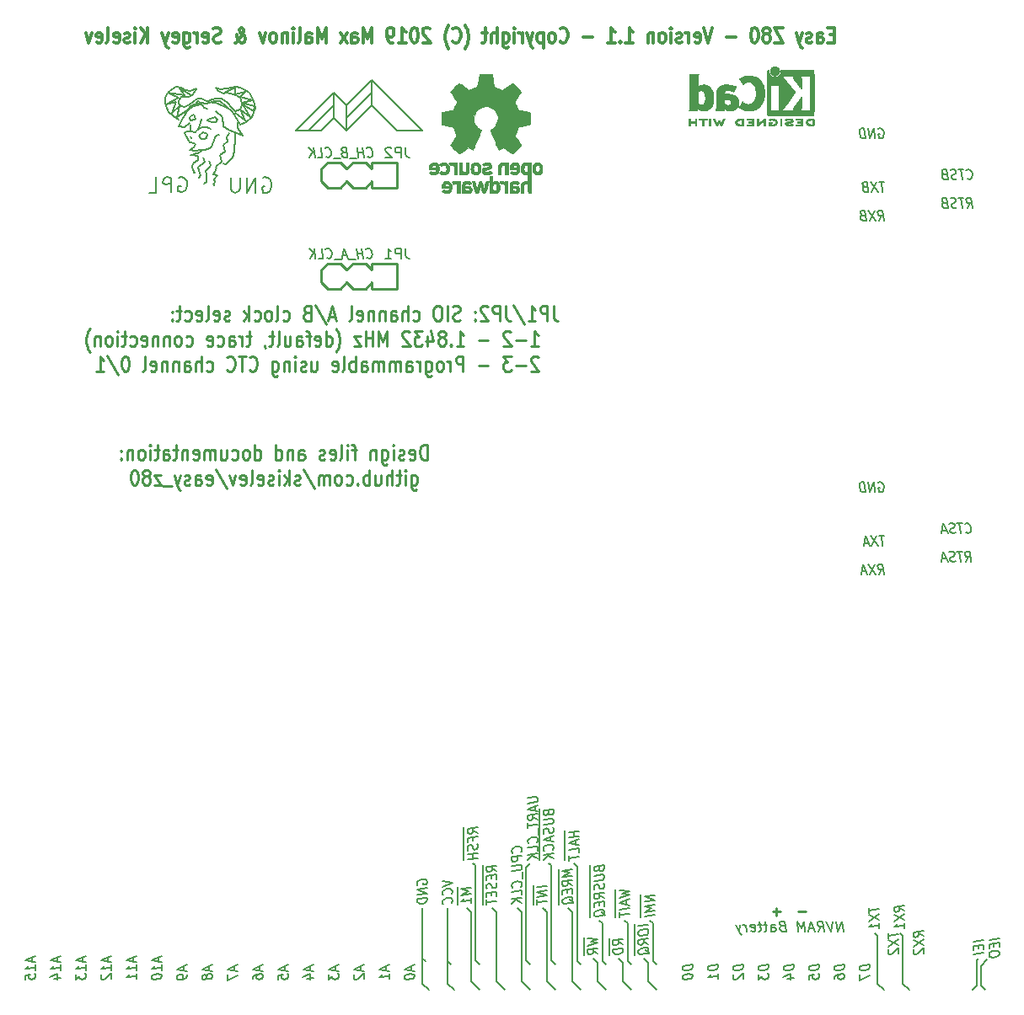
<source format=gbr>
G04 #@! TF.GenerationSoftware,KiCad,Pcbnew,(5.1.0)-1*
G04 #@! TF.CreationDate,2019-06-11T17:46:18-07:00*
G04 #@! TF.ProjectId,Easy_Z80,45617379-5f5a-4383-902e-6b696361645f,rev?*
G04 #@! TF.SameCoordinates,Original*
G04 #@! TF.FileFunction,Legend,Bot*
G04 #@! TF.FilePolarity,Positive*
%FSLAX46Y46*%
G04 Gerber Fmt 4.6, Leading zero omitted, Abs format (unit mm)*
G04 Created by KiCad (PCBNEW (5.1.0)-1) date 2019-06-11 17:46:18*
%MOMM*%
%LPD*%
G04 APERTURE LIST*
%ADD10C,0.254000*%
%ADD11C,0.200000*%
%ADD12C,0.152400*%
%ADD13C,0.203200*%
%ADD14C,0.304800*%
%ADD15C,0.150000*%
%ADD16C,0.010000*%
G04 APERTURE END LIST*
D10*
X118548452Y-121339428D02*
X118548452Y-119815428D01*
X118246071Y-119815428D01*
X118064642Y-119888000D01*
X117943690Y-120033142D01*
X117883214Y-120178285D01*
X117822738Y-120468571D01*
X117822738Y-120686285D01*
X117883214Y-120976571D01*
X117943690Y-121121714D01*
X118064642Y-121266857D01*
X118246071Y-121339428D01*
X118548452Y-121339428D01*
X116794642Y-121266857D02*
X116915595Y-121339428D01*
X117157500Y-121339428D01*
X117278452Y-121266857D01*
X117338928Y-121121714D01*
X117338928Y-120541142D01*
X117278452Y-120396000D01*
X117157500Y-120323428D01*
X116915595Y-120323428D01*
X116794642Y-120396000D01*
X116734166Y-120541142D01*
X116734166Y-120686285D01*
X117338928Y-120831428D01*
X116250357Y-121266857D02*
X116129404Y-121339428D01*
X115887500Y-121339428D01*
X115766547Y-121266857D01*
X115706071Y-121121714D01*
X115706071Y-121049142D01*
X115766547Y-120904000D01*
X115887500Y-120831428D01*
X116068928Y-120831428D01*
X116189880Y-120758857D01*
X116250357Y-120613714D01*
X116250357Y-120541142D01*
X116189880Y-120396000D01*
X116068928Y-120323428D01*
X115887500Y-120323428D01*
X115766547Y-120396000D01*
X115161785Y-121339428D02*
X115161785Y-120323428D01*
X115161785Y-119815428D02*
X115222261Y-119888000D01*
X115161785Y-119960571D01*
X115101309Y-119888000D01*
X115161785Y-119815428D01*
X115161785Y-119960571D01*
X114012738Y-120323428D02*
X114012738Y-121557142D01*
X114073214Y-121702285D01*
X114133690Y-121774857D01*
X114254642Y-121847428D01*
X114436071Y-121847428D01*
X114557023Y-121774857D01*
X114012738Y-121266857D02*
X114133690Y-121339428D01*
X114375595Y-121339428D01*
X114496547Y-121266857D01*
X114557023Y-121194285D01*
X114617500Y-121049142D01*
X114617500Y-120613714D01*
X114557023Y-120468571D01*
X114496547Y-120396000D01*
X114375595Y-120323428D01*
X114133690Y-120323428D01*
X114012738Y-120396000D01*
X113407976Y-120323428D02*
X113407976Y-121339428D01*
X113407976Y-120468571D02*
X113347500Y-120396000D01*
X113226547Y-120323428D01*
X113045119Y-120323428D01*
X112924166Y-120396000D01*
X112863690Y-120541142D01*
X112863690Y-121339428D01*
X111472738Y-120323428D02*
X110988928Y-120323428D01*
X111291309Y-121339428D02*
X111291309Y-120033142D01*
X111230833Y-119888000D01*
X111109880Y-119815428D01*
X110988928Y-119815428D01*
X110565595Y-121339428D02*
X110565595Y-120323428D01*
X110565595Y-119815428D02*
X110626071Y-119888000D01*
X110565595Y-119960571D01*
X110505119Y-119888000D01*
X110565595Y-119815428D01*
X110565595Y-119960571D01*
X109779404Y-121339428D02*
X109900357Y-121266857D01*
X109960833Y-121121714D01*
X109960833Y-119815428D01*
X108811785Y-121266857D02*
X108932738Y-121339428D01*
X109174642Y-121339428D01*
X109295595Y-121266857D01*
X109356071Y-121121714D01*
X109356071Y-120541142D01*
X109295595Y-120396000D01*
X109174642Y-120323428D01*
X108932738Y-120323428D01*
X108811785Y-120396000D01*
X108751309Y-120541142D01*
X108751309Y-120686285D01*
X109356071Y-120831428D01*
X108267500Y-121266857D02*
X108146547Y-121339428D01*
X107904642Y-121339428D01*
X107783690Y-121266857D01*
X107723214Y-121121714D01*
X107723214Y-121049142D01*
X107783690Y-120904000D01*
X107904642Y-120831428D01*
X108086071Y-120831428D01*
X108207023Y-120758857D01*
X108267500Y-120613714D01*
X108267500Y-120541142D01*
X108207023Y-120396000D01*
X108086071Y-120323428D01*
X107904642Y-120323428D01*
X107783690Y-120396000D01*
X105667023Y-121339428D02*
X105667023Y-120541142D01*
X105727500Y-120396000D01*
X105848452Y-120323428D01*
X106090357Y-120323428D01*
X106211309Y-120396000D01*
X105667023Y-121266857D02*
X105787976Y-121339428D01*
X106090357Y-121339428D01*
X106211309Y-121266857D01*
X106271785Y-121121714D01*
X106271785Y-120976571D01*
X106211309Y-120831428D01*
X106090357Y-120758857D01*
X105787976Y-120758857D01*
X105667023Y-120686285D01*
X105062261Y-120323428D02*
X105062261Y-121339428D01*
X105062261Y-120468571D02*
X105001785Y-120396000D01*
X104880833Y-120323428D01*
X104699404Y-120323428D01*
X104578452Y-120396000D01*
X104517976Y-120541142D01*
X104517976Y-121339428D01*
X103368928Y-121339428D02*
X103368928Y-119815428D01*
X103368928Y-121266857D02*
X103489880Y-121339428D01*
X103731785Y-121339428D01*
X103852738Y-121266857D01*
X103913214Y-121194285D01*
X103973690Y-121049142D01*
X103973690Y-120613714D01*
X103913214Y-120468571D01*
X103852738Y-120396000D01*
X103731785Y-120323428D01*
X103489880Y-120323428D01*
X103368928Y-120396000D01*
X101252261Y-121339428D02*
X101252261Y-119815428D01*
X101252261Y-121266857D02*
X101373214Y-121339428D01*
X101615119Y-121339428D01*
X101736071Y-121266857D01*
X101796547Y-121194285D01*
X101857023Y-121049142D01*
X101857023Y-120613714D01*
X101796547Y-120468571D01*
X101736071Y-120396000D01*
X101615119Y-120323428D01*
X101373214Y-120323428D01*
X101252261Y-120396000D01*
X100466071Y-121339428D02*
X100587023Y-121266857D01*
X100647500Y-121194285D01*
X100707976Y-121049142D01*
X100707976Y-120613714D01*
X100647500Y-120468571D01*
X100587023Y-120396000D01*
X100466071Y-120323428D01*
X100284642Y-120323428D01*
X100163690Y-120396000D01*
X100103214Y-120468571D01*
X100042738Y-120613714D01*
X100042738Y-121049142D01*
X100103214Y-121194285D01*
X100163690Y-121266857D01*
X100284642Y-121339428D01*
X100466071Y-121339428D01*
X98954166Y-121266857D02*
X99075119Y-121339428D01*
X99317023Y-121339428D01*
X99437976Y-121266857D01*
X99498452Y-121194285D01*
X99558928Y-121049142D01*
X99558928Y-120613714D01*
X99498452Y-120468571D01*
X99437976Y-120396000D01*
X99317023Y-120323428D01*
X99075119Y-120323428D01*
X98954166Y-120396000D01*
X97865595Y-120323428D02*
X97865595Y-121339428D01*
X98409880Y-120323428D02*
X98409880Y-121121714D01*
X98349404Y-121266857D01*
X98228452Y-121339428D01*
X98047023Y-121339428D01*
X97926071Y-121266857D01*
X97865595Y-121194285D01*
X97260833Y-121339428D02*
X97260833Y-120323428D01*
X97260833Y-120468571D02*
X97200357Y-120396000D01*
X97079404Y-120323428D01*
X96897976Y-120323428D01*
X96777023Y-120396000D01*
X96716547Y-120541142D01*
X96716547Y-121339428D01*
X96716547Y-120541142D02*
X96656071Y-120396000D01*
X96535119Y-120323428D01*
X96353690Y-120323428D01*
X96232738Y-120396000D01*
X96172261Y-120541142D01*
X96172261Y-121339428D01*
X95083690Y-121266857D02*
X95204642Y-121339428D01*
X95446547Y-121339428D01*
X95567499Y-121266857D01*
X95627976Y-121121714D01*
X95627976Y-120541142D01*
X95567499Y-120396000D01*
X95446547Y-120323428D01*
X95204642Y-120323428D01*
X95083690Y-120396000D01*
X95023214Y-120541142D01*
X95023214Y-120686285D01*
X95627976Y-120831428D01*
X94478928Y-120323428D02*
X94478928Y-121339428D01*
X94478928Y-120468571D02*
X94418452Y-120396000D01*
X94297499Y-120323428D01*
X94116071Y-120323428D01*
X93995119Y-120396000D01*
X93934642Y-120541142D01*
X93934642Y-121339428D01*
X93511309Y-120323428D02*
X93027499Y-120323428D01*
X93329880Y-119815428D02*
X93329880Y-121121714D01*
X93269404Y-121266857D01*
X93148452Y-121339428D01*
X93027499Y-121339428D01*
X92059880Y-121339428D02*
X92059880Y-120541142D01*
X92120357Y-120396000D01*
X92241309Y-120323428D01*
X92483214Y-120323428D01*
X92604166Y-120396000D01*
X92059880Y-121266857D02*
X92180833Y-121339428D01*
X92483214Y-121339428D01*
X92604166Y-121266857D01*
X92664642Y-121121714D01*
X92664642Y-120976571D01*
X92604166Y-120831428D01*
X92483214Y-120758857D01*
X92180833Y-120758857D01*
X92059880Y-120686285D01*
X91636547Y-120323428D02*
X91152738Y-120323428D01*
X91455119Y-119815428D02*
X91455119Y-121121714D01*
X91394642Y-121266857D01*
X91273690Y-121339428D01*
X91152738Y-121339428D01*
X90729404Y-121339428D02*
X90729404Y-120323428D01*
X90729404Y-119815428D02*
X90789880Y-119888000D01*
X90729404Y-119960571D01*
X90668928Y-119888000D01*
X90729404Y-119815428D01*
X90729404Y-119960571D01*
X89943214Y-121339428D02*
X90064166Y-121266857D01*
X90124642Y-121194285D01*
X90185119Y-121049142D01*
X90185119Y-120613714D01*
X90124642Y-120468571D01*
X90064166Y-120396000D01*
X89943214Y-120323428D01*
X89761785Y-120323428D01*
X89640833Y-120396000D01*
X89580357Y-120468571D01*
X89519880Y-120613714D01*
X89519880Y-121049142D01*
X89580357Y-121194285D01*
X89640833Y-121266857D01*
X89761785Y-121339428D01*
X89943214Y-121339428D01*
X88975595Y-120323428D02*
X88975595Y-121339428D01*
X88975595Y-120468571D02*
X88915119Y-120396000D01*
X88794166Y-120323428D01*
X88612738Y-120323428D01*
X88491785Y-120396000D01*
X88431309Y-120541142D01*
X88431309Y-121339428D01*
X87826547Y-121194285D02*
X87766071Y-121266857D01*
X87826547Y-121339428D01*
X87887023Y-121266857D01*
X87826547Y-121194285D01*
X87826547Y-121339428D01*
X87826547Y-120396000D02*
X87766071Y-120468571D01*
X87826547Y-120541142D01*
X87887023Y-120468571D01*
X87826547Y-120396000D01*
X87826547Y-120541142D01*
X116976071Y-122863428D02*
X116976071Y-124097142D01*
X117036547Y-124242285D01*
X117097023Y-124314857D01*
X117217976Y-124387428D01*
X117399404Y-124387428D01*
X117520357Y-124314857D01*
X116976071Y-123806857D02*
X117097023Y-123879428D01*
X117338928Y-123879428D01*
X117459880Y-123806857D01*
X117520357Y-123734285D01*
X117580833Y-123589142D01*
X117580833Y-123153714D01*
X117520357Y-123008571D01*
X117459880Y-122936000D01*
X117338928Y-122863428D01*
X117097023Y-122863428D01*
X116976071Y-122936000D01*
X116371309Y-123879428D02*
X116371309Y-122863428D01*
X116371309Y-122355428D02*
X116431785Y-122428000D01*
X116371309Y-122500571D01*
X116310833Y-122428000D01*
X116371309Y-122355428D01*
X116371309Y-122500571D01*
X115947976Y-122863428D02*
X115464166Y-122863428D01*
X115766547Y-122355428D02*
X115766547Y-123661714D01*
X115706071Y-123806857D01*
X115585119Y-123879428D01*
X115464166Y-123879428D01*
X115040833Y-123879428D02*
X115040833Y-122355428D01*
X114496547Y-123879428D02*
X114496547Y-123081142D01*
X114557023Y-122936000D01*
X114677976Y-122863428D01*
X114859404Y-122863428D01*
X114980357Y-122936000D01*
X115040833Y-123008571D01*
X113347500Y-122863428D02*
X113347500Y-123879428D01*
X113891785Y-122863428D02*
X113891785Y-123661714D01*
X113831309Y-123806857D01*
X113710357Y-123879428D01*
X113528928Y-123879428D01*
X113407976Y-123806857D01*
X113347500Y-123734285D01*
X112742738Y-123879428D02*
X112742738Y-122355428D01*
X112742738Y-122936000D02*
X112621785Y-122863428D01*
X112379880Y-122863428D01*
X112258928Y-122936000D01*
X112198452Y-123008571D01*
X112137976Y-123153714D01*
X112137976Y-123589142D01*
X112198452Y-123734285D01*
X112258928Y-123806857D01*
X112379880Y-123879428D01*
X112621785Y-123879428D01*
X112742738Y-123806857D01*
X111593690Y-123734285D02*
X111533214Y-123806857D01*
X111593690Y-123879428D01*
X111654166Y-123806857D01*
X111593690Y-123734285D01*
X111593690Y-123879428D01*
X110444642Y-123806857D02*
X110565595Y-123879428D01*
X110807500Y-123879428D01*
X110928452Y-123806857D01*
X110988928Y-123734285D01*
X111049404Y-123589142D01*
X111049404Y-123153714D01*
X110988928Y-123008571D01*
X110928452Y-122936000D01*
X110807500Y-122863428D01*
X110565595Y-122863428D01*
X110444642Y-122936000D01*
X109718928Y-123879428D02*
X109839880Y-123806857D01*
X109900357Y-123734285D01*
X109960833Y-123589142D01*
X109960833Y-123153714D01*
X109900357Y-123008571D01*
X109839880Y-122936000D01*
X109718928Y-122863428D01*
X109537500Y-122863428D01*
X109416547Y-122936000D01*
X109356071Y-123008571D01*
X109295595Y-123153714D01*
X109295595Y-123589142D01*
X109356071Y-123734285D01*
X109416547Y-123806857D01*
X109537500Y-123879428D01*
X109718928Y-123879428D01*
X108751309Y-123879428D02*
X108751309Y-122863428D01*
X108751309Y-123008571D02*
X108690833Y-122936000D01*
X108569880Y-122863428D01*
X108388452Y-122863428D01*
X108267500Y-122936000D01*
X108207023Y-123081142D01*
X108207023Y-123879428D01*
X108207023Y-123081142D02*
X108146547Y-122936000D01*
X108025595Y-122863428D01*
X107844166Y-122863428D01*
X107723214Y-122936000D01*
X107662738Y-123081142D01*
X107662738Y-123879428D01*
X106150833Y-122282857D02*
X107239404Y-124242285D01*
X105787976Y-123806857D02*
X105667023Y-123879428D01*
X105425119Y-123879428D01*
X105304166Y-123806857D01*
X105243690Y-123661714D01*
X105243690Y-123589142D01*
X105304166Y-123444000D01*
X105425119Y-123371428D01*
X105606547Y-123371428D01*
X105727500Y-123298857D01*
X105787976Y-123153714D01*
X105787976Y-123081142D01*
X105727500Y-122936000D01*
X105606547Y-122863428D01*
X105425119Y-122863428D01*
X105304166Y-122936000D01*
X104699404Y-123879428D02*
X104699404Y-122355428D01*
X104578452Y-123298857D02*
X104215595Y-123879428D01*
X104215595Y-122863428D02*
X104699404Y-123444000D01*
X103671309Y-123879428D02*
X103671309Y-122863428D01*
X103671309Y-122355428D02*
X103731785Y-122428000D01*
X103671309Y-122500571D01*
X103610833Y-122428000D01*
X103671309Y-122355428D01*
X103671309Y-122500571D01*
X103127023Y-123806857D02*
X103006071Y-123879428D01*
X102764166Y-123879428D01*
X102643214Y-123806857D01*
X102582738Y-123661714D01*
X102582738Y-123589142D01*
X102643214Y-123444000D01*
X102764166Y-123371428D01*
X102945595Y-123371428D01*
X103066547Y-123298857D01*
X103127023Y-123153714D01*
X103127023Y-123081142D01*
X103066547Y-122936000D01*
X102945595Y-122863428D01*
X102764166Y-122863428D01*
X102643214Y-122936000D01*
X101554642Y-123806857D02*
X101675595Y-123879428D01*
X101917500Y-123879428D01*
X102038452Y-123806857D01*
X102098928Y-123661714D01*
X102098928Y-123081142D01*
X102038452Y-122936000D01*
X101917500Y-122863428D01*
X101675595Y-122863428D01*
X101554642Y-122936000D01*
X101494166Y-123081142D01*
X101494166Y-123226285D01*
X102098928Y-123371428D01*
X100768452Y-123879428D02*
X100889404Y-123806857D01*
X100949880Y-123661714D01*
X100949880Y-122355428D01*
X99800833Y-123806857D02*
X99921785Y-123879428D01*
X100163690Y-123879428D01*
X100284642Y-123806857D01*
X100345119Y-123661714D01*
X100345119Y-123081142D01*
X100284642Y-122936000D01*
X100163690Y-122863428D01*
X99921785Y-122863428D01*
X99800833Y-122936000D01*
X99740357Y-123081142D01*
X99740357Y-123226285D01*
X100345119Y-123371428D01*
X99317023Y-122863428D02*
X99014642Y-123879428D01*
X98712261Y-122863428D01*
X97321309Y-122282857D02*
X98409880Y-124242285D01*
X96414166Y-123806857D02*
X96535119Y-123879428D01*
X96777023Y-123879428D01*
X96897976Y-123806857D01*
X96958452Y-123661714D01*
X96958452Y-123081142D01*
X96897976Y-122936000D01*
X96777023Y-122863428D01*
X96535119Y-122863428D01*
X96414166Y-122936000D01*
X96353690Y-123081142D01*
X96353690Y-123226285D01*
X96958452Y-123371428D01*
X95265119Y-123879428D02*
X95265119Y-123081142D01*
X95325595Y-122936000D01*
X95446547Y-122863428D01*
X95688452Y-122863428D01*
X95809404Y-122936000D01*
X95265119Y-123806857D02*
X95386071Y-123879428D01*
X95688452Y-123879428D01*
X95809404Y-123806857D01*
X95869880Y-123661714D01*
X95869880Y-123516571D01*
X95809404Y-123371428D01*
X95688452Y-123298857D01*
X95386071Y-123298857D01*
X95265119Y-123226285D01*
X94720833Y-123806857D02*
X94599880Y-123879428D01*
X94357976Y-123879428D01*
X94237023Y-123806857D01*
X94176547Y-123661714D01*
X94176547Y-123589142D01*
X94237023Y-123444000D01*
X94357976Y-123371428D01*
X94539404Y-123371428D01*
X94660357Y-123298857D01*
X94720833Y-123153714D01*
X94720833Y-123081142D01*
X94660357Y-122936000D01*
X94539404Y-122863428D01*
X94357976Y-122863428D01*
X94237023Y-122936000D01*
X93753214Y-122863428D02*
X93450833Y-123879428D01*
X93148452Y-122863428D02*
X93450833Y-123879428D01*
X93571785Y-124242285D01*
X93632261Y-124314857D01*
X93753214Y-124387428D01*
X92967023Y-124024571D02*
X91999404Y-124024571D01*
X91817976Y-122863428D02*
X91152738Y-122863428D01*
X91817976Y-123879428D01*
X91152738Y-123879428D01*
X90487500Y-123008571D02*
X90608452Y-122936000D01*
X90668928Y-122863428D01*
X90729404Y-122718285D01*
X90729404Y-122645714D01*
X90668928Y-122500571D01*
X90608452Y-122428000D01*
X90487500Y-122355428D01*
X90245595Y-122355428D01*
X90124642Y-122428000D01*
X90064166Y-122500571D01*
X90003690Y-122645714D01*
X90003690Y-122718285D01*
X90064166Y-122863428D01*
X90124642Y-122936000D01*
X90245595Y-123008571D01*
X90487500Y-123008571D01*
X90608452Y-123081142D01*
X90668928Y-123153714D01*
X90729404Y-123298857D01*
X90729404Y-123589142D01*
X90668928Y-123734285D01*
X90608452Y-123806857D01*
X90487500Y-123879428D01*
X90245595Y-123879428D01*
X90124642Y-123806857D01*
X90064166Y-123734285D01*
X90003690Y-123589142D01*
X90003690Y-123298857D01*
X90064166Y-123153714D01*
X90124642Y-123081142D01*
X90245595Y-123008571D01*
X89217500Y-122355428D02*
X89096547Y-122355428D01*
X88975595Y-122428000D01*
X88915119Y-122500571D01*
X88854642Y-122645714D01*
X88794166Y-122936000D01*
X88794166Y-123298857D01*
X88854642Y-123589142D01*
X88915119Y-123734285D01*
X88975595Y-123806857D01*
X89096547Y-123879428D01*
X89217500Y-123879428D01*
X89338452Y-123806857D01*
X89398928Y-123734285D01*
X89459404Y-123589142D01*
X89519880Y-123298857D01*
X89519880Y-122936000D01*
X89459404Y-122645714D01*
X89398928Y-122500571D01*
X89338452Y-122428000D01*
X89217500Y-122355428D01*
D11*
X174180500Y-172212000D02*
X174815500Y-171577000D01*
X140779500Y-171894500D02*
X140335000Y-171450000D01*
X140779500Y-173799500D02*
X140779500Y-171894500D01*
X141605000Y-174625000D02*
X140779500Y-173799500D01*
X138239500Y-173799500D02*
X139065000Y-174625000D01*
X138239500Y-171894500D02*
X138239500Y-173799500D01*
X137795000Y-171450000D02*
X138239500Y-171894500D01*
X136525000Y-174625000D02*
X135699500Y-173799500D01*
X135699500Y-171894500D02*
X135255000Y-171450000D01*
X135699500Y-173799500D02*
X135699500Y-171894500D01*
X133159500Y-166814500D02*
X132715000Y-166370000D01*
X133159500Y-173799500D02*
X133159500Y-166814500D01*
X133985000Y-174625000D02*
X133159500Y-173799500D01*
X131000500Y-162115500D02*
X130810000Y-161925000D01*
X131000500Y-171640500D02*
X131000500Y-162115500D01*
X131445000Y-172085000D02*
X131000500Y-171640500D01*
X128460500Y-171640500D02*
X128460500Y-162369500D01*
X128460500Y-171640500D02*
X128905000Y-172085000D01*
X128905000Y-161925000D02*
X128460500Y-162369500D01*
X130619500Y-166814500D02*
X130619500Y-173799500D01*
X130619500Y-166814500D02*
X130175000Y-166370000D01*
X131445000Y-174625000D02*
X130619500Y-173799500D01*
X128079500Y-166814500D02*
X127635000Y-166370000D01*
X128079500Y-173799500D02*
X128079500Y-166814500D01*
X128905000Y-174625000D02*
X128079500Y-173799500D01*
X125539500Y-173799500D02*
X126365000Y-174625000D01*
X125539500Y-166814500D02*
X125095000Y-166370000D01*
X125539500Y-173799500D02*
X125539500Y-166814500D01*
X123825000Y-174625000D02*
X122999500Y-173799500D01*
X123190000Y-161925000D02*
X123380500Y-162115500D01*
X123380500Y-171640500D02*
X123380500Y-162115500D01*
X123825000Y-172085000D02*
X123380500Y-171640500D01*
X122999500Y-166814500D02*
X122555000Y-166370000D01*
X122999500Y-173799500D02*
X122999500Y-166814500D01*
X174180500Y-174180500D02*
X174180500Y-172212000D01*
X174625000Y-174625000D02*
X174180500Y-174180500D01*
X173355000Y-174625000D02*
X173799500Y-174180500D01*
X173799500Y-171640500D02*
X173990000Y-171450000D01*
X173799500Y-171640500D02*
X173799500Y-174180500D01*
X173355000Y-174625000D02*
X173736000Y-174244000D01*
X174625000Y-174625000D02*
X174307500Y-174307500D01*
X173355000Y-174625000D02*
X173672500Y-174307500D01*
D12*
X176037119Y-169456251D02*
X175021119Y-169583251D01*
X175504928Y-169958203D02*
X175504928Y-170263003D01*
X176037119Y-170327108D02*
X176037119Y-169891679D01*
X175021119Y-170018679D01*
X175021119Y-170454108D01*
X175021119Y-171020165D02*
X175021119Y-171194336D01*
X175069500Y-171275375D01*
X175166261Y-171350365D01*
X175359785Y-171369717D01*
X175698452Y-171327384D01*
X175891976Y-171259651D01*
X175988738Y-171160470D01*
X176037119Y-171067336D01*
X176037119Y-170893165D01*
X175988738Y-170812127D01*
X175891976Y-170737136D01*
X175698452Y-170717784D01*
X175359785Y-170760117D01*
X175166261Y-170827851D01*
X175069500Y-170927032D01*
X175021119Y-171020165D01*
X174449619Y-169661265D02*
X173433619Y-169788265D01*
X173917428Y-170163217D02*
X173917428Y-170468017D01*
X174449619Y-170532122D02*
X174449619Y-170096694D01*
X173433619Y-170223694D01*
X173433619Y-170659122D01*
X174449619Y-170924008D02*
X173433619Y-171051008D01*
D13*
X160367617Y-168734619D02*
X160240617Y-167718619D01*
X159787045Y-168734619D01*
X159660045Y-167718619D01*
X159321379Y-167718619D02*
X159109712Y-168734619D01*
X158644045Y-167718619D01*
X157851807Y-168734619D02*
X158129998Y-168250809D01*
X158432379Y-168734619D02*
X158305379Y-167718619D01*
X157918331Y-167718619D01*
X157827617Y-167767000D01*
X157785283Y-167815380D01*
X157748998Y-167912142D01*
X157767140Y-168057285D01*
X157827617Y-168154047D01*
X157882045Y-168202428D01*
X157984855Y-168250809D01*
X158371902Y-168250809D01*
X157428474Y-168444333D02*
X156944664Y-168444333D01*
X157561521Y-168734619D02*
X157095855Y-167718619D01*
X156884188Y-168734619D01*
X156545521Y-168734619D02*
X156418521Y-167718619D01*
X156170569Y-168444333D01*
X155741188Y-167718619D01*
X155868188Y-168734619D01*
X154205093Y-168202428D02*
X154065998Y-168250809D01*
X154023664Y-168299190D01*
X153987379Y-168395952D01*
X154005521Y-168541095D01*
X154065998Y-168637857D01*
X154120426Y-168686238D01*
X154223236Y-168734619D01*
X154610283Y-168734619D01*
X154483283Y-167718619D01*
X154144617Y-167718619D01*
X154053902Y-167767000D01*
X154011569Y-167815380D01*
X153975283Y-167912142D01*
X153987379Y-168008904D01*
X154047855Y-168105666D01*
X154102283Y-168154047D01*
X154205093Y-168202428D01*
X154543760Y-168202428D01*
X153158855Y-168734619D02*
X153092331Y-168202428D01*
X153128617Y-168105666D01*
X153219331Y-168057285D01*
X153412855Y-168057285D01*
X153515664Y-168105666D01*
X153152807Y-168686238D02*
X153255617Y-168734619D01*
X153497521Y-168734619D01*
X153588236Y-168686238D01*
X153624521Y-168589476D01*
X153612426Y-168492714D01*
X153551950Y-168395952D01*
X153449140Y-168347571D01*
X153207236Y-168347571D01*
X153104426Y-168299190D01*
X152735521Y-168057285D02*
X152348474Y-168057285D01*
X152548045Y-167718619D02*
X152656902Y-168589476D01*
X152620617Y-168686238D01*
X152529902Y-168734619D01*
X152433140Y-168734619D01*
X152154950Y-168057285D02*
X151767902Y-168057285D01*
X151967474Y-167718619D02*
X152076331Y-168589476D01*
X152040045Y-168686238D01*
X151949331Y-168734619D01*
X151852569Y-168734619D01*
X151120807Y-168686238D02*
X151223617Y-168734619D01*
X151417140Y-168734619D01*
X151507855Y-168686238D01*
X151544140Y-168589476D01*
X151495760Y-168202428D01*
X151435283Y-168105666D01*
X151332474Y-168057285D01*
X151138950Y-168057285D01*
X151048236Y-168105666D01*
X151011950Y-168202428D01*
X151024045Y-168299190D01*
X151519950Y-168395952D01*
X150643045Y-168734619D02*
X150558379Y-168057285D01*
X150582569Y-168250809D02*
X150522093Y-168154047D01*
X150467664Y-168105666D01*
X150364855Y-168057285D01*
X150268093Y-168057285D01*
X150026188Y-168057285D02*
X149868950Y-168734619D01*
X149542379Y-168057285D02*
X149868950Y-168734619D01*
X149995950Y-168976523D01*
X150050379Y-169024904D01*
X150153188Y-169073285D01*
D10*
X156597047Y-166760071D02*
X155822952Y-166760071D01*
X154057047Y-166760071D02*
X153282952Y-166760071D01*
X153670000Y-167147119D02*
X153670000Y-166373023D01*
D12*
X172826891Y-96027119D02*
X173071215Y-95543309D01*
X173349405Y-96027119D02*
X173222405Y-95011119D01*
X172874063Y-95011119D01*
X172793025Y-95059500D01*
X172755529Y-95107880D01*
X172724082Y-95204642D01*
X172742225Y-95349785D01*
X172797863Y-95446547D01*
X172847453Y-95494928D01*
X172940586Y-95543309D01*
X173288929Y-95543309D01*
X172438634Y-95011119D02*
X171916120Y-95011119D01*
X172304377Y-96027119D02*
X172177377Y-95011119D01*
X171775815Y-95978738D02*
X171651234Y-96027119D01*
X171433520Y-96027119D01*
X171340386Y-95978738D01*
X171290796Y-95930357D01*
X171235158Y-95833595D01*
X171223063Y-95736833D01*
X171254510Y-95640071D01*
X171292005Y-95591690D01*
X171373044Y-95543309D01*
X171541167Y-95494928D01*
X171622205Y-95446547D01*
X171659701Y-95398166D01*
X171691148Y-95301404D01*
X171679053Y-95204642D01*
X171623415Y-95107880D01*
X171573825Y-95059500D01*
X171480691Y-95011119D01*
X171262977Y-95011119D01*
X171138396Y-95059500D01*
X170496139Y-95494928D02*
X170371558Y-95543309D01*
X170334063Y-95591690D01*
X170302615Y-95688452D01*
X170320758Y-95833595D01*
X170376396Y-95930357D01*
X170425986Y-95978738D01*
X170519120Y-96027119D01*
X170867463Y-96027119D01*
X170740463Y-95011119D01*
X170435663Y-95011119D01*
X170354625Y-95059500D01*
X170317129Y-95107880D01*
X170285682Y-95204642D01*
X170297777Y-95301404D01*
X170353415Y-95398166D01*
X170403005Y-95446547D01*
X170496139Y-95494928D01*
X170800939Y-95494928D01*
X172814796Y-93072857D02*
X172864386Y-93121238D01*
X173001063Y-93169619D01*
X173088148Y-93169619D01*
X173212729Y-93121238D01*
X173287720Y-93024476D01*
X173319167Y-92927714D01*
X173338520Y-92734190D01*
X173320377Y-92589047D01*
X173252644Y-92395523D01*
X173197005Y-92298761D01*
X173097825Y-92202000D01*
X172961148Y-92153619D01*
X172874063Y-92153619D01*
X172749482Y-92202000D01*
X172711986Y-92250380D01*
X172438634Y-92153619D02*
X171916120Y-92153619D01*
X172304377Y-93169619D02*
X172177377Y-92153619D01*
X171775815Y-93121238D02*
X171651234Y-93169619D01*
X171433520Y-93169619D01*
X171340386Y-93121238D01*
X171290796Y-93072857D01*
X171235158Y-92976095D01*
X171223063Y-92879333D01*
X171254510Y-92782571D01*
X171292005Y-92734190D01*
X171373044Y-92685809D01*
X171541167Y-92637428D01*
X171622205Y-92589047D01*
X171659701Y-92540666D01*
X171691148Y-92443904D01*
X171679053Y-92347142D01*
X171623415Y-92250380D01*
X171573825Y-92202000D01*
X171480691Y-92153619D01*
X171262977Y-92153619D01*
X171138396Y-92202000D01*
X170496139Y-92637428D02*
X170371558Y-92685809D01*
X170334063Y-92734190D01*
X170302615Y-92830952D01*
X170320758Y-92976095D01*
X170376396Y-93072857D01*
X170425986Y-93121238D01*
X170519120Y-93169619D01*
X170867463Y-93169619D01*
X170740463Y-92153619D01*
X170435663Y-92153619D01*
X170354625Y-92202000D01*
X170317129Y-92250380D01*
X170285682Y-92347142D01*
X170297777Y-92443904D01*
X170353415Y-92540666D01*
X170403005Y-92589047D01*
X170496139Y-92637428D01*
X170800939Y-92637428D01*
X163937163Y-97297119D02*
X164181487Y-96813309D01*
X164459678Y-97297119D02*
X164332678Y-96281119D01*
X163984335Y-96281119D01*
X163903297Y-96329500D01*
X163865801Y-96377880D01*
X163834354Y-96474642D01*
X163852497Y-96619785D01*
X163908135Y-96716547D01*
X163957725Y-96764928D01*
X164050859Y-96813309D01*
X164399201Y-96813309D01*
X163505363Y-96281119D02*
X163022763Y-97297119D01*
X162895763Y-96281119D02*
X163632363Y-97297119D01*
X162303097Y-96764928D02*
X162178516Y-96813309D01*
X162141020Y-96861690D01*
X162109573Y-96958452D01*
X162127716Y-97103595D01*
X162183354Y-97200357D01*
X162232944Y-97248738D01*
X162326078Y-97297119D01*
X162674420Y-97297119D01*
X162547420Y-96281119D01*
X162242620Y-96281119D01*
X162161582Y-96329500D01*
X162124087Y-96377880D01*
X162092640Y-96474642D01*
X162104735Y-96571404D01*
X162160373Y-96668166D01*
X162209963Y-96716547D01*
X162303097Y-96764928D01*
X162607897Y-96764928D01*
X164463306Y-93423619D02*
X163940792Y-93423619D01*
X164329049Y-94439619D02*
X164202049Y-93423619D01*
X163723078Y-93423619D02*
X163240478Y-94439619D01*
X163113478Y-93423619D02*
X163850078Y-94439619D01*
X162520811Y-93907428D02*
X162396230Y-93955809D01*
X162358735Y-94004190D01*
X162327287Y-94100952D01*
X162345430Y-94246095D01*
X162401068Y-94342857D01*
X162450659Y-94391238D01*
X162543792Y-94439619D01*
X162892135Y-94439619D01*
X162765135Y-93423619D01*
X162460335Y-93423619D01*
X162379297Y-93472000D01*
X162341801Y-93520380D01*
X162310354Y-93617142D01*
X162322449Y-93713904D01*
X162378087Y-93810666D01*
X162427678Y-93859047D01*
X162520811Y-93907428D01*
X162825611Y-93907428D01*
X163859754Y-88074500D02*
X163940792Y-88026119D01*
X164071420Y-88026119D01*
X164208097Y-88074500D01*
X164307278Y-88171261D01*
X164362916Y-88268023D01*
X164430649Y-88461547D01*
X164448792Y-88606690D01*
X164429440Y-88800214D01*
X164397992Y-88896976D01*
X164323001Y-88993738D01*
X164198420Y-89042119D01*
X164111335Y-89042119D01*
X163974659Y-88993738D01*
X163925068Y-88945357D01*
X163882735Y-88606690D01*
X164056906Y-88606690D01*
X163545278Y-89042119D02*
X163418278Y-88026119D01*
X163022763Y-89042119D01*
X162895763Y-88026119D01*
X162587335Y-89042119D02*
X162460335Y-88026119D01*
X162242620Y-88026119D01*
X162118040Y-88074500D01*
X162043049Y-88171261D01*
X162011601Y-88268023D01*
X161992249Y-88461547D01*
X162010392Y-88606690D01*
X162078125Y-88800214D01*
X162133763Y-88896976D01*
X162232944Y-88993738D01*
X162369620Y-89042119D01*
X162587335Y-89042119D01*
X172696263Y-131587119D02*
X172940586Y-131103309D01*
X173218777Y-131587119D02*
X173091777Y-130571119D01*
X172743434Y-130571119D01*
X172662396Y-130619500D01*
X172624901Y-130667880D01*
X172593453Y-130764642D01*
X172611596Y-130909785D01*
X172667234Y-131006547D01*
X172716825Y-131054928D01*
X172809958Y-131103309D01*
X173158301Y-131103309D01*
X172308005Y-130571119D02*
X171785491Y-130571119D01*
X172173748Y-131587119D02*
X172046748Y-130571119D01*
X171645186Y-131538738D02*
X171520605Y-131587119D01*
X171302891Y-131587119D01*
X171209758Y-131538738D01*
X171160167Y-131490357D01*
X171104529Y-131393595D01*
X171092434Y-131296833D01*
X171123882Y-131200071D01*
X171161377Y-131151690D01*
X171242415Y-131103309D01*
X171410539Y-131054928D01*
X171491577Y-131006547D01*
X171529072Y-130958166D01*
X171560520Y-130861404D01*
X171548425Y-130764642D01*
X171492786Y-130667880D01*
X171443196Y-130619500D01*
X171350063Y-130571119D01*
X171132348Y-130571119D01*
X171007767Y-130619500D01*
X170744091Y-131296833D02*
X170308663Y-131296833D01*
X170867463Y-131587119D02*
X170435663Y-130571119D01*
X170257863Y-131587119D01*
X172684167Y-128632857D02*
X172733758Y-128681238D01*
X172870434Y-128729619D01*
X172957520Y-128729619D01*
X173082101Y-128681238D01*
X173157091Y-128584476D01*
X173188539Y-128487714D01*
X173207891Y-128294190D01*
X173189748Y-128149047D01*
X173122015Y-127955523D01*
X173066377Y-127858761D01*
X172967196Y-127762000D01*
X172830520Y-127713619D01*
X172743434Y-127713619D01*
X172618853Y-127762000D01*
X172581358Y-127810380D01*
X172308005Y-127713619D02*
X171785491Y-127713619D01*
X172173748Y-128729619D02*
X172046748Y-127713619D01*
X171645186Y-128681238D02*
X171520605Y-128729619D01*
X171302891Y-128729619D01*
X171209758Y-128681238D01*
X171160167Y-128632857D01*
X171104529Y-128536095D01*
X171092434Y-128439333D01*
X171123882Y-128342571D01*
X171161377Y-128294190D01*
X171242415Y-128245809D01*
X171410539Y-128197428D01*
X171491577Y-128149047D01*
X171529072Y-128100666D01*
X171560520Y-128003904D01*
X171548425Y-127907142D01*
X171492786Y-127810380D01*
X171443196Y-127762000D01*
X171350063Y-127713619D01*
X171132348Y-127713619D01*
X171007767Y-127762000D01*
X170744091Y-128439333D02*
X170308663Y-128439333D01*
X170867463Y-128729619D02*
X170435663Y-127713619D01*
X170257863Y-128729619D01*
X163859754Y-123634500D02*
X163940792Y-123586119D01*
X164071420Y-123586119D01*
X164208097Y-123634500D01*
X164307278Y-123731261D01*
X164362916Y-123828023D01*
X164430649Y-124021547D01*
X164448792Y-124166690D01*
X164429440Y-124360214D01*
X164397992Y-124456976D01*
X164323001Y-124553738D01*
X164198420Y-124602119D01*
X164111335Y-124602119D01*
X163974659Y-124553738D01*
X163925068Y-124505357D01*
X163882735Y-124166690D01*
X164056906Y-124166690D01*
X163545278Y-124602119D02*
X163418278Y-123586119D01*
X163022763Y-124602119D01*
X162895763Y-123586119D01*
X162587335Y-124602119D02*
X162460335Y-123586119D01*
X162242620Y-123586119D01*
X162118040Y-123634500D01*
X162043049Y-123731261D01*
X162011601Y-123828023D01*
X161992249Y-124021547D01*
X162010392Y-124166690D01*
X162078125Y-124360214D01*
X162133763Y-124456976D01*
X162232944Y-124553738D01*
X162369620Y-124602119D01*
X162587335Y-124602119D01*
X163937163Y-132857119D02*
X164181487Y-132373309D01*
X164459678Y-132857119D02*
X164332678Y-131841119D01*
X163984335Y-131841119D01*
X163903297Y-131889500D01*
X163865801Y-131937880D01*
X163834354Y-132034642D01*
X163852497Y-132179785D01*
X163908135Y-132276547D01*
X163957725Y-132324928D01*
X164050859Y-132373309D01*
X164399201Y-132373309D01*
X163505363Y-131841119D02*
X163022763Y-132857119D01*
X162895763Y-131841119D02*
X163632363Y-132857119D01*
X162681678Y-132566833D02*
X162246249Y-132566833D01*
X162805049Y-132857119D02*
X162373249Y-131841119D01*
X162195449Y-132857119D01*
X164463306Y-128983619D02*
X163940792Y-128983619D01*
X164329049Y-129999619D02*
X164202049Y-128983619D01*
X163723078Y-128983619D02*
X163240478Y-129999619D01*
X163113478Y-128983619D02*
X163850078Y-129999619D01*
X162899392Y-129709333D02*
X162463963Y-129709333D01*
X163022763Y-129999619D02*
X162590963Y-128983619D01*
X162413163Y-129999619D01*
X128666119Y-155342922D02*
X129488595Y-155240113D01*
X129585357Y-155271560D01*
X129633738Y-155309055D01*
X129682119Y-155390094D01*
X129682119Y-155564265D01*
X129633738Y-155657398D01*
X129585357Y-155706989D01*
X129488595Y-155762627D01*
X128666119Y-155865436D01*
X129391833Y-156166608D02*
X129391833Y-156602036D01*
X129682119Y-156043236D02*
X128666119Y-156475036D01*
X129682119Y-156652836D01*
X129682119Y-157480151D02*
X129198309Y-157235827D01*
X129682119Y-156957636D02*
X128666119Y-157084636D01*
X128666119Y-157432979D01*
X128714500Y-157514017D01*
X128762880Y-157551513D01*
X128859642Y-157582960D01*
X129004785Y-157564817D01*
X129101547Y-157509179D01*
X129149928Y-157459589D01*
X129198309Y-157366455D01*
X129198309Y-157018113D01*
X128666119Y-157868408D02*
X128666119Y-158390922D01*
X129682119Y-158002665D02*
X128666119Y-158129665D01*
X129778880Y-158338913D02*
X129778880Y-159035598D01*
X129585357Y-159800017D02*
X129633738Y-159750427D01*
X129682119Y-159613751D01*
X129682119Y-159526665D01*
X129633738Y-159402084D01*
X129536976Y-159327094D01*
X129440214Y-159295646D01*
X129246690Y-159276294D01*
X129101547Y-159294436D01*
X128908023Y-159362170D01*
X128811261Y-159417808D01*
X128714500Y-159516989D01*
X128666119Y-159653665D01*
X128666119Y-159740751D01*
X128714500Y-159865332D01*
X128762880Y-159902827D01*
X129682119Y-160615236D02*
X129682119Y-160179808D01*
X128666119Y-160306808D01*
X129682119Y-160920036D02*
X128666119Y-161047036D01*
X129682119Y-161442551D02*
X129101547Y-161123236D01*
X128666119Y-161569551D02*
X129246690Y-160974465D01*
D11*
X163830000Y-173990000D02*
X163830000Y-169227500D01*
X163830000Y-169227500D02*
X163512500Y-168910000D01*
X166370000Y-169227500D02*
X166052500Y-168910000D01*
X166370000Y-173990000D02*
X166370000Y-169227500D01*
X167005000Y-174625000D02*
X166370000Y-173990000D01*
X164465000Y-174625000D02*
X163830000Y-173990000D01*
D12*
X168417119Y-169225836D02*
X167933309Y-168981513D01*
X168417119Y-168703322D02*
X167401119Y-168830322D01*
X167401119Y-169178665D01*
X167449500Y-169259703D01*
X167497880Y-169297198D01*
X167594642Y-169328646D01*
X167739785Y-169310503D01*
X167836547Y-169254865D01*
X167884928Y-169205275D01*
X167933309Y-169112141D01*
X167933309Y-168763798D01*
X167401119Y-169657636D02*
X168417119Y-170140236D01*
X167401119Y-170267236D02*
X168417119Y-169530636D01*
X167497880Y-170559941D02*
X167449500Y-170609532D01*
X167401119Y-170702665D01*
X167401119Y-170920379D01*
X167449500Y-171001417D01*
X167497880Y-171038913D01*
X167594642Y-171070360D01*
X167691404Y-171058265D01*
X167836547Y-170996579D01*
X168417119Y-170401494D01*
X168417119Y-170967551D01*
X166512119Y-166685836D02*
X166028309Y-166441513D01*
X166512119Y-166163322D02*
X165496119Y-166290322D01*
X165496119Y-166638665D01*
X165544500Y-166719703D01*
X165592880Y-166757198D01*
X165689642Y-166788646D01*
X165834785Y-166770503D01*
X165931547Y-166714865D01*
X165979928Y-166665275D01*
X166028309Y-166572141D01*
X166028309Y-166223798D01*
X165496119Y-167117636D02*
X166512119Y-167600236D01*
X165496119Y-167727236D02*
X166512119Y-166990636D01*
X166512119Y-168427551D02*
X166512119Y-167905036D01*
X166512119Y-168166294D02*
X165496119Y-168293294D01*
X165641261Y-168188065D01*
X165738023Y-168088884D01*
X165786404Y-167995751D01*
X164861119Y-168917408D02*
X164861119Y-169439922D01*
X165877119Y-169051665D02*
X164861119Y-169178665D01*
X164861119Y-169657636D02*
X165877119Y-170140236D01*
X164861119Y-170267236D02*
X165877119Y-169530636D01*
X164957880Y-170559941D02*
X164909500Y-170609532D01*
X164861119Y-170702665D01*
X164861119Y-170920379D01*
X164909500Y-171001417D01*
X164957880Y-171038913D01*
X165054642Y-171070360D01*
X165151404Y-171058265D01*
X165296547Y-170996579D01*
X165877119Y-170401494D01*
X165877119Y-170967551D01*
X162956119Y-166377408D02*
X162956119Y-166899922D01*
X163972119Y-166511665D02*
X162956119Y-166638665D01*
X162956119Y-167117636D02*
X163972119Y-167600236D01*
X162956119Y-167727236D02*
X163972119Y-166990636D01*
X163972119Y-168427551D02*
X163972119Y-167905036D01*
X163972119Y-168166294D02*
X162956119Y-168293294D01*
X163101261Y-168188065D01*
X163198023Y-168088884D01*
X163246404Y-167995751D01*
D10*
X131249661Y-105845428D02*
X131249661Y-106934000D01*
X131310138Y-107151714D01*
X131431090Y-107296857D01*
X131612519Y-107369428D01*
X131733471Y-107369428D01*
X130644900Y-107369428D02*
X130644900Y-105845428D01*
X130161090Y-105845428D01*
X130040138Y-105918000D01*
X129979661Y-105990571D01*
X129919185Y-106135714D01*
X129919185Y-106353428D01*
X129979661Y-106498571D01*
X130040138Y-106571142D01*
X130161090Y-106643714D01*
X130644900Y-106643714D01*
X128709661Y-107369428D02*
X129435376Y-107369428D01*
X129072519Y-107369428D02*
X129072519Y-105845428D01*
X129193471Y-106063142D01*
X129314423Y-106208285D01*
X129435376Y-106280857D01*
X127258233Y-105772857D02*
X128346804Y-107732285D01*
X126472042Y-105845428D02*
X126472042Y-106934000D01*
X126532519Y-107151714D01*
X126653471Y-107296857D01*
X126834900Y-107369428D01*
X126955852Y-107369428D01*
X125867280Y-107369428D02*
X125867280Y-105845428D01*
X125383471Y-105845428D01*
X125262519Y-105918000D01*
X125202042Y-105990571D01*
X125141566Y-106135714D01*
X125141566Y-106353428D01*
X125202042Y-106498571D01*
X125262519Y-106571142D01*
X125383471Y-106643714D01*
X125867280Y-106643714D01*
X124657757Y-105990571D02*
X124597280Y-105918000D01*
X124476328Y-105845428D01*
X124173947Y-105845428D01*
X124052995Y-105918000D01*
X123992519Y-105990571D01*
X123932042Y-106135714D01*
X123932042Y-106280857D01*
X123992519Y-106498571D01*
X124718233Y-107369428D01*
X123932042Y-107369428D01*
X123387757Y-107224285D02*
X123327280Y-107296857D01*
X123387757Y-107369428D01*
X123448233Y-107296857D01*
X123387757Y-107224285D01*
X123387757Y-107369428D01*
X123387757Y-106426000D02*
X123327280Y-106498571D01*
X123387757Y-106571142D01*
X123448233Y-106498571D01*
X123387757Y-106426000D01*
X123387757Y-106571142D01*
X121875852Y-107296857D02*
X121694423Y-107369428D01*
X121392042Y-107369428D01*
X121271090Y-107296857D01*
X121210614Y-107224285D01*
X121150138Y-107079142D01*
X121150138Y-106934000D01*
X121210614Y-106788857D01*
X121271090Y-106716285D01*
X121392042Y-106643714D01*
X121633947Y-106571142D01*
X121754900Y-106498571D01*
X121815376Y-106426000D01*
X121875852Y-106280857D01*
X121875852Y-106135714D01*
X121815376Y-105990571D01*
X121754900Y-105918000D01*
X121633947Y-105845428D01*
X121331566Y-105845428D01*
X121150138Y-105918000D01*
X120605852Y-107369428D02*
X120605852Y-105845428D01*
X119759185Y-105845428D02*
X119517280Y-105845428D01*
X119396328Y-105918000D01*
X119275376Y-106063142D01*
X119214900Y-106353428D01*
X119214900Y-106861428D01*
X119275376Y-107151714D01*
X119396328Y-107296857D01*
X119517280Y-107369428D01*
X119759185Y-107369428D01*
X119880138Y-107296857D01*
X120001090Y-107151714D01*
X120061566Y-106861428D01*
X120061566Y-106353428D01*
X120001090Y-106063142D01*
X119880138Y-105918000D01*
X119759185Y-105845428D01*
X117158709Y-107296857D02*
X117279661Y-107369428D01*
X117521566Y-107369428D01*
X117642519Y-107296857D01*
X117702995Y-107224285D01*
X117763471Y-107079142D01*
X117763471Y-106643714D01*
X117702995Y-106498571D01*
X117642519Y-106426000D01*
X117521566Y-106353428D01*
X117279661Y-106353428D01*
X117158709Y-106426000D01*
X116614423Y-107369428D02*
X116614423Y-105845428D01*
X116070138Y-107369428D02*
X116070138Y-106571142D01*
X116130614Y-106426000D01*
X116251566Y-106353428D01*
X116432995Y-106353428D01*
X116553947Y-106426000D01*
X116614423Y-106498571D01*
X114921090Y-107369428D02*
X114921090Y-106571142D01*
X114981566Y-106426000D01*
X115102519Y-106353428D01*
X115344423Y-106353428D01*
X115465376Y-106426000D01*
X114921090Y-107296857D02*
X115042042Y-107369428D01*
X115344423Y-107369428D01*
X115465376Y-107296857D01*
X115525852Y-107151714D01*
X115525852Y-107006571D01*
X115465376Y-106861428D01*
X115344423Y-106788857D01*
X115042042Y-106788857D01*
X114921090Y-106716285D01*
X114316328Y-106353428D02*
X114316328Y-107369428D01*
X114316328Y-106498571D02*
X114255852Y-106426000D01*
X114134900Y-106353428D01*
X113953471Y-106353428D01*
X113832519Y-106426000D01*
X113772042Y-106571142D01*
X113772042Y-107369428D01*
X113167280Y-106353428D02*
X113167280Y-107369428D01*
X113167280Y-106498571D02*
X113106804Y-106426000D01*
X112985852Y-106353428D01*
X112804423Y-106353428D01*
X112683471Y-106426000D01*
X112622995Y-106571142D01*
X112622995Y-107369428D01*
X111534423Y-107296857D02*
X111655376Y-107369428D01*
X111897280Y-107369428D01*
X112018233Y-107296857D01*
X112078709Y-107151714D01*
X112078709Y-106571142D01*
X112018233Y-106426000D01*
X111897280Y-106353428D01*
X111655376Y-106353428D01*
X111534423Y-106426000D01*
X111473947Y-106571142D01*
X111473947Y-106716285D01*
X112078709Y-106861428D01*
X110748233Y-107369428D02*
X110869185Y-107296857D01*
X110929661Y-107151714D01*
X110929661Y-105845428D01*
X109357280Y-106934000D02*
X108752519Y-106934000D01*
X109478233Y-107369428D02*
X109054900Y-105845428D01*
X108631566Y-107369428D01*
X107301090Y-105772857D02*
X108389661Y-107732285D01*
X106454423Y-106571142D02*
X106272995Y-106643714D01*
X106212519Y-106716285D01*
X106152042Y-106861428D01*
X106152042Y-107079142D01*
X106212519Y-107224285D01*
X106272995Y-107296857D01*
X106393947Y-107369428D01*
X106877757Y-107369428D01*
X106877757Y-105845428D01*
X106454423Y-105845428D01*
X106333471Y-105918000D01*
X106272995Y-105990571D01*
X106212519Y-106135714D01*
X106212519Y-106280857D01*
X106272995Y-106426000D01*
X106333471Y-106498571D01*
X106454423Y-106571142D01*
X106877757Y-106571142D01*
X104095852Y-107296857D02*
X104216804Y-107369428D01*
X104458709Y-107369428D01*
X104579661Y-107296857D01*
X104640138Y-107224285D01*
X104700614Y-107079142D01*
X104700614Y-106643714D01*
X104640138Y-106498571D01*
X104579661Y-106426000D01*
X104458709Y-106353428D01*
X104216804Y-106353428D01*
X104095852Y-106426000D01*
X103370138Y-107369428D02*
X103491090Y-107296857D01*
X103551566Y-107151714D01*
X103551566Y-105845428D01*
X102704900Y-107369428D02*
X102825852Y-107296857D01*
X102886328Y-107224285D01*
X102946804Y-107079142D01*
X102946804Y-106643714D01*
X102886328Y-106498571D01*
X102825852Y-106426000D01*
X102704900Y-106353428D01*
X102523471Y-106353428D01*
X102402519Y-106426000D01*
X102342042Y-106498571D01*
X102281566Y-106643714D01*
X102281566Y-107079142D01*
X102342042Y-107224285D01*
X102402519Y-107296857D01*
X102523471Y-107369428D01*
X102704900Y-107369428D01*
X101192995Y-107296857D02*
X101313947Y-107369428D01*
X101555852Y-107369428D01*
X101676804Y-107296857D01*
X101737280Y-107224285D01*
X101797757Y-107079142D01*
X101797757Y-106643714D01*
X101737280Y-106498571D01*
X101676804Y-106426000D01*
X101555852Y-106353428D01*
X101313947Y-106353428D01*
X101192995Y-106426000D01*
X100648709Y-107369428D02*
X100648709Y-105845428D01*
X100527757Y-106788857D02*
X100164900Y-107369428D01*
X100164900Y-106353428D02*
X100648709Y-106934000D01*
X98713471Y-107296857D02*
X98592519Y-107369428D01*
X98350614Y-107369428D01*
X98229661Y-107296857D01*
X98169185Y-107151714D01*
X98169185Y-107079142D01*
X98229661Y-106934000D01*
X98350614Y-106861428D01*
X98532042Y-106861428D01*
X98652995Y-106788857D01*
X98713471Y-106643714D01*
X98713471Y-106571142D01*
X98652995Y-106426000D01*
X98532042Y-106353428D01*
X98350614Y-106353428D01*
X98229661Y-106426000D01*
X97141090Y-107296857D02*
X97262042Y-107369428D01*
X97503947Y-107369428D01*
X97624900Y-107296857D01*
X97685376Y-107151714D01*
X97685376Y-106571142D01*
X97624900Y-106426000D01*
X97503947Y-106353428D01*
X97262042Y-106353428D01*
X97141090Y-106426000D01*
X97080614Y-106571142D01*
X97080614Y-106716285D01*
X97685376Y-106861428D01*
X96354900Y-107369428D02*
X96475852Y-107296857D01*
X96536328Y-107151714D01*
X96536328Y-105845428D01*
X95387280Y-107296857D02*
X95508233Y-107369428D01*
X95750138Y-107369428D01*
X95871090Y-107296857D01*
X95931566Y-107151714D01*
X95931566Y-106571142D01*
X95871090Y-106426000D01*
X95750138Y-106353428D01*
X95508233Y-106353428D01*
X95387280Y-106426000D01*
X95326804Y-106571142D01*
X95326804Y-106716285D01*
X95931566Y-106861428D01*
X94238233Y-107296857D02*
X94359185Y-107369428D01*
X94601090Y-107369428D01*
X94722042Y-107296857D01*
X94782519Y-107224285D01*
X94842995Y-107079142D01*
X94842995Y-106643714D01*
X94782519Y-106498571D01*
X94722042Y-106426000D01*
X94601090Y-106353428D01*
X94359185Y-106353428D01*
X94238233Y-106426000D01*
X93875376Y-106353428D02*
X93391566Y-106353428D01*
X93693947Y-105845428D02*
X93693947Y-107151714D01*
X93633471Y-107296857D01*
X93512519Y-107369428D01*
X93391566Y-107369428D01*
X92968233Y-107224285D02*
X92907757Y-107296857D01*
X92968233Y-107369428D01*
X93028709Y-107296857D01*
X92968233Y-107224285D01*
X92968233Y-107369428D01*
X92968233Y-106426000D02*
X92907757Y-106498571D01*
X92968233Y-106571142D01*
X93028709Y-106498571D01*
X92968233Y-106426000D01*
X92968233Y-106571142D01*
X129012042Y-109909428D02*
X129737757Y-109909428D01*
X129374900Y-109909428D02*
X129374900Y-108385428D01*
X129495852Y-108603142D01*
X129616804Y-108748285D01*
X129737757Y-108820857D01*
X128467757Y-109328857D02*
X127500138Y-109328857D01*
X126955852Y-108530571D02*
X126895376Y-108458000D01*
X126774423Y-108385428D01*
X126472042Y-108385428D01*
X126351090Y-108458000D01*
X126290614Y-108530571D01*
X126230138Y-108675714D01*
X126230138Y-108820857D01*
X126290614Y-109038571D01*
X127016328Y-109909428D01*
X126230138Y-109909428D01*
X124718233Y-109328857D02*
X123750614Y-109328857D01*
X121512995Y-109909428D02*
X122238709Y-109909428D01*
X121875852Y-109909428D02*
X121875852Y-108385428D01*
X121996804Y-108603142D01*
X122117757Y-108748285D01*
X122238709Y-108820857D01*
X120968709Y-109764285D02*
X120908233Y-109836857D01*
X120968709Y-109909428D01*
X121029185Y-109836857D01*
X120968709Y-109764285D01*
X120968709Y-109909428D01*
X120182519Y-109038571D02*
X120303471Y-108966000D01*
X120363947Y-108893428D01*
X120424423Y-108748285D01*
X120424423Y-108675714D01*
X120363947Y-108530571D01*
X120303471Y-108458000D01*
X120182519Y-108385428D01*
X119940614Y-108385428D01*
X119819661Y-108458000D01*
X119759185Y-108530571D01*
X119698709Y-108675714D01*
X119698709Y-108748285D01*
X119759185Y-108893428D01*
X119819661Y-108966000D01*
X119940614Y-109038571D01*
X120182519Y-109038571D01*
X120303471Y-109111142D01*
X120363947Y-109183714D01*
X120424423Y-109328857D01*
X120424423Y-109619142D01*
X120363947Y-109764285D01*
X120303471Y-109836857D01*
X120182519Y-109909428D01*
X119940614Y-109909428D01*
X119819661Y-109836857D01*
X119759185Y-109764285D01*
X119698709Y-109619142D01*
X119698709Y-109328857D01*
X119759185Y-109183714D01*
X119819661Y-109111142D01*
X119940614Y-109038571D01*
X118610138Y-108893428D02*
X118610138Y-109909428D01*
X118912519Y-108312857D02*
X119214900Y-109401428D01*
X118428709Y-109401428D01*
X118065852Y-108385428D02*
X117279661Y-108385428D01*
X117702995Y-108966000D01*
X117521566Y-108966000D01*
X117400614Y-109038571D01*
X117340138Y-109111142D01*
X117279661Y-109256285D01*
X117279661Y-109619142D01*
X117340138Y-109764285D01*
X117400614Y-109836857D01*
X117521566Y-109909428D01*
X117884423Y-109909428D01*
X118005376Y-109836857D01*
X118065852Y-109764285D01*
X116795852Y-108530571D02*
X116735376Y-108458000D01*
X116614423Y-108385428D01*
X116312042Y-108385428D01*
X116191090Y-108458000D01*
X116130614Y-108530571D01*
X116070138Y-108675714D01*
X116070138Y-108820857D01*
X116130614Y-109038571D01*
X116856328Y-109909428D01*
X116070138Y-109909428D01*
X114558233Y-109909428D02*
X114558233Y-108385428D01*
X114134900Y-109474000D01*
X113711566Y-108385428D01*
X113711566Y-109909428D01*
X113106804Y-109909428D02*
X113106804Y-108385428D01*
X113106804Y-109111142D02*
X112381090Y-109111142D01*
X112381090Y-109909428D02*
X112381090Y-108385428D01*
X111897280Y-108893428D02*
X111232042Y-108893428D01*
X111897280Y-109909428D01*
X111232042Y-109909428D01*
X109417757Y-110490000D02*
X109478233Y-110417428D01*
X109599185Y-110199714D01*
X109659661Y-110054571D01*
X109720138Y-109836857D01*
X109780614Y-109474000D01*
X109780614Y-109183714D01*
X109720138Y-108820857D01*
X109659661Y-108603142D01*
X109599185Y-108458000D01*
X109478233Y-108240285D01*
X109417757Y-108167714D01*
X108389661Y-109909428D02*
X108389661Y-108385428D01*
X108389661Y-109836857D02*
X108510614Y-109909428D01*
X108752519Y-109909428D01*
X108873471Y-109836857D01*
X108933947Y-109764285D01*
X108994423Y-109619142D01*
X108994423Y-109183714D01*
X108933947Y-109038571D01*
X108873471Y-108966000D01*
X108752519Y-108893428D01*
X108510614Y-108893428D01*
X108389661Y-108966000D01*
X107301090Y-109836857D02*
X107422042Y-109909428D01*
X107663947Y-109909428D01*
X107784900Y-109836857D01*
X107845376Y-109691714D01*
X107845376Y-109111142D01*
X107784900Y-108966000D01*
X107663947Y-108893428D01*
X107422042Y-108893428D01*
X107301090Y-108966000D01*
X107240614Y-109111142D01*
X107240614Y-109256285D01*
X107845376Y-109401428D01*
X106877757Y-108893428D02*
X106393947Y-108893428D01*
X106696328Y-109909428D02*
X106696328Y-108603142D01*
X106635852Y-108458000D01*
X106514900Y-108385428D01*
X106393947Y-108385428D01*
X105426328Y-109909428D02*
X105426328Y-109111142D01*
X105486804Y-108966000D01*
X105607757Y-108893428D01*
X105849661Y-108893428D01*
X105970614Y-108966000D01*
X105426328Y-109836857D02*
X105547280Y-109909428D01*
X105849661Y-109909428D01*
X105970614Y-109836857D01*
X106031090Y-109691714D01*
X106031090Y-109546571D01*
X105970614Y-109401428D01*
X105849661Y-109328857D01*
X105547280Y-109328857D01*
X105426328Y-109256285D01*
X104277280Y-108893428D02*
X104277280Y-109909428D01*
X104821566Y-108893428D02*
X104821566Y-109691714D01*
X104761090Y-109836857D01*
X104640138Y-109909428D01*
X104458709Y-109909428D01*
X104337757Y-109836857D01*
X104277280Y-109764285D01*
X103491090Y-109909428D02*
X103612042Y-109836857D01*
X103672519Y-109691714D01*
X103672519Y-108385428D01*
X103188709Y-108893428D02*
X102704900Y-108893428D01*
X103007280Y-108385428D02*
X103007280Y-109691714D01*
X102946804Y-109836857D01*
X102825852Y-109909428D01*
X102704900Y-109909428D01*
X102221090Y-109836857D02*
X102221090Y-109909428D01*
X102281566Y-110054571D01*
X102342042Y-110127142D01*
X100890614Y-108893428D02*
X100406804Y-108893428D01*
X100709185Y-108385428D02*
X100709185Y-109691714D01*
X100648709Y-109836857D01*
X100527757Y-109909428D01*
X100406804Y-109909428D01*
X99983471Y-109909428D02*
X99983471Y-108893428D01*
X99983471Y-109183714D02*
X99922995Y-109038571D01*
X99862519Y-108966000D01*
X99741566Y-108893428D01*
X99620614Y-108893428D01*
X98652995Y-109909428D02*
X98652995Y-109111142D01*
X98713471Y-108966000D01*
X98834423Y-108893428D01*
X99076328Y-108893428D01*
X99197280Y-108966000D01*
X98652995Y-109836857D02*
X98773947Y-109909428D01*
X99076328Y-109909428D01*
X99197280Y-109836857D01*
X99257757Y-109691714D01*
X99257757Y-109546571D01*
X99197280Y-109401428D01*
X99076328Y-109328857D01*
X98773947Y-109328857D01*
X98652995Y-109256285D01*
X97503947Y-109836857D02*
X97624900Y-109909428D01*
X97866804Y-109909428D01*
X97987757Y-109836857D01*
X98048233Y-109764285D01*
X98108709Y-109619142D01*
X98108709Y-109183714D01*
X98048233Y-109038571D01*
X97987757Y-108966000D01*
X97866804Y-108893428D01*
X97624900Y-108893428D01*
X97503947Y-108966000D01*
X96475852Y-109836857D02*
X96596804Y-109909428D01*
X96838709Y-109909428D01*
X96959661Y-109836857D01*
X97020138Y-109691714D01*
X97020138Y-109111142D01*
X96959661Y-108966000D01*
X96838709Y-108893428D01*
X96596804Y-108893428D01*
X96475852Y-108966000D01*
X96415376Y-109111142D01*
X96415376Y-109256285D01*
X97020138Y-109401428D01*
X94359185Y-109836857D02*
X94480138Y-109909428D01*
X94722042Y-109909428D01*
X94842995Y-109836857D01*
X94903471Y-109764285D01*
X94963947Y-109619142D01*
X94963947Y-109183714D01*
X94903471Y-109038571D01*
X94842995Y-108966000D01*
X94722042Y-108893428D01*
X94480138Y-108893428D01*
X94359185Y-108966000D01*
X93633471Y-109909428D02*
X93754423Y-109836857D01*
X93814900Y-109764285D01*
X93875376Y-109619142D01*
X93875376Y-109183714D01*
X93814900Y-109038571D01*
X93754423Y-108966000D01*
X93633471Y-108893428D01*
X93452042Y-108893428D01*
X93331090Y-108966000D01*
X93270614Y-109038571D01*
X93210138Y-109183714D01*
X93210138Y-109619142D01*
X93270614Y-109764285D01*
X93331090Y-109836857D01*
X93452042Y-109909428D01*
X93633471Y-109909428D01*
X92665852Y-108893428D02*
X92665852Y-109909428D01*
X92665852Y-109038571D02*
X92605376Y-108966000D01*
X92484423Y-108893428D01*
X92302995Y-108893428D01*
X92182042Y-108966000D01*
X92121566Y-109111142D01*
X92121566Y-109909428D01*
X91516804Y-108893428D02*
X91516804Y-109909428D01*
X91516804Y-109038571D02*
X91456328Y-108966000D01*
X91335376Y-108893428D01*
X91153947Y-108893428D01*
X91032995Y-108966000D01*
X90972519Y-109111142D01*
X90972519Y-109909428D01*
X89883947Y-109836857D02*
X90004900Y-109909428D01*
X90246804Y-109909428D01*
X90367757Y-109836857D01*
X90428233Y-109691714D01*
X90428233Y-109111142D01*
X90367757Y-108966000D01*
X90246804Y-108893428D01*
X90004900Y-108893428D01*
X89883947Y-108966000D01*
X89823471Y-109111142D01*
X89823471Y-109256285D01*
X90428233Y-109401428D01*
X88734900Y-109836857D02*
X88855852Y-109909428D01*
X89097757Y-109909428D01*
X89218709Y-109836857D01*
X89279185Y-109764285D01*
X89339661Y-109619142D01*
X89339661Y-109183714D01*
X89279185Y-109038571D01*
X89218709Y-108966000D01*
X89097757Y-108893428D01*
X88855852Y-108893428D01*
X88734900Y-108966000D01*
X88372042Y-108893428D02*
X87888233Y-108893428D01*
X88190614Y-108385428D02*
X88190614Y-109691714D01*
X88130138Y-109836857D01*
X88009185Y-109909428D01*
X87888233Y-109909428D01*
X87464900Y-109909428D02*
X87464900Y-108893428D01*
X87464900Y-108385428D02*
X87525376Y-108458000D01*
X87464900Y-108530571D01*
X87404423Y-108458000D01*
X87464900Y-108385428D01*
X87464900Y-108530571D01*
X86678709Y-109909428D02*
X86799661Y-109836857D01*
X86860138Y-109764285D01*
X86920614Y-109619142D01*
X86920614Y-109183714D01*
X86860138Y-109038571D01*
X86799661Y-108966000D01*
X86678709Y-108893428D01*
X86497280Y-108893428D01*
X86376328Y-108966000D01*
X86315852Y-109038571D01*
X86255376Y-109183714D01*
X86255376Y-109619142D01*
X86315852Y-109764285D01*
X86376328Y-109836857D01*
X86497280Y-109909428D01*
X86678709Y-109909428D01*
X85711090Y-108893428D02*
X85711090Y-109909428D01*
X85711090Y-109038571D02*
X85650614Y-108966000D01*
X85529661Y-108893428D01*
X85348233Y-108893428D01*
X85227280Y-108966000D01*
X85166804Y-109111142D01*
X85166804Y-109909428D01*
X84682995Y-110490000D02*
X84622519Y-110417428D01*
X84501566Y-110199714D01*
X84441090Y-110054571D01*
X84380614Y-109836857D01*
X84320138Y-109474000D01*
X84320138Y-109183714D01*
X84380614Y-108820857D01*
X84441090Y-108603142D01*
X84501566Y-108458000D01*
X84622519Y-108240285D01*
X84682995Y-108167714D01*
X129737757Y-111070571D02*
X129677280Y-110998000D01*
X129556328Y-110925428D01*
X129253947Y-110925428D01*
X129132995Y-110998000D01*
X129072519Y-111070571D01*
X129012042Y-111215714D01*
X129012042Y-111360857D01*
X129072519Y-111578571D01*
X129798233Y-112449428D01*
X129012042Y-112449428D01*
X128467757Y-111868857D02*
X127500138Y-111868857D01*
X127016328Y-110925428D02*
X126230138Y-110925428D01*
X126653471Y-111506000D01*
X126472042Y-111506000D01*
X126351090Y-111578571D01*
X126290614Y-111651142D01*
X126230138Y-111796285D01*
X126230138Y-112159142D01*
X126290614Y-112304285D01*
X126351090Y-112376857D01*
X126472042Y-112449428D01*
X126834900Y-112449428D01*
X126955852Y-112376857D01*
X127016328Y-112304285D01*
X124718233Y-111868857D02*
X123750614Y-111868857D01*
X122178233Y-112449428D02*
X122178233Y-110925428D01*
X121694423Y-110925428D01*
X121573471Y-110998000D01*
X121512995Y-111070571D01*
X121452519Y-111215714D01*
X121452519Y-111433428D01*
X121512995Y-111578571D01*
X121573471Y-111651142D01*
X121694423Y-111723714D01*
X122178233Y-111723714D01*
X120908233Y-112449428D02*
X120908233Y-111433428D01*
X120908233Y-111723714D02*
X120847757Y-111578571D01*
X120787280Y-111506000D01*
X120666328Y-111433428D01*
X120545376Y-111433428D01*
X119940614Y-112449428D02*
X120061566Y-112376857D01*
X120122042Y-112304285D01*
X120182519Y-112159142D01*
X120182519Y-111723714D01*
X120122042Y-111578571D01*
X120061566Y-111506000D01*
X119940614Y-111433428D01*
X119759185Y-111433428D01*
X119638233Y-111506000D01*
X119577757Y-111578571D01*
X119517280Y-111723714D01*
X119517280Y-112159142D01*
X119577757Y-112304285D01*
X119638233Y-112376857D01*
X119759185Y-112449428D01*
X119940614Y-112449428D01*
X118428709Y-111433428D02*
X118428709Y-112667142D01*
X118489185Y-112812285D01*
X118549661Y-112884857D01*
X118670614Y-112957428D01*
X118852042Y-112957428D01*
X118972995Y-112884857D01*
X118428709Y-112376857D02*
X118549661Y-112449428D01*
X118791566Y-112449428D01*
X118912519Y-112376857D01*
X118972995Y-112304285D01*
X119033471Y-112159142D01*
X119033471Y-111723714D01*
X118972995Y-111578571D01*
X118912519Y-111506000D01*
X118791566Y-111433428D01*
X118549661Y-111433428D01*
X118428709Y-111506000D01*
X117823947Y-112449428D02*
X117823947Y-111433428D01*
X117823947Y-111723714D02*
X117763471Y-111578571D01*
X117702995Y-111506000D01*
X117582042Y-111433428D01*
X117461090Y-111433428D01*
X116493471Y-112449428D02*
X116493471Y-111651142D01*
X116553947Y-111506000D01*
X116674900Y-111433428D01*
X116916804Y-111433428D01*
X117037757Y-111506000D01*
X116493471Y-112376857D02*
X116614423Y-112449428D01*
X116916804Y-112449428D01*
X117037757Y-112376857D01*
X117098233Y-112231714D01*
X117098233Y-112086571D01*
X117037757Y-111941428D01*
X116916804Y-111868857D01*
X116614423Y-111868857D01*
X116493471Y-111796285D01*
X115888709Y-112449428D02*
X115888709Y-111433428D01*
X115888709Y-111578571D02*
X115828233Y-111506000D01*
X115707280Y-111433428D01*
X115525852Y-111433428D01*
X115404900Y-111506000D01*
X115344423Y-111651142D01*
X115344423Y-112449428D01*
X115344423Y-111651142D02*
X115283947Y-111506000D01*
X115162995Y-111433428D01*
X114981566Y-111433428D01*
X114860614Y-111506000D01*
X114800138Y-111651142D01*
X114800138Y-112449428D01*
X114195376Y-112449428D02*
X114195376Y-111433428D01*
X114195376Y-111578571D02*
X114134900Y-111506000D01*
X114013947Y-111433428D01*
X113832519Y-111433428D01*
X113711566Y-111506000D01*
X113651090Y-111651142D01*
X113651090Y-112449428D01*
X113651090Y-111651142D02*
X113590614Y-111506000D01*
X113469661Y-111433428D01*
X113288233Y-111433428D01*
X113167280Y-111506000D01*
X113106804Y-111651142D01*
X113106804Y-112449428D01*
X111957757Y-112449428D02*
X111957757Y-111651142D01*
X112018233Y-111506000D01*
X112139185Y-111433428D01*
X112381090Y-111433428D01*
X112502042Y-111506000D01*
X111957757Y-112376857D02*
X112078709Y-112449428D01*
X112381090Y-112449428D01*
X112502042Y-112376857D01*
X112562519Y-112231714D01*
X112562519Y-112086571D01*
X112502042Y-111941428D01*
X112381090Y-111868857D01*
X112078709Y-111868857D01*
X111957757Y-111796285D01*
X111352995Y-112449428D02*
X111352995Y-110925428D01*
X111352995Y-111506000D02*
X111232042Y-111433428D01*
X110990138Y-111433428D01*
X110869185Y-111506000D01*
X110808709Y-111578571D01*
X110748233Y-111723714D01*
X110748233Y-112159142D01*
X110808709Y-112304285D01*
X110869185Y-112376857D01*
X110990138Y-112449428D01*
X111232042Y-112449428D01*
X111352995Y-112376857D01*
X110022519Y-112449428D02*
X110143471Y-112376857D01*
X110203947Y-112231714D01*
X110203947Y-110925428D01*
X109054900Y-112376857D02*
X109175852Y-112449428D01*
X109417757Y-112449428D01*
X109538709Y-112376857D01*
X109599185Y-112231714D01*
X109599185Y-111651142D01*
X109538709Y-111506000D01*
X109417757Y-111433428D01*
X109175852Y-111433428D01*
X109054900Y-111506000D01*
X108994423Y-111651142D01*
X108994423Y-111796285D01*
X109599185Y-111941428D01*
X106938233Y-111433428D02*
X106938233Y-112449428D01*
X107482519Y-111433428D02*
X107482519Y-112231714D01*
X107422042Y-112376857D01*
X107301090Y-112449428D01*
X107119661Y-112449428D01*
X106998709Y-112376857D01*
X106938233Y-112304285D01*
X106393947Y-112376857D02*
X106272995Y-112449428D01*
X106031090Y-112449428D01*
X105910138Y-112376857D01*
X105849661Y-112231714D01*
X105849661Y-112159142D01*
X105910138Y-112014000D01*
X106031090Y-111941428D01*
X106212519Y-111941428D01*
X106333471Y-111868857D01*
X106393947Y-111723714D01*
X106393947Y-111651142D01*
X106333471Y-111506000D01*
X106212519Y-111433428D01*
X106031090Y-111433428D01*
X105910138Y-111506000D01*
X105305376Y-112449428D02*
X105305376Y-111433428D01*
X105305376Y-110925428D02*
X105365852Y-110998000D01*
X105305376Y-111070571D01*
X105244900Y-110998000D01*
X105305376Y-110925428D01*
X105305376Y-111070571D01*
X104700614Y-111433428D02*
X104700614Y-112449428D01*
X104700614Y-111578571D02*
X104640138Y-111506000D01*
X104519185Y-111433428D01*
X104337757Y-111433428D01*
X104216804Y-111506000D01*
X104156328Y-111651142D01*
X104156328Y-112449428D01*
X103007280Y-111433428D02*
X103007280Y-112667142D01*
X103067757Y-112812285D01*
X103128233Y-112884857D01*
X103249185Y-112957428D01*
X103430614Y-112957428D01*
X103551566Y-112884857D01*
X103007280Y-112376857D02*
X103128233Y-112449428D01*
X103370138Y-112449428D01*
X103491090Y-112376857D01*
X103551566Y-112304285D01*
X103612042Y-112159142D01*
X103612042Y-111723714D01*
X103551566Y-111578571D01*
X103491090Y-111506000D01*
X103370138Y-111433428D01*
X103128233Y-111433428D01*
X103007280Y-111506000D01*
X100709185Y-112304285D02*
X100769661Y-112376857D01*
X100951090Y-112449428D01*
X101072042Y-112449428D01*
X101253471Y-112376857D01*
X101374423Y-112231714D01*
X101434900Y-112086571D01*
X101495376Y-111796285D01*
X101495376Y-111578571D01*
X101434900Y-111288285D01*
X101374423Y-111143142D01*
X101253471Y-110998000D01*
X101072042Y-110925428D01*
X100951090Y-110925428D01*
X100769661Y-110998000D01*
X100709185Y-111070571D01*
X100346328Y-110925428D02*
X99620614Y-110925428D01*
X99983471Y-112449428D02*
X99983471Y-110925428D01*
X98471566Y-112304285D02*
X98532042Y-112376857D01*
X98713471Y-112449428D01*
X98834423Y-112449428D01*
X99015852Y-112376857D01*
X99136804Y-112231714D01*
X99197280Y-112086571D01*
X99257757Y-111796285D01*
X99257757Y-111578571D01*
X99197280Y-111288285D01*
X99136804Y-111143142D01*
X99015852Y-110998000D01*
X98834423Y-110925428D01*
X98713471Y-110925428D01*
X98532042Y-110998000D01*
X98471566Y-111070571D01*
X96415376Y-112376857D02*
X96536328Y-112449428D01*
X96778233Y-112449428D01*
X96899185Y-112376857D01*
X96959661Y-112304285D01*
X97020138Y-112159142D01*
X97020138Y-111723714D01*
X96959661Y-111578571D01*
X96899185Y-111506000D01*
X96778233Y-111433428D01*
X96536328Y-111433428D01*
X96415376Y-111506000D01*
X95871090Y-112449428D02*
X95871090Y-110925428D01*
X95326804Y-112449428D02*
X95326804Y-111651142D01*
X95387280Y-111506000D01*
X95508233Y-111433428D01*
X95689661Y-111433428D01*
X95810614Y-111506000D01*
X95871090Y-111578571D01*
X94177757Y-112449428D02*
X94177757Y-111651142D01*
X94238233Y-111506000D01*
X94359185Y-111433428D01*
X94601090Y-111433428D01*
X94722042Y-111506000D01*
X94177757Y-112376857D02*
X94298709Y-112449428D01*
X94601090Y-112449428D01*
X94722042Y-112376857D01*
X94782519Y-112231714D01*
X94782519Y-112086571D01*
X94722042Y-111941428D01*
X94601090Y-111868857D01*
X94298709Y-111868857D01*
X94177757Y-111796285D01*
X93572995Y-111433428D02*
X93572995Y-112449428D01*
X93572995Y-111578571D02*
X93512519Y-111506000D01*
X93391566Y-111433428D01*
X93210138Y-111433428D01*
X93089185Y-111506000D01*
X93028709Y-111651142D01*
X93028709Y-112449428D01*
X92423947Y-111433428D02*
X92423947Y-112449428D01*
X92423947Y-111578571D02*
X92363471Y-111506000D01*
X92242519Y-111433428D01*
X92061090Y-111433428D01*
X91940138Y-111506000D01*
X91879661Y-111651142D01*
X91879661Y-112449428D01*
X90791090Y-112376857D02*
X90912042Y-112449428D01*
X91153947Y-112449428D01*
X91274900Y-112376857D01*
X91335376Y-112231714D01*
X91335376Y-111651142D01*
X91274900Y-111506000D01*
X91153947Y-111433428D01*
X90912042Y-111433428D01*
X90791090Y-111506000D01*
X90730614Y-111651142D01*
X90730614Y-111796285D01*
X91335376Y-111941428D01*
X90004900Y-112449428D02*
X90125852Y-112376857D01*
X90186328Y-112231714D01*
X90186328Y-110925428D01*
X88311566Y-110925428D02*
X88190614Y-110925428D01*
X88069661Y-110998000D01*
X88009185Y-111070571D01*
X87948709Y-111215714D01*
X87888233Y-111506000D01*
X87888233Y-111868857D01*
X87948709Y-112159142D01*
X88009185Y-112304285D01*
X88069661Y-112376857D01*
X88190614Y-112449428D01*
X88311566Y-112449428D01*
X88432519Y-112376857D01*
X88492995Y-112304285D01*
X88553471Y-112159142D01*
X88613947Y-111868857D01*
X88613947Y-111506000D01*
X88553471Y-111215714D01*
X88492995Y-111070571D01*
X88432519Y-110998000D01*
X88311566Y-110925428D01*
X86436804Y-110852857D02*
X87525376Y-112812285D01*
X85348233Y-112449428D02*
X86073947Y-112449428D01*
X85711090Y-112449428D02*
X85711090Y-110925428D01*
X85832042Y-111143142D01*
X85952995Y-111288285D01*
X86073947Y-111360857D01*
D11*
X106680000Y-88265000D02*
X109220000Y-85725000D01*
X110490000Y-86995000D02*
X113030000Y-84455000D01*
X109220000Y-86995000D02*
X109220000Y-84455000D01*
X110490000Y-88265000D02*
X110490000Y-85725000D01*
X113030000Y-85725000D02*
X113030000Y-83185000D01*
X115570000Y-88265000D02*
X118110000Y-88265000D01*
X113030000Y-85725000D02*
X115570000Y-88265000D01*
X110490000Y-88265000D02*
X113030000Y-85725000D01*
X109220000Y-86995000D02*
X110490000Y-88265000D01*
X107950000Y-88265000D02*
X109220000Y-86995000D01*
X105410000Y-88265000D02*
X107950000Y-88265000D01*
X109220000Y-84455000D02*
X105410000Y-88265000D01*
X110490000Y-85725000D02*
X109220000Y-84455000D01*
X113030000Y-83185000D02*
X110490000Y-85725000D01*
X118110000Y-88265000D02*
X113030000Y-83185000D01*
D14*
X159445476Y-78631142D02*
X159022142Y-78631142D01*
X158840714Y-79429428D02*
X159445476Y-79429428D01*
X159445476Y-77905428D01*
X158840714Y-77905428D01*
X157752142Y-79429428D02*
X157752142Y-78631142D01*
X157812619Y-78486000D01*
X157933571Y-78413428D01*
X158175476Y-78413428D01*
X158296428Y-78486000D01*
X157752142Y-79356857D02*
X157873095Y-79429428D01*
X158175476Y-79429428D01*
X158296428Y-79356857D01*
X158356904Y-79211714D01*
X158356904Y-79066571D01*
X158296428Y-78921428D01*
X158175476Y-78848857D01*
X157873095Y-78848857D01*
X157752142Y-78776285D01*
X157207857Y-79356857D02*
X157086904Y-79429428D01*
X156845000Y-79429428D01*
X156724047Y-79356857D01*
X156663571Y-79211714D01*
X156663571Y-79139142D01*
X156724047Y-78994000D01*
X156845000Y-78921428D01*
X157026428Y-78921428D01*
X157147380Y-78848857D01*
X157207857Y-78703714D01*
X157207857Y-78631142D01*
X157147380Y-78486000D01*
X157026428Y-78413428D01*
X156845000Y-78413428D01*
X156724047Y-78486000D01*
X156240238Y-78413428D02*
X155937857Y-79429428D01*
X155635476Y-78413428D02*
X155937857Y-79429428D01*
X156058809Y-79792285D01*
X156119285Y-79864857D01*
X156240238Y-79937428D01*
X154305000Y-77905428D02*
X153458333Y-77905428D01*
X154305000Y-79429428D01*
X153458333Y-79429428D01*
X152793095Y-78558571D02*
X152914047Y-78486000D01*
X152974523Y-78413428D01*
X153035000Y-78268285D01*
X153035000Y-78195714D01*
X152974523Y-78050571D01*
X152914047Y-77978000D01*
X152793095Y-77905428D01*
X152551190Y-77905428D01*
X152430238Y-77978000D01*
X152369761Y-78050571D01*
X152309285Y-78195714D01*
X152309285Y-78268285D01*
X152369761Y-78413428D01*
X152430238Y-78486000D01*
X152551190Y-78558571D01*
X152793095Y-78558571D01*
X152914047Y-78631142D01*
X152974523Y-78703714D01*
X153035000Y-78848857D01*
X153035000Y-79139142D01*
X152974523Y-79284285D01*
X152914047Y-79356857D01*
X152793095Y-79429428D01*
X152551190Y-79429428D01*
X152430238Y-79356857D01*
X152369761Y-79284285D01*
X152309285Y-79139142D01*
X152309285Y-78848857D01*
X152369761Y-78703714D01*
X152430238Y-78631142D01*
X152551190Y-78558571D01*
X151523095Y-77905428D02*
X151402142Y-77905428D01*
X151281190Y-77978000D01*
X151220714Y-78050571D01*
X151160238Y-78195714D01*
X151099761Y-78486000D01*
X151099761Y-78848857D01*
X151160238Y-79139142D01*
X151220714Y-79284285D01*
X151281190Y-79356857D01*
X151402142Y-79429428D01*
X151523095Y-79429428D01*
X151644047Y-79356857D01*
X151704523Y-79284285D01*
X151765000Y-79139142D01*
X151825476Y-78848857D01*
X151825476Y-78486000D01*
X151765000Y-78195714D01*
X151704523Y-78050571D01*
X151644047Y-77978000D01*
X151523095Y-77905428D01*
X149587857Y-78848857D02*
X148620238Y-78848857D01*
X147229285Y-77905428D02*
X146805952Y-79429428D01*
X146382619Y-77905428D01*
X145475476Y-79356857D02*
X145596428Y-79429428D01*
X145838333Y-79429428D01*
X145959285Y-79356857D01*
X146019761Y-79211714D01*
X146019761Y-78631142D01*
X145959285Y-78486000D01*
X145838333Y-78413428D01*
X145596428Y-78413428D01*
X145475476Y-78486000D01*
X145415000Y-78631142D01*
X145415000Y-78776285D01*
X146019761Y-78921428D01*
X144870714Y-79429428D02*
X144870714Y-78413428D01*
X144870714Y-78703714D02*
X144810238Y-78558571D01*
X144749761Y-78486000D01*
X144628809Y-78413428D01*
X144507857Y-78413428D01*
X144145000Y-79356857D02*
X144024047Y-79429428D01*
X143782142Y-79429428D01*
X143661190Y-79356857D01*
X143600714Y-79211714D01*
X143600714Y-79139142D01*
X143661190Y-78994000D01*
X143782142Y-78921428D01*
X143963571Y-78921428D01*
X144084523Y-78848857D01*
X144145000Y-78703714D01*
X144145000Y-78631142D01*
X144084523Y-78486000D01*
X143963571Y-78413428D01*
X143782142Y-78413428D01*
X143661190Y-78486000D01*
X143056428Y-79429428D02*
X143056428Y-78413428D01*
X143056428Y-77905428D02*
X143116904Y-77978000D01*
X143056428Y-78050571D01*
X142995952Y-77978000D01*
X143056428Y-77905428D01*
X143056428Y-78050571D01*
X142270238Y-79429428D02*
X142391190Y-79356857D01*
X142451666Y-79284285D01*
X142512142Y-79139142D01*
X142512142Y-78703714D01*
X142451666Y-78558571D01*
X142391190Y-78486000D01*
X142270238Y-78413428D01*
X142088809Y-78413428D01*
X141967857Y-78486000D01*
X141907380Y-78558571D01*
X141846904Y-78703714D01*
X141846904Y-79139142D01*
X141907380Y-79284285D01*
X141967857Y-79356857D01*
X142088809Y-79429428D01*
X142270238Y-79429428D01*
X141302619Y-78413428D02*
X141302619Y-79429428D01*
X141302619Y-78558571D02*
X141242142Y-78486000D01*
X141121190Y-78413428D01*
X140939761Y-78413428D01*
X140818809Y-78486000D01*
X140758333Y-78631142D01*
X140758333Y-79429428D01*
X138520714Y-79429428D02*
X139246428Y-79429428D01*
X138883571Y-79429428D02*
X138883571Y-77905428D01*
X139004523Y-78123142D01*
X139125476Y-78268285D01*
X139246428Y-78340857D01*
X137976428Y-79284285D02*
X137915952Y-79356857D01*
X137976428Y-79429428D01*
X138036904Y-79356857D01*
X137976428Y-79284285D01*
X137976428Y-79429428D01*
X136706428Y-79429428D02*
X137432142Y-79429428D01*
X137069285Y-79429428D02*
X137069285Y-77905428D01*
X137190238Y-78123142D01*
X137311190Y-78268285D01*
X137432142Y-78340857D01*
X135194523Y-78848857D02*
X134226904Y-78848857D01*
X131928809Y-79284285D02*
X131989285Y-79356857D01*
X132170714Y-79429428D01*
X132291666Y-79429428D01*
X132473095Y-79356857D01*
X132594047Y-79211714D01*
X132654523Y-79066571D01*
X132715000Y-78776285D01*
X132715000Y-78558571D01*
X132654523Y-78268285D01*
X132594047Y-78123142D01*
X132473095Y-77978000D01*
X132291666Y-77905428D01*
X132170714Y-77905428D01*
X131989285Y-77978000D01*
X131928809Y-78050571D01*
X131203095Y-79429428D02*
X131324047Y-79356857D01*
X131384523Y-79284285D01*
X131445000Y-79139142D01*
X131445000Y-78703714D01*
X131384523Y-78558571D01*
X131324047Y-78486000D01*
X131203095Y-78413428D01*
X131021666Y-78413428D01*
X130900714Y-78486000D01*
X130840238Y-78558571D01*
X130779761Y-78703714D01*
X130779761Y-79139142D01*
X130840238Y-79284285D01*
X130900714Y-79356857D01*
X131021666Y-79429428D01*
X131203095Y-79429428D01*
X130235476Y-78413428D02*
X130235476Y-79937428D01*
X130235476Y-78486000D02*
X130114523Y-78413428D01*
X129872619Y-78413428D01*
X129751666Y-78486000D01*
X129691190Y-78558571D01*
X129630714Y-78703714D01*
X129630714Y-79139142D01*
X129691190Y-79284285D01*
X129751666Y-79356857D01*
X129872619Y-79429428D01*
X130114523Y-79429428D01*
X130235476Y-79356857D01*
X129207380Y-78413428D02*
X128905000Y-79429428D01*
X128602619Y-78413428D02*
X128905000Y-79429428D01*
X129025952Y-79792285D01*
X129086428Y-79864857D01*
X129207380Y-79937428D01*
X128118809Y-79429428D02*
X128118809Y-78413428D01*
X128118809Y-78703714D02*
X128058333Y-78558571D01*
X127997857Y-78486000D01*
X127876904Y-78413428D01*
X127755952Y-78413428D01*
X127332619Y-79429428D02*
X127332619Y-78413428D01*
X127332619Y-77905428D02*
X127393095Y-77978000D01*
X127332619Y-78050571D01*
X127272142Y-77978000D01*
X127332619Y-77905428D01*
X127332619Y-78050571D01*
X126183571Y-78413428D02*
X126183571Y-79647142D01*
X126244047Y-79792285D01*
X126304523Y-79864857D01*
X126425476Y-79937428D01*
X126606904Y-79937428D01*
X126727857Y-79864857D01*
X126183571Y-79356857D02*
X126304523Y-79429428D01*
X126546428Y-79429428D01*
X126667380Y-79356857D01*
X126727857Y-79284285D01*
X126788333Y-79139142D01*
X126788333Y-78703714D01*
X126727857Y-78558571D01*
X126667380Y-78486000D01*
X126546428Y-78413428D01*
X126304523Y-78413428D01*
X126183571Y-78486000D01*
X125578809Y-79429428D02*
X125578809Y-77905428D01*
X125034523Y-79429428D02*
X125034523Y-78631142D01*
X125095000Y-78486000D01*
X125215952Y-78413428D01*
X125397380Y-78413428D01*
X125518333Y-78486000D01*
X125578809Y-78558571D01*
X124611190Y-78413428D02*
X124127380Y-78413428D01*
X124429761Y-77905428D02*
X124429761Y-79211714D01*
X124369285Y-79356857D01*
X124248333Y-79429428D01*
X124127380Y-79429428D01*
X122373571Y-80010000D02*
X122434047Y-79937428D01*
X122555000Y-79719714D01*
X122615476Y-79574571D01*
X122675952Y-79356857D01*
X122736428Y-78994000D01*
X122736428Y-78703714D01*
X122675952Y-78340857D01*
X122615476Y-78123142D01*
X122555000Y-77978000D01*
X122434047Y-77760285D01*
X122373571Y-77687714D01*
X121164047Y-79284285D02*
X121224523Y-79356857D01*
X121405952Y-79429428D01*
X121526904Y-79429428D01*
X121708333Y-79356857D01*
X121829285Y-79211714D01*
X121889761Y-79066571D01*
X121950238Y-78776285D01*
X121950238Y-78558571D01*
X121889761Y-78268285D01*
X121829285Y-78123142D01*
X121708333Y-77978000D01*
X121526904Y-77905428D01*
X121405952Y-77905428D01*
X121224523Y-77978000D01*
X121164047Y-78050571D01*
X120740714Y-80010000D02*
X120680238Y-79937428D01*
X120559285Y-79719714D01*
X120498809Y-79574571D01*
X120438333Y-79356857D01*
X120377857Y-78994000D01*
X120377857Y-78703714D01*
X120438333Y-78340857D01*
X120498809Y-78123142D01*
X120559285Y-77978000D01*
X120680238Y-77760285D01*
X120740714Y-77687714D01*
X118865952Y-78050571D02*
X118805476Y-77978000D01*
X118684523Y-77905428D01*
X118382142Y-77905428D01*
X118261190Y-77978000D01*
X118200714Y-78050571D01*
X118140238Y-78195714D01*
X118140238Y-78340857D01*
X118200714Y-78558571D01*
X118926428Y-79429428D01*
X118140238Y-79429428D01*
X117354047Y-77905428D02*
X117233095Y-77905428D01*
X117112142Y-77978000D01*
X117051666Y-78050571D01*
X116991190Y-78195714D01*
X116930714Y-78486000D01*
X116930714Y-78848857D01*
X116991190Y-79139142D01*
X117051666Y-79284285D01*
X117112142Y-79356857D01*
X117233095Y-79429428D01*
X117354047Y-79429428D01*
X117475000Y-79356857D01*
X117535476Y-79284285D01*
X117595952Y-79139142D01*
X117656428Y-78848857D01*
X117656428Y-78486000D01*
X117595952Y-78195714D01*
X117535476Y-78050571D01*
X117475000Y-77978000D01*
X117354047Y-77905428D01*
X115721190Y-79429428D02*
X116446904Y-79429428D01*
X116084047Y-79429428D02*
X116084047Y-77905428D01*
X116205000Y-78123142D01*
X116325952Y-78268285D01*
X116446904Y-78340857D01*
X115116428Y-79429428D02*
X114874523Y-79429428D01*
X114753571Y-79356857D01*
X114693095Y-79284285D01*
X114572142Y-79066571D01*
X114511666Y-78776285D01*
X114511666Y-78195714D01*
X114572142Y-78050571D01*
X114632619Y-77978000D01*
X114753571Y-77905428D01*
X114995476Y-77905428D01*
X115116428Y-77978000D01*
X115176904Y-78050571D01*
X115237380Y-78195714D01*
X115237380Y-78558571D01*
X115176904Y-78703714D01*
X115116428Y-78776285D01*
X114995476Y-78848857D01*
X114753571Y-78848857D01*
X114632619Y-78776285D01*
X114572142Y-78703714D01*
X114511666Y-78558571D01*
X112999761Y-79429428D02*
X112999761Y-77905428D01*
X112576428Y-78994000D01*
X112153095Y-77905428D01*
X112153095Y-79429428D01*
X111004047Y-79429428D02*
X111004047Y-78631142D01*
X111064523Y-78486000D01*
X111185476Y-78413428D01*
X111427380Y-78413428D01*
X111548333Y-78486000D01*
X111004047Y-79356857D02*
X111125000Y-79429428D01*
X111427380Y-79429428D01*
X111548333Y-79356857D01*
X111608809Y-79211714D01*
X111608809Y-79066571D01*
X111548333Y-78921428D01*
X111427380Y-78848857D01*
X111125000Y-78848857D01*
X111004047Y-78776285D01*
X110520238Y-79429428D02*
X109855000Y-78413428D01*
X110520238Y-78413428D02*
X109855000Y-79429428D01*
X108403571Y-79429428D02*
X108403571Y-77905428D01*
X107980238Y-78994000D01*
X107556904Y-77905428D01*
X107556904Y-79429428D01*
X106407857Y-79429428D02*
X106407857Y-78631142D01*
X106468333Y-78486000D01*
X106589285Y-78413428D01*
X106831190Y-78413428D01*
X106952142Y-78486000D01*
X106407857Y-79356857D02*
X106528809Y-79429428D01*
X106831190Y-79429428D01*
X106952142Y-79356857D01*
X107012619Y-79211714D01*
X107012619Y-79066571D01*
X106952142Y-78921428D01*
X106831190Y-78848857D01*
X106528809Y-78848857D01*
X106407857Y-78776285D01*
X105621666Y-79429428D02*
X105742619Y-79356857D01*
X105803095Y-79211714D01*
X105803095Y-77905428D01*
X105137857Y-79429428D02*
X105137857Y-78413428D01*
X105137857Y-77905428D02*
X105198333Y-77978000D01*
X105137857Y-78050571D01*
X105077380Y-77978000D01*
X105137857Y-77905428D01*
X105137857Y-78050571D01*
X104533095Y-78413428D02*
X104533095Y-79429428D01*
X104533095Y-78558571D02*
X104472619Y-78486000D01*
X104351666Y-78413428D01*
X104170238Y-78413428D01*
X104049285Y-78486000D01*
X103988809Y-78631142D01*
X103988809Y-79429428D01*
X103202619Y-79429428D02*
X103323571Y-79356857D01*
X103384047Y-79284285D01*
X103444523Y-79139142D01*
X103444523Y-78703714D01*
X103384047Y-78558571D01*
X103323571Y-78486000D01*
X103202619Y-78413428D01*
X103021190Y-78413428D01*
X102900238Y-78486000D01*
X102839761Y-78558571D01*
X102779285Y-78703714D01*
X102779285Y-79139142D01*
X102839761Y-79284285D01*
X102900238Y-79356857D01*
X103021190Y-79429428D01*
X103202619Y-79429428D01*
X102355952Y-78413428D02*
X102053571Y-79429428D01*
X101751190Y-78413428D01*
X99271666Y-79429428D02*
X99332142Y-79429428D01*
X99453095Y-79356857D01*
X99634523Y-79139142D01*
X99936904Y-78703714D01*
X100057857Y-78486000D01*
X100118333Y-78268285D01*
X100118333Y-78123142D01*
X100057857Y-77978000D01*
X99936904Y-77905428D01*
X99876428Y-77905428D01*
X99755476Y-77978000D01*
X99695000Y-78123142D01*
X99695000Y-78195714D01*
X99755476Y-78340857D01*
X99815952Y-78413428D01*
X100178809Y-78703714D01*
X100239285Y-78776285D01*
X100299761Y-78921428D01*
X100299761Y-79139142D01*
X100239285Y-79284285D01*
X100178809Y-79356857D01*
X100057857Y-79429428D01*
X99876428Y-79429428D01*
X99755476Y-79356857D01*
X99695000Y-79284285D01*
X99513571Y-78994000D01*
X99453095Y-78776285D01*
X99453095Y-78631142D01*
X97820238Y-79356857D02*
X97638809Y-79429428D01*
X97336428Y-79429428D01*
X97215476Y-79356857D01*
X97155000Y-79284285D01*
X97094523Y-79139142D01*
X97094523Y-78994000D01*
X97155000Y-78848857D01*
X97215476Y-78776285D01*
X97336428Y-78703714D01*
X97578333Y-78631142D01*
X97699285Y-78558571D01*
X97759761Y-78486000D01*
X97820238Y-78340857D01*
X97820238Y-78195714D01*
X97759761Y-78050571D01*
X97699285Y-77978000D01*
X97578333Y-77905428D01*
X97275952Y-77905428D01*
X97094523Y-77978000D01*
X96066428Y-79356857D02*
X96187380Y-79429428D01*
X96429285Y-79429428D01*
X96550238Y-79356857D01*
X96610714Y-79211714D01*
X96610714Y-78631142D01*
X96550238Y-78486000D01*
X96429285Y-78413428D01*
X96187380Y-78413428D01*
X96066428Y-78486000D01*
X96005952Y-78631142D01*
X96005952Y-78776285D01*
X96610714Y-78921428D01*
X95461666Y-79429428D02*
X95461666Y-78413428D01*
X95461666Y-78703714D02*
X95401190Y-78558571D01*
X95340714Y-78486000D01*
X95219761Y-78413428D01*
X95098809Y-78413428D01*
X94131190Y-78413428D02*
X94131190Y-79647142D01*
X94191666Y-79792285D01*
X94252142Y-79864857D01*
X94373095Y-79937428D01*
X94554523Y-79937428D01*
X94675476Y-79864857D01*
X94131190Y-79356857D02*
X94252142Y-79429428D01*
X94494047Y-79429428D01*
X94615000Y-79356857D01*
X94675476Y-79284285D01*
X94735952Y-79139142D01*
X94735952Y-78703714D01*
X94675476Y-78558571D01*
X94615000Y-78486000D01*
X94494047Y-78413428D01*
X94252142Y-78413428D01*
X94131190Y-78486000D01*
X93042619Y-79356857D02*
X93163571Y-79429428D01*
X93405476Y-79429428D01*
X93526428Y-79356857D01*
X93586904Y-79211714D01*
X93586904Y-78631142D01*
X93526428Y-78486000D01*
X93405476Y-78413428D01*
X93163571Y-78413428D01*
X93042619Y-78486000D01*
X92982142Y-78631142D01*
X92982142Y-78776285D01*
X93586904Y-78921428D01*
X92558809Y-78413428D02*
X92256428Y-79429428D01*
X91954047Y-78413428D02*
X92256428Y-79429428D01*
X92377380Y-79792285D01*
X92437857Y-79864857D01*
X92558809Y-79937428D01*
X90502619Y-79429428D02*
X90502619Y-77905428D01*
X89776904Y-79429428D02*
X90321190Y-78558571D01*
X89776904Y-77905428D02*
X90502619Y-78776285D01*
X89232619Y-79429428D02*
X89232619Y-78413428D01*
X89232619Y-77905428D02*
X89293095Y-77978000D01*
X89232619Y-78050571D01*
X89172142Y-77978000D01*
X89232619Y-77905428D01*
X89232619Y-78050571D01*
X88688333Y-79356857D02*
X88567380Y-79429428D01*
X88325476Y-79429428D01*
X88204523Y-79356857D01*
X88144047Y-79211714D01*
X88144047Y-79139142D01*
X88204523Y-78994000D01*
X88325476Y-78921428D01*
X88506904Y-78921428D01*
X88627857Y-78848857D01*
X88688333Y-78703714D01*
X88688333Y-78631142D01*
X88627857Y-78486000D01*
X88506904Y-78413428D01*
X88325476Y-78413428D01*
X88204523Y-78486000D01*
X87115952Y-79356857D02*
X87236904Y-79429428D01*
X87478809Y-79429428D01*
X87599761Y-79356857D01*
X87660238Y-79211714D01*
X87660238Y-78631142D01*
X87599761Y-78486000D01*
X87478809Y-78413428D01*
X87236904Y-78413428D01*
X87115952Y-78486000D01*
X87055476Y-78631142D01*
X87055476Y-78776285D01*
X87660238Y-78921428D01*
X86329761Y-79429428D02*
X86450714Y-79356857D01*
X86511190Y-79211714D01*
X86511190Y-77905428D01*
X85362142Y-79356857D02*
X85483095Y-79429428D01*
X85725000Y-79429428D01*
X85845952Y-79356857D01*
X85906428Y-79211714D01*
X85906428Y-78631142D01*
X85845952Y-78486000D01*
X85725000Y-78413428D01*
X85483095Y-78413428D01*
X85362142Y-78486000D01*
X85301666Y-78631142D01*
X85301666Y-78776285D01*
X85906428Y-78921428D01*
X84878333Y-78413428D02*
X84575952Y-79429428D01*
X84273571Y-78413428D01*
D11*
X133667500Y-162242500D02*
X133350000Y-161925000D01*
X133667500Y-171767500D02*
X133667500Y-162242500D01*
D12*
X140040360Y-165066980D02*
X140040360Y-165845217D01*
X141429619Y-165111036D02*
X140413619Y-165238036D01*
X141429619Y-165633551D01*
X140413619Y-165760551D01*
X140040360Y-165845217D02*
X140040360Y-166890246D01*
X141429619Y-166068979D02*
X140413619Y-166195979D01*
X141139333Y-166410065D01*
X140413619Y-166805579D01*
X141429619Y-166678579D01*
X140040360Y-166890246D02*
X140040360Y-167325675D01*
X141429619Y-167114008D02*
X140413619Y-167241008D01*
D11*
X141287500Y-167957500D02*
X140970000Y-167640000D01*
X141287500Y-171767500D02*
X141287500Y-167957500D01*
X141605000Y-172085000D02*
X141287500Y-171767500D01*
D12*
X139405360Y-168049665D02*
X139405360Y-168305389D01*
X140794619Y-168093722D02*
X139778619Y-168220722D01*
X139405360Y-168305389D02*
X139405360Y-169263332D01*
X139778619Y-168830322D02*
X139778619Y-169004494D01*
X139827000Y-169085532D01*
X139923761Y-169160522D01*
X140117285Y-169179875D01*
X140455952Y-169137541D01*
X140649476Y-169069808D01*
X140746238Y-168970627D01*
X140794619Y-168877494D01*
X140794619Y-168703322D01*
X140746238Y-168622284D01*
X140649476Y-168547294D01*
X140455952Y-168527941D01*
X140117285Y-168570275D01*
X139923761Y-168638008D01*
X139827000Y-168737189D01*
X139778619Y-168830322D01*
X139405360Y-169263332D02*
X139405360Y-170177732D01*
X140794619Y-170009608D02*
X140310809Y-169765284D01*
X140794619Y-169487094D02*
X139778619Y-169614094D01*
X139778619Y-169962436D01*
X139827000Y-170043475D01*
X139875380Y-170080970D01*
X139972142Y-170112417D01*
X140117285Y-170094275D01*
X140214047Y-170038636D01*
X140262428Y-169989046D01*
X140310809Y-169895913D01*
X140310809Y-169547570D01*
X139405360Y-170177732D02*
X139405360Y-171135675D01*
X140891380Y-170998998D02*
X140843000Y-170917960D01*
X140746238Y-170842970D01*
X140601095Y-170730484D01*
X140552714Y-170649446D01*
X140552714Y-170562360D01*
X140794619Y-170575665D02*
X140746238Y-170494627D01*
X140649476Y-170419636D01*
X140455952Y-170400284D01*
X140117285Y-170442617D01*
X139923761Y-170510351D01*
X139827000Y-170609532D01*
X139778619Y-170702665D01*
X139778619Y-170876836D01*
X139827000Y-170957875D01*
X139923761Y-171032865D01*
X140117285Y-171052217D01*
X140455952Y-171009884D01*
X140649476Y-170942151D01*
X140746238Y-170842970D01*
X140794619Y-170749836D01*
X140794619Y-170575665D01*
X137500360Y-164544465D02*
X137500360Y-165409789D01*
X137873619Y-164628436D02*
X138889619Y-164719151D01*
X138163904Y-164984036D01*
X138889619Y-165067494D01*
X137873619Y-165412208D01*
X137500360Y-165409789D02*
X137500360Y-166193560D01*
X138599333Y-165626294D02*
X138599333Y-166061722D01*
X138889619Y-165502922D02*
X137873619Y-165934722D01*
X138889619Y-166112522D01*
X137500360Y-166193560D02*
X137500360Y-166628989D01*
X138889619Y-166417322D02*
X137873619Y-166544322D01*
X137500360Y-166628989D02*
X137500360Y-167325675D01*
X137873619Y-166849122D02*
X137873619Y-167371636D01*
X138889619Y-166983379D02*
X137873619Y-167110379D01*
D11*
X138747500Y-167957500D02*
X138430000Y-167640000D01*
X138747500Y-171767500D02*
X138747500Y-167957500D01*
X139065000Y-172085000D02*
X138747500Y-171767500D01*
D12*
X136865360Y-169486580D02*
X136865360Y-170221275D01*
X138254619Y-170053151D02*
X137770809Y-169808827D01*
X138254619Y-169530636D02*
X137238619Y-169657636D01*
X137238619Y-170005979D01*
X137287000Y-170087017D01*
X137335380Y-170124513D01*
X137432142Y-170155960D01*
X137577285Y-170137817D01*
X137674047Y-170082179D01*
X137722428Y-170032589D01*
X137770809Y-169939455D01*
X137770809Y-169591113D01*
X136865360Y-170221275D02*
X136865360Y-171135675D01*
X138254619Y-170445036D02*
X137238619Y-170572036D01*
X137238619Y-170789751D01*
X137287000Y-170914332D01*
X137383761Y-170989322D01*
X137480523Y-171020770D01*
X137674047Y-171040122D01*
X137819190Y-171021979D01*
X138012714Y-170954246D01*
X138109476Y-170898608D01*
X138206238Y-170799427D01*
X138254619Y-170662751D01*
X138254619Y-170445036D01*
X134960360Y-162062522D02*
X134960360Y-162797217D01*
X135817428Y-162477903D02*
X135865809Y-162602484D01*
X135914190Y-162639979D01*
X136010952Y-162671427D01*
X136156095Y-162653284D01*
X136252857Y-162597646D01*
X136301238Y-162548055D01*
X136349619Y-162454922D01*
X136349619Y-162106579D01*
X135333619Y-162233579D01*
X135333619Y-162538379D01*
X135382000Y-162619417D01*
X135430380Y-162656913D01*
X135527142Y-162688360D01*
X135623904Y-162676265D01*
X135720666Y-162620627D01*
X135769047Y-162571036D01*
X135817428Y-162477903D01*
X135817428Y-162173103D01*
X134960360Y-162797217D02*
X134960360Y-163755160D01*
X135333619Y-163147979D02*
X136156095Y-163045170D01*
X136252857Y-163076617D01*
X136301238Y-163114113D01*
X136349619Y-163195151D01*
X136349619Y-163369322D01*
X136301238Y-163462455D01*
X136252857Y-163512046D01*
X136156095Y-163567684D01*
X135333619Y-163670494D01*
X134960360Y-163755160D02*
X134960360Y-164626017D01*
X136301238Y-163941427D02*
X136349619Y-164066008D01*
X136349619Y-164283722D01*
X136301238Y-164376855D01*
X136252857Y-164426446D01*
X136156095Y-164482084D01*
X136059333Y-164494179D01*
X135962571Y-164462732D01*
X135914190Y-164425236D01*
X135865809Y-164344198D01*
X135817428Y-164176075D01*
X135769047Y-164095036D01*
X135720666Y-164057541D01*
X135623904Y-164026094D01*
X135527142Y-164038189D01*
X135430380Y-164093827D01*
X135382000Y-164143417D01*
X135333619Y-164236551D01*
X135333619Y-164454265D01*
X135382000Y-164578846D01*
X134960360Y-164626017D02*
X134960360Y-165540417D01*
X136349619Y-165372294D02*
X135865809Y-165127970D01*
X136349619Y-164849779D02*
X135333619Y-164976779D01*
X135333619Y-165325122D01*
X135382000Y-165406160D01*
X135430380Y-165443655D01*
X135527142Y-165475103D01*
X135672285Y-165456960D01*
X135769047Y-165401322D01*
X135817428Y-165351732D01*
X135865809Y-165258598D01*
X135865809Y-164910255D01*
X134960360Y-165540417D02*
X134960360Y-166367732D01*
X135817428Y-165830703D02*
X135817428Y-166135503D01*
X136349619Y-166199608D02*
X136349619Y-165764179D01*
X135333619Y-165891179D01*
X135333619Y-166326608D01*
X134960360Y-166367732D02*
X134960360Y-167325675D01*
X136446380Y-167188998D02*
X136398000Y-167107960D01*
X136301238Y-167032970D01*
X136156095Y-166920484D01*
X136107714Y-166839446D01*
X136107714Y-166752360D01*
X136349619Y-166765665D02*
X136301238Y-166684627D01*
X136204476Y-166609636D01*
X136010952Y-166590284D01*
X135672285Y-166632617D01*
X135478761Y-166700351D01*
X135382000Y-166799532D01*
X135333619Y-166892665D01*
X135333619Y-167066836D01*
X135382000Y-167147875D01*
X135478761Y-167222865D01*
X135672285Y-167242217D01*
X136010952Y-167199884D01*
X136204476Y-167132151D01*
X136301238Y-167032970D01*
X136349619Y-166939836D01*
X136349619Y-166765665D01*
D11*
X136207500Y-167957500D02*
X135890000Y-167640000D01*
X136207500Y-171767500D02*
X136207500Y-167957500D01*
X136525000Y-172085000D02*
X136207500Y-171767500D01*
D12*
X134325360Y-169355951D02*
X134325360Y-170221275D01*
X134698619Y-169439922D02*
X135714619Y-169530636D01*
X134988904Y-169795522D01*
X135714619Y-169878979D01*
X134698619Y-170223694D01*
X134325360Y-170221275D02*
X134325360Y-171135675D01*
X135714619Y-170967551D02*
X135230809Y-170723227D01*
X135714619Y-170445036D02*
X134698619Y-170572036D01*
X134698619Y-170920379D01*
X134747000Y-171001417D01*
X134795380Y-171038913D01*
X134892142Y-171070360D01*
X135037285Y-171052217D01*
X135134047Y-170996579D01*
X135182428Y-170946989D01*
X135230809Y-170853855D01*
X135230809Y-170505513D01*
X132420360Y-158611751D02*
X132420360Y-159389989D01*
X133809619Y-158655808D02*
X132793619Y-158782808D01*
X133277428Y-158722332D02*
X133277428Y-159244846D01*
X133809619Y-159178322D02*
X132793619Y-159305322D01*
X132420360Y-159389989D02*
X132420360Y-160173760D01*
X133519333Y-159606494D02*
X133519333Y-160041922D01*
X133809619Y-159483122D02*
X132793619Y-159914922D01*
X133809619Y-160092722D01*
X132420360Y-160173760D02*
X132420360Y-160913989D01*
X133809619Y-160832951D02*
X133809619Y-160397522D01*
X132793619Y-160524522D01*
X132420360Y-160913989D02*
X132420360Y-161610675D01*
X132793619Y-161134122D02*
X132793619Y-161656636D01*
X133809619Y-161268379D02*
X132793619Y-161395379D01*
D11*
X133985000Y-172085000D02*
X133667500Y-171767500D01*
D12*
X131785360Y-162490694D02*
X131785360Y-163356017D01*
X133174619Y-162534751D02*
X132158619Y-162661751D01*
X132884333Y-162875836D01*
X132158619Y-163271351D01*
X133174619Y-163144351D01*
X131785360Y-163356017D02*
X131785360Y-164270417D01*
X133174619Y-164102294D02*
X132690809Y-163857970D01*
X133174619Y-163579779D02*
X132158619Y-163706779D01*
X132158619Y-164055122D01*
X132207000Y-164136160D01*
X132255380Y-164173655D01*
X132352142Y-164205103D01*
X132497285Y-164186960D01*
X132594047Y-164131322D01*
X132642428Y-164081732D01*
X132690809Y-163988598D01*
X132690809Y-163640255D01*
X131785360Y-164270417D02*
X131785360Y-165097732D01*
X132642428Y-164560703D02*
X132642428Y-164865503D01*
X133174619Y-164929608D02*
X133174619Y-164494179D01*
X132158619Y-164621179D01*
X132158619Y-165056608D01*
X131785360Y-165097732D02*
X131785360Y-166055675D01*
X133271380Y-165918998D02*
X133223000Y-165837960D01*
X133126238Y-165762970D01*
X132981095Y-165650484D01*
X132932714Y-165569446D01*
X132932714Y-165482360D01*
X133174619Y-165495665D02*
X133126238Y-165414627D01*
X133029476Y-165339636D01*
X132835952Y-165320284D01*
X132497285Y-165362617D01*
X132303761Y-165430351D01*
X132207000Y-165529532D01*
X132158619Y-165622665D01*
X132158619Y-165796836D01*
X132207000Y-165877875D01*
X132303761Y-165952865D01*
X132497285Y-165972217D01*
X132835952Y-165929884D01*
X133029476Y-165862151D01*
X133126238Y-165762970D01*
X133174619Y-165669836D01*
X133174619Y-165495665D01*
X129880360Y-156434608D02*
X129880360Y-157169303D01*
X130737428Y-156849989D02*
X130785809Y-156974570D01*
X130834190Y-157012065D01*
X130930952Y-157043513D01*
X131076095Y-157025370D01*
X131172857Y-156969732D01*
X131221238Y-156920141D01*
X131269619Y-156827008D01*
X131269619Y-156478665D01*
X130253619Y-156605665D01*
X130253619Y-156910465D01*
X130302000Y-156991503D01*
X130350380Y-157028998D01*
X130447142Y-157060446D01*
X130543904Y-157048351D01*
X130640666Y-156992713D01*
X130689047Y-156943122D01*
X130737428Y-156849989D01*
X130737428Y-156545189D01*
X129880360Y-157169303D02*
X129880360Y-158127246D01*
X130253619Y-157520065D02*
X131076095Y-157417255D01*
X131172857Y-157448703D01*
X131221238Y-157486198D01*
X131269619Y-157567236D01*
X131269619Y-157741408D01*
X131221238Y-157834541D01*
X131172857Y-157884132D01*
X131076095Y-157939770D01*
X130253619Y-158042579D01*
X129880360Y-158127246D02*
X129880360Y-158998103D01*
X131221238Y-158313513D02*
X131269619Y-158438094D01*
X131269619Y-158655808D01*
X131221238Y-158748941D01*
X131172857Y-158798532D01*
X131076095Y-158854170D01*
X130979333Y-158866265D01*
X130882571Y-158834817D01*
X130834190Y-158797322D01*
X130785809Y-158716284D01*
X130737428Y-158548160D01*
X130689047Y-158467122D01*
X130640666Y-158429627D01*
X130543904Y-158398179D01*
X130447142Y-158410275D01*
X130350380Y-158465913D01*
X130302000Y-158515503D01*
X130253619Y-158608636D01*
X130253619Y-158826351D01*
X130302000Y-158950932D01*
X129880360Y-158998103D02*
X129880360Y-159781875D01*
X130979333Y-159214608D02*
X130979333Y-159650036D01*
X131269619Y-159091236D02*
X130253619Y-159523036D01*
X131269619Y-159700836D01*
X129880360Y-159781875D02*
X129880360Y-160696275D01*
X131172857Y-160540246D02*
X131221238Y-160490655D01*
X131269619Y-160353979D01*
X131269619Y-160266894D01*
X131221238Y-160142313D01*
X131124476Y-160067322D01*
X131027714Y-160035875D01*
X130834190Y-160016522D01*
X130689047Y-160034665D01*
X130495523Y-160102398D01*
X130398761Y-160158036D01*
X130302000Y-160257217D01*
X130253619Y-160393894D01*
X130253619Y-160480979D01*
X130302000Y-160605560D01*
X130350380Y-160643055D01*
X129880360Y-160696275D02*
X129880360Y-161610675D01*
X131269619Y-160920036D02*
X130253619Y-161047036D01*
X131269619Y-161442551D02*
X130689047Y-161123236D01*
X130253619Y-161569551D02*
X130834190Y-160974465D01*
X129245360Y-164145322D02*
X129245360Y-164401046D01*
X130634619Y-164189379D02*
X129618619Y-164316379D01*
X129245360Y-164401046D02*
X129245360Y-165358989D01*
X130634619Y-164624808D02*
X129618619Y-164751808D01*
X130634619Y-165147322D01*
X129618619Y-165274322D01*
X129245360Y-165358989D02*
X129245360Y-166055675D01*
X129618619Y-165579122D02*
X129618619Y-166101636D01*
X130634619Y-165713379D02*
X129618619Y-165840379D01*
D11*
X130492500Y-166687500D02*
X130175000Y-166370000D01*
D12*
X127997857Y-160761589D02*
X128046238Y-160711998D01*
X128094619Y-160575322D01*
X128094619Y-160488236D01*
X128046238Y-160363655D01*
X127949476Y-160288665D01*
X127852714Y-160257217D01*
X127659190Y-160237865D01*
X127514047Y-160256008D01*
X127320523Y-160323741D01*
X127223761Y-160379379D01*
X127127000Y-160478560D01*
X127078619Y-160615236D01*
X127078619Y-160702322D01*
X127127000Y-160826903D01*
X127175380Y-160864398D01*
X128094619Y-161141379D02*
X127078619Y-161268379D01*
X127078619Y-161616722D01*
X127127000Y-161697760D01*
X127175380Y-161735255D01*
X127272142Y-161766703D01*
X127417285Y-161748560D01*
X127514047Y-161692922D01*
X127562428Y-161643332D01*
X127610809Y-161550198D01*
X127610809Y-161201855D01*
X127078619Y-162182779D02*
X127901095Y-162079970D01*
X127997857Y-162111417D01*
X128046238Y-162148913D01*
X128094619Y-162229951D01*
X128094619Y-162404122D01*
X128046238Y-162497255D01*
X127997857Y-162546846D01*
X127901095Y-162602484D01*
X127078619Y-162705294D01*
X128191380Y-162783913D02*
X128191380Y-163480598D01*
X127997857Y-164245017D02*
X128046238Y-164195427D01*
X128094619Y-164058751D01*
X128094619Y-163971665D01*
X128046238Y-163847084D01*
X127949476Y-163772094D01*
X127852714Y-163740646D01*
X127659190Y-163721294D01*
X127514047Y-163739436D01*
X127320523Y-163807170D01*
X127223761Y-163862808D01*
X127127000Y-163961989D01*
X127078619Y-164098665D01*
X127078619Y-164185751D01*
X127127000Y-164310332D01*
X127175380Y-164347827D01*
X128094619Y-165060236D02*
X128094619Y-164624808D01*
X127078619Y-164751808D01*
X128094619Y-165365036D02*
X127078619Y-165492036D01*
X128094619Y-165887551D02*
X127514047Y-165568236D01*
X127078619Y-166014551D02*
X127659190Y-165419465D01*
X124165360Y-162098808D02*
X124165360Y-162833503D01*
X125554619Y-162665379D02*
X125070809Y-162421055D01*
X125554619Y-162142865D02*
X124538619Y-162269865D01*
X124538619Y-162618208D01*
X124587000Y-162699246D01*
X124635380Y-162736741D01*
X124732142Y-162768189D01*
X124877285Y-162750046D01*
X124974047Y-162694408D01*
X125022428Y-162644817D01*
X125070809Y-162551684D01*
X125070809Y-162203341D01*
X124165360Y-162833503D02*
X124165360Y-163660817D01*
X125022428Y-163123789D02*
X125022428Y-163428589D01*
X125554619Y-163492694D02*
X125554619Y-163057265D01*
X124538619Y-163184265D01*
X124538619Y-163619694D01*
X124165360Y-163660817D02*
X124165360Y-164531675D01*
X125506238Y-163847084D02*
X125554619Y-163971665D01*
X125554619Y-164189379D01*
X125506238Y-164282513D01*
X125457857Y-164332103D01*
X125361095Y-164387741D01*
X125264333Y-164399836D01*
X125167571Y-164368389D01*
X125119190Y-164330894D01*
X125070809Y-164249855D01*
X125022428Y-164081732D01*
X124974047Y-164000694D01*
X124925666Y-163963198D01*
X124828904Y-163931751D01*
X124732142Y-163943846D01*
X124635380Y-163999484D01*
X124587000Y-164049075D01*
X124538619Y-164142208D01*
X124538619Y-164359922D01*
X124587000Y-164484503D01*
X124165360Y-164531675D02*
X124165360Y-165358989D01*
X125022428Y-164821960D02*
X125022428Y-165126760D01*
X125554619Y-165190865D02*
X125554619Y-164755436D01*
X124538619Y-164882436D01*
X124538619Y-165317865D01*
X124165360Y-165358989D02*
X124165360Y-166055675D01*
X124538619Y-165579122D02*
X124538619Y-166101636D01*
X125554619Y-165713379D02*
X124538619Y-165840379D01*
X122260360Y-158263408D02*
X122260360Y-158998103D01*
X123649619Y-158829979D02*
X123165809Y-158585655D01*
X123649619Y-158307465D02*
X122633619Y-158434465D01*
X122633619Y-158782808D01*
X122682000Y-158863846D01*
X122730380Y-158901341D01*
X122827142Y-158932789D01*
X122972285Y-158914646D01*
X123069047Y-158859008D01*
X123117428Y-158809417D01*
X123165809Y-158716284D01*
X123165809Y-158367941D01*
X122260360Y-158998103D02*
X122260360Y-159781875D01*
X123117428Y-159593189D02*
X123117428Y-159288389D01*
X123649619Y-159221865D02*
X122633619Y-159348865D01*
X122633619Y-159784294D01*
X122260360Y-159781875D02*
X122260360Y-160652732D01*
X123601238Y-159968141D02*
X123649619Y-160092722D01*
X123649619Y-160310436D01*
X123601238Y-160403570D01*
X123552857Y-160453160D01*
X123456095Y-160508798D01*
X123359333Y-160520894D01*
X123262571Y-160489446D01*
X123214190Y-160451951D01*
X123165809Y-160370913D01*
X123117428Y-160202789D01*
X123069047Y-160121751D01*
X123020666Y-160084255D01*
X122923904Y-160052808D01*
X122827142Y-160064903D01*
X122730380Y-160120541D01*
X122682000Y-160170132D01*
X122633619Y-160263265D01*
X122633619Y-160480979D01*
X122682000Y-160605560D01*
X122260360Y-160652732D02*
X122260360Y-161610675D01*
X123649619Y-160876494D02*
X122633619Y-161003494D01*
X123117428Y-160943017D02*
X123117428Y-161465532D01*
X123649619Y-161399008D02*
X122633619Y-161526008D01*
X121625360Y-164319494D02*
X121625360Y-165184817D01*
X123014619Y-164363551D02*
X121998619Y-164490551D01*
X122724333Y-164704636D01*
X121998619Y-165100151D01*
X123014619Y-164973151D01*
X121625360Y-165184817D02*
X121625360Y-166055675D01*
X123014619Y-165887551D02*
X123014619Y-165365036D01*
X123014619Y-165626294D02*
X121998619Y-165753294D01*
X122143761Y-165648065D01*
X122240523Y-165548884D01*
X122288904Y-165455751D01*
X120093619Y-163663236D02*
X121109619Y-163841036D01*
X120093619Y-164272836D01*
X121012857Y-164985246D02*
X121061238Y-164935655D01*
X121109619Y-164798979D01*
X121109619Y-164711894D01*
X121061238Y-164587313D01*
X120964476Y-164512322D01*
X120867714Y-164480875D01*
X120674190Y-164461522D01*
X120529047Y-164479665D01*
X120335523Y-164547398D01*
X120238761Y-164603036D01*
X120142000Y-164702217D01*
X120093619Y-164838894D01*
X120093619Y-164925979D01*
X120142000Y-165050560D01*
X120190380Y-165088055D01*
X121012857Y-165899646D02*
X121061238Y-165850055D01*
X121109619Y-165713379D01*
X121109619Y-165626294D01*
X121061238Y-165501713D01*
X120964476Y-165426722D01*
X120867714Y-165395275D01*
X120674190Y-165375922D01*
X120529047Y-165394065D01*
X120335523Y-165461798D01*
X120238761Y-165517436D01*
X120142000Y-165616617D01*
X120093619Y-165753294D01*
X120093619Y-165840379D01*
X120142000Y-165964960D01*
X120190380Y-166002455D01*
X117602000Y-164092617D02*
X117553619Y-164011579D01*
X117553619Y-163880951D01*
X117602000Y-163744275D01*
X117698761Y-163645094D01*
X117795523Y-163589455D01*
X117989047Y-163521722D01*
X118134190Y-163503579D01*
X118327714Y-163522932D01*
X118424476Y-163554379D01*
X118521238Y-163629370D01*
X118569619Y-163753951D01*
X118569619Y-163841036D01*
X118521238Y-163977713D01*
X118472857Y-164027303D01*
X118134190Y-164069636D01*
X118134190Y-163895465D01*
X118569619Y-164407094D02*
X117553619Y-164534094D01*
X118569619Y-164929608D01*
X117553619Y-165056608D01*
X118569619Y-165365036D02*
X117553619Y-165492036D01*
X117553619Y-165709751D01*
X117602000Y-165834332D01*
X117698761Y-165909322D01*
X117795523Y-165940770D01*
X117989047Y-165960122D01*
X118134190Y-165941979D01*
X118327714Y-165874246D01*
X118424476Y-165818608D01*
X118521238Y-165719427D01*
X118569619Y-165582751D01*
X118569619Y-165365036D01*
D11*
X120650000Y-171767500D02*
X120967500Y-172085000D01*
X118110000Y-171450000D02*
X118427500Y-171767500D01*
X120650000Y-173990000D02*
X120650000Y-166370000D01*
X121285000Y-174625000D02*
X120650000Y-173990000D01*
X118110000Y-173990000D02*
X118110000Y-166370000D01*
X118745000Y-174625000D02*
X118110000Y-173990000D01*
D12*
X163019619Y-172114179D02*
X162003619Y-172241179D01*
X162003619Y-172458894D01*
X162052000Y-172583475D01*
X162148761Y-172658465D01*
X162245523Y-172689913D01*
X162439047Y-172709265D01*
X162584190Y-172691122D01*
X162777714Y-172623389D01*
X162874476Y-172567751D01*
X162971238Y-172468570D01*
X163019619Y-172331894D01*
X163019619Y-172114179D01*
X162003619Y-173068494D02*
X162003619Y-173678094D01*
X163019619Y-173159208D01*
X160479619Y-172114179D02*
X159463619Y-172241179D01*
X159463619Y-172458894D01*
X159512000Y-172583475D01*
X159608761Y-172658465D01*
X159705523Y-172689913D01*
X159899047Y-172709265D01*
X160044190Y-172691122D01*
X160237714Y-172623389D01*
X160334476Y-172567751D01*
X160431238Y-172468570D01*
X160479619Y-172331894D01*
X160479619Y-172114179D01*
X159463619Y-173547465D02*
X159463619Y-173373294D01*
X159512000Y-173280160D01*
X159560380Y-173230570D01*
X159705523Y-173125341D01*
X159899047Y-173057608D01*
X160286095Y-173009227D01*
X160382857Y-173040675D01*
X160431238Y-173078170D01*
X160479619Y-173159208D01*
X160479619Y-173333379D01*
X160431238Y-173426513D01*
X160382857Y-173476103D01*
X160286095Y-173531741D01*
X160044190Y-173561979D01*
X159947428Y-173530532D01*
X159899047Y-173493036D01*
X159850666Y-173411998D01*
X159850666Y-173237827D01*
X159899047Y-173144694D01*
X159947428Y-173095103D01*
X160044190Y-173039465D01*
X157939619Y-172114179D02*
X156923619Y-172241179D01*
X156923619Y-172458894D01*
X156972000Y-172583475D01*
X157068761Y-172658465D01*
X157165523Y-172689913D01*
X157359047Y-172709265D01*
X157504190Y-172691122D01*
X157697714Y-172623389D01*
X157794476Y-172567751D01*
X157891238Y-172468570D01*
X157939619Y-172331894D01*
X157939619Y-172114179D01*
X156923619Y-173591008D02*
X156923619Y-173155579D01*
X157407428Y-173051560D01*
X157359047Y-173101151D01*
X157310666Y-173194284D01*
X157310666Y-173411998D01*
X157359047Y-173493036D01*
X157407428Y-173530532D01*
X157504190Y-173561979D01*
X157746095Y-173531741D01*
X157842857Y-173476103D01*
X157891238Y-173426513D01*
X157939619Y-173333379D01*
X157939619Y-173115665D01*
X157891238Y-173034627D01*
X157842857Y-172997132D01*
X155399619Y-172114179D02*
X154383619Y-172241179D01*
X154383619Y-172458894D01*
X154432000Y-172583475D01*
X154528761Y-172658465D01*
X154625523Y-172689913D01*
X154819047Y-172709265D01*
X154964190Y-172691122D01*
X155157714Y-172623389D01*
X155254476Y-172567751D01*
X155351238Y-172468570D01*
X155399619Y-172331894D01*
X155399619Y-172114179D01*
X154722285Y-173505132D02*
X155399619Y-173420465D01*
X154335238Y-173335798D02*
X155060952Y-173027370D01*
X155060952Y-173593427D01*
X152859619Y-172114179D02*
X151843619Y-172241179D01*
X151843619Y-172458894D01*
X151892000Y-172583475D01*
X151988761Y-172658465D01*
X152085523Y-172689913D01*
X152279047Y-172709265D01*
X152424190Y-172691122D01*
X152617714Y-172623389D01*
X152714476Y-172567751D01*
X152811238Y-172468570D01*
X152859619Y-172331894D01*
X152859619Y-172114179D01*
X151843619Y-173068494D02*
X151843619Y-173634551D01*
X152230666Y-173281370D01*
X152230666Y-173411998D01*
X152279047Y-173493036D01*
X152327428Y-173530532D01*
X152424190Y-173561979D01*
X152666095Y-173531741D01*
X152762857Y-173476103D01*
X152811238Y-173426513D01*
X152859619Y-173333379D01*
X152859619Y-173072122D01*
X152811238Y-172991084D01*
X152762857Y-172953589D01*
X150319619Y-172114179D02*
X149303619Y-172241179D01*
X149303619Y-172458894D01*
X149352000Y-172583475D01*
X149448761Y-172658465D01*
X149545523Y-172689913D01*
X149739047Y-172709265D01*
X149884190Y-172691122D01*
X150077714Y-172623389D01*
X150174476Y-172567751D01*
X150271238Y-172468570D01*
X150319619Y-172331894D01*
X150319619Y-172114179D01*
X149400380Y-173099941D02*
X149352000Y-173149532D01*
X149303619Y-173242665D01*
X149303619Y-173460379D01*
X149352000Y-173541417D01*
X149400380Y-173578913D01*
X149497142Y-173610360D01*
X149593904Y-173598265D01*
X149739047Y-173536579D01*
X150319619Y-172941494D01*
X150319619Y-173507551D01*
X147779619Y-172114179D02*
X146763619Y-172241179D01*
X146763619Y-172458894D01*
X146812000Y-172583475D01*
X146908761Y-172658465D01*
X147005523Y-172689913D01*
X147199047Y-172709265D01*
X147344190Y-172691122D01*
X147537714Y-172623389D01*
X147634476Y-172567751D01*
X147731238Y-172468570D01*
X147779619Y-172331894D01*
X147779619Y-172114179D01*
X147779619Y-173507551D02*
X147779619Y-172985036D01*
X147779619Y-173246294D02*
X146763619Y-173373294D01*
X146908761Y-173268065D01*
X147005523Y-173168884D01*
X147053904Y-173075751D01*
X145239619Y-172114179D02*
X144223619Y-172241179D01*
X144223619Y-172458894D01*
X144272000Y-172583475D01*
X144368761Y-172658465D01*
X144465523Y-172689913D01*
X144659047Y-172709265D01*
X144804190Y-172691122D01*
X144997714Y-172623389D01*
X145094476Y-172567751D01*
X145191238Y-172468570D01*
X145239619Y-172331894D01*
X145239619Y-172114179D01*
X144223619Y-173329751D02*
X144223619Y-173416836D01*
X144272000Y-173497875D01*
X144320380Y-173535370D01*
X144417142Y-173566817D01*
X144610666Y-173586170D01*
X144852571Y-173555932D01*
X145046095Y-173488198D01*
X145142857Y-173432560D01*
X145191238Y-173382970D01*
X145239619Y-173289836D01*
X145239619Y-173202751D01*
X145191238Y-173121713D01*
X145142857Y-173084217D01*
X145046095Y-173052770D01*
X144852571Y-173033417D01*
X144610666Y-173063655D01*
X144417142Y-173131389D01*
X144320380Y-173187027D01*
X144272000Y-173236617D01*
X144223619Y-173329751D01*
X117009333Y-172237551D02*
X117009333Y-172672979D01*
X117299619Y-172114179D02*
X116283619Y-172545979D01*
X117299619Y-172723779D01*
X116283619Y-173329751D02*
X116283619Y-173416836D01*
X116332000Y-173497875D01*
X116380380Y-173535370D01*
X116477142Y-173566817D01*
X116670666Y-173586170D01*
X116912571Y-173555932D01*
X117106095Y-173488198D01*
X117202857Y-173432560D01*
X117251238Y-173382970D01*
X117299619Y-173289836D01*
X117299619Y-173202751D01*
X117251238Y-173121713D01*
X117202857Y-173084217D01*
X117106095Y-173052770D01*
X116912571Y-173033417D01*
X116670666Y-173063655D01*
X116477142Y-173131389D01*
X116380380Y-173187027D01*
X116332000Y-173236617D01*
X116283619Y-173329751D01*
X114469333Y-172237551D02*
X114469333Y-172672979D01*
X114759619Y-172114179D02*
X113743619Y-172545979D01*
X114759619Y-172723779D01*
X114759619Y-173507551D02*
X114759619Y-172985036D01*
X114759619Y-173246294D02*
X113743619Y-173373294D01*
X113888761Y-173268065D01*
X113985523Y-173168884D01*
X114033904Y-173075751D01*
X111929333Y-172237551D02*
X111929333Y-172672979D01*
X112219619Y-172114179D02*
X111203619Y-172545979D01*
X112219619Y-172723779D01*
X111300380Y-173099941D02*
X111252000Y-173149532D01*
X111203619Y-173242665D01*
X111203619Y-173460379D01*
X111252000Y-173541417D01*
X111300380Y-173578913D01*
X111397142Y-173610360D01*
X111493904Y-173598265D01*
X111639047Y-173536579D01*
X112219619Y-172941494D01*
X112219619Y-173507551D01*
X109389333Y-172237551D02*
X109389333Y-172672979D01*
X109679619Y-172114179D02*
X108663619Y-172545979D01*
X109679619Y-172723779D01*
X108663619Y-173068494D02*
X108663619Y-173634551D01*
X109050666Y-173281370D01*
X109050666Y-173411998D01*
X109099047Y-173493036D01*
X109147428Y-173530532D01*
X109244190Y-173561979D01*
X109486095Y-173531741D01*
X109582857Y-173476103D01*
X109631238Y-173426513D01*
X109679619Y-173333379D01*
X109679619Y-173072122D01*
X109631238Y-172991084D01*
X109582857Y-172953589D01*
X106849333Y-172237551D02*
X106849333Y-172672979D01*
X107139619Y-172114179D02*
X106123619Y-172545979D01*
X107139619Y-172723779D01*
X106462285Y-173505132D02*
X107139619Y-173420465D01*
X106075238Y-173335798D02*
X106800952Y-173027370D01*
X106800952Y-173593427D01*
X104309333Y-172237551D02*
X104309333Y-172672979D01*
X104599619Y-172114179D02*
X103583619Y-172545979D01*
X104599619Y-172723779D01*
X103583619Y-173591008D02*
X103583619Y-173155579D01*
X104067428Y-173051560D01*
X104019047Y-173101151D01*
X103970666Y-173194284D01*
X103970666Y-173411998D01*
X104019047Y-173493036D01*
X104067428Y-173530532D01*
X104164190Y-173561979D01*
X104406095Y-173531741D01*
X104502857Y-173476103D01*
X104551238Y-173426513D01*
X104599619Y-173333379D01*
X104599619Y-173115665D01*
X104551238Y-173034627D01*
X104502857Y-172997132D01*
X101769333Y-172237551D02*
X101769333Y-172672979D01*
X102059619Y-172114179D02*
X101043619Y-172545979D01*
X102059619Y-172723779D01*
X101043619Y-173547465D02*
X101043619Y-173373294D01*
X101092000Y-173280160D01*
X101140380Y-173230570D01*
X101285523Y-173125341D01*
X101479047Y-173057608D01*
X101866095Y-173009227D01*
X101962857Y-173040675D01*
X102011238Y-173078170D01*
X102059619Y-173159208D01*
X102059619Y-173333379D01*
X102011238Y-173426513D01*
X101962857Y-173476103D01*
X101866095Y-173531741D01*
X101624190Y-173561979D01*
X101527428Y-173530532D01*
X101479047Y-173493036D01*
X101430666Y-173411998D01*
X101430666Y-173237827D01*
X101479047Y-173144694D01*
X101527428Y-173095103D01*
X101624190Y-173039465D01*
X99229333Y-172237551D02*
X99229333Y-172672979D01*
X99519619Y-172114179D02*
X98503619Y-172545979D01*
X99519619Y-172723779D01*
X98503619Y-173068494D02*
X98503619Y-173678094D01*
X99519619Y-173159208D01*
X96689333Y-172237551D02*
X96689333Y-172672979D01*
X96979619Y-172114179D02*
X95963619Y-172545979D01*
X96979619Y-172723779D01*
X96399047Y-173231779D02*
X96350666Y-173150741D01*
X96302285Y-173113246D01*
X96205523Y-173081798D01*
X96157142Y-173087846D01*
X96060380Y-173143484D01*
X96012000Y-173193075D01*
X95963619Y-173286208D01*
X95963619Y-173460379D01*
X96012000Y-173541417D01*
X96060380Y-173578913D01*
X96157142Y-173610360D01*
X96205523Y-173604313D01*
X96302285Y-173548675D01*
X96350666Y-173499084D01*
X96399047Y-173405951D01*
X96399047Y-173231779D01*
X96447428Y-173138646D01*
X96495809Y-173089055D01*
X96592571Y-173033417D01*
X96786095Y-173009227D01*
X96882857Y-173040675D01*
X96931238Y-173078170D01*
X96979619Y-173159208D01*
X96979619Y-173333379D01*
X96931238Y-173426513D01*
X96882857Y-173476103D01*
X96786095Y-173531741D01*
X96592571Y-173555932D01*
X96495809Y-173524484D01*
X96447428Y-173486989D01*
X96399047Y-173405951D01*
X94149333Y-172237551D02*
X94149333Y-172672979D01*
X94439619Y-172114179D02*
X93423619Y-172545979D01*
X94439619Y-172723779D01*
X94439619Y-173072122D02*
X94439619Y-173246294D01*
X94391238Y-173339427D01*
X94342857Y-173389017D01*
X94197714Y-173494246D01*
X94004190Y-173561979D01*
X93617142Y-173610360D01*
X93520380Y-173578913D01*
X93472000Y-173541417D01*
X93423619Y-173460379D01*
X93423619Y-173286208D01*
X93472000Y-173193075D01*
X93520380Y-173143484D01*
X93617142Y-173087846D01*
X93859047Y-173057608D01*
X93955809Y-173089055D01*
X94004190Y-173126551D01*
X94052571Y-173207589D01*
X94052571Y-173381760D01*
X94004190Y-173474894D01*
X93955809Y-173524484D01*
X93859047Y-173580122D01*
X91609333Y-171366694D02*
X91609333Y-171802122D01*
X91899619Y-171243322D02*
X90883619Y-171675122D01*
X91899619Y-171852922D01*
X91899619Y-172636694D02*
X91899619Y-172114179D01*
X91899619Y-172375436D02*
X90883619Y-172502436D01*
X91028761Y-172397208D01*
X91125523Y-172298027D01*
X91173904Y-172204894D01*
X90883619Y-173329751D02*
X90883619Y-173416836D01*
X90932000Y-173497875D01*
X90980380Y-173535370D01*
X91077142Y-173566817D01*
X91270666Y-173586170D01*
X91512571Y-173555932D01*
X91706095Y-173488198D01*
X91802857Y-173432560D01*
X91851238Y-173382970D01*
X91899619Y-173289836D01*
X91899619Y-173202751D01*
X91851238Y-173121713D01*
X91802857Y-173084217D01*
X91706095Y-173052770D01*
X91512571Y-173033417D01*
X91270666Y-173063655D01*
X91077142Y-173131389D01*
X90980380Y-173187027D01*
X90932000Y-173236617D01*
X90883619Y-173329751D01*
X89069333Y-171366694D02*
X89069333Y-171802122D01*
X89359619Y-171243322D02*
X88343619Y-171675122D01*
X89359619Y-171852922D01*
X89359619Y-172636694D02*
X89359619Y-172114179D01*
X89359619Y-172375436D02*
X88343619Y-172502436D01*
X88488761Y-172397208D01*
X88585523Y-172298027D01*
X88633904Y-172204894D01*
X89359619Y-173507551D02*
X89359619Y-172985036D01*
X89359619Y-173246294D02*
X88343619Y-173373294D01*
X88488761Y-173268065D01*
X88585523Y-173168884D01*
X88633904Y-173075751D01*
X86529333Y-171366694D02*
X86529333Y-171802122D01*
X86819619Y-171243322D02*
X85803619Y-171675122D01*
X86819619Y-171852922D01*
X86819619Y-172636694D02*
X86819619Y-172114179D01*
X86819619Y-172375436D02*
X85803619Y-172502436D01*
X85948761Y-172397208D01*
X86045523Y-172298027D01*
X86093904Y-172204894D01*
X85900380Y-173099941D02*
X85852000Y-173149532D01*
X85803619Y-173242665D01*
X85803619Y-173460379D01*
X85852000Y-173541417D01*
X85900380Y-173578913D01*
X85997142Y-173610360D01*
X86093904Y-173598265D01*
X86239047Y-173536579D01*
X86819619Y-172941494D01*
X86819619Y-173507551D01*
X83989333Y-171366694D02*
X83989333Y-171802122D01*
X84279619Y-171243322D02*
X83263619Y-171675122D01*
X84279619Y-171852922D01*
X84279619Y-172636694D02*
X84279619Y-172114179D01*
X84279619Y-172375436D02*
X83263619Y-172502436D01*
X83408761Y-172397208D01*
X83505523Y-172298027D01*
X83553904Y-172204894D01*
X83263619Y-173068494D02*
X83263619Y-173634551D01*
X83650666Y-173281370D01*
X83650666Y-173411998D01*
X83699047Y-173493036D01*
X83747428Y-173530532D01*
X83844190Y-173561979D01*
X84086095Y-173531741D01*
X84182857Y-173476103D01*
X84231238Y-173426513D01*
X84279619Y-173333379D01*
X84279619Y-173072122D01*
X84231238Y-172991084D01*
X84182857Y-172953589D01*
X81449333Y-171366694D02*
X81449333Y-171802122D01*
X81739619Y-171243322D02*
X80723619Y-171675122D01*
X81739619Y-171852922D01*
X81739619Y-172636694D02*
X81739619Y-172114179D01*
X81739619Y-172375436D02*
X80723619Y-172502436D01*
X80868761Y-172397208D01*
X80965523Y-172298027D01*
X81013904Y-172204894D01*
X81062285Y-173505132D02*
X81739619Y-173420465D01*
X80675238Y-173335798D02*
X81400952Y-173027370D01*
X81400952Y-173593427D01*
X78909333Y-171366694D02*
X78909333Y-171802122D01*
X79199619Y-171243322D02*
X78183619Y-171675122D01*
X79199619Y-171852922D01*
X79199619Y-172636694D02*
X79199619Y-172114179D01*
X79199619Y-172375436D02*
X78183619Y-172502436D01*
X78328761Y-172397208D01*
X78425523Y-172298027D01*
X78473904Y-172204894D01*
X78183619Y-173591008D02*
X78183619Y-173155579D01*
X78667428Y-173051560D01*
X78619047Y-173101151D01*
X78570666Y-173194284D01*
X78570666Y-173411998D01*
X78619047Y-173493036D01*
X78667428Y-173530532D01*
X78764190Y-173561979D01*
X79006095Y-173531741D01*
X79102857Y-173476103D01*
X79151238Y-173426513D01*
X79199619Y-173333379D01*
X79199619Y-173115665D01*
X79151238Y-173034627D01*
X79102857Y-172997132D01*
D15*
X91320620Y-92880180D02*
X91320620Y-94480380D01*
X91320620Y-94480380D02*
X90619580Y-94480380D01*
X92870020Y-94429580D02*
X92870020Y-92979240D01*
X92870020Y-92979240D02*
X92318840Y-92930980D01*
X92318840Y-92930980D02*
X92069920Y-93129100D01*
X92069920Y-93129100D02*
X91970860Y-93530420D01*
X91970860Y-93530420D02*
X92270580Y-93680280D01*
X92270580Y-93680280D02*
X92770960Y-93629480D01*
X93571060Y-93030040D02*
X93819980Y-92930980D01*
X93819980Y-92930980D02*
X94119700Y-92979240D01*
X94119700Y-92979240D02*
X94419420Y-93329760D01*
X94419420Y-93329760D02*
X94470220Y-93830140D01*
X94470220Y-93830140D02*
X94320360Y-94279720D01*
X94320360Y-94279720D02*
X93969840Y-94429580D01*
X93969840Y-94429580D02*
X93520260Y-94330520D01*
X93520260Y-94330520D02*
X93520260Y-93830140D01*
X93520260Y-93830140D02*
X93819980Y-93830140D01*
X99771200Y-92979240D02*
X99771200Y-94129860D01*
X99771200Y-94129860D02*
X99618800Y-94378780D01*
X99618800Y-94378780D02*
X99270820Y-94531180D01*
X99270820Y-94531180D02*
X98971100Y-94378780D01*
X98971100Y-94378780D02*
X98869500Y-94079060D01*
X98869500Y-94079060D02*
X98869500Y-92979240D01*
X101320600Y-94531180D02*
X101320600Y-92979240D01*
X101320600Y-92979240D02*
X100469700Y-94480380D01*
X100469700Y-94480380D02*
X100469700Y-92979240D01*
X102069900Y-93030040D02*
X102270560Y-92930980D01*
X102270560Y-92930980D02*
X102720140Y-93080840D01*
X102720140Y-93080840D02*
X102920800Y-93479620D01*
X102920800Y-93479620D02*
X102920800Y-93929200D01*
X102920800Y-93929200D02*
X102770940Y-94330520D01*
X102770940Y-94330520D02*
X102471220Y-94480380D01*
X102471220Y-94480380D02*
X102069900Y-94480380D01*
X102069900Y-94480380D02*
X102019100Y-93929200D01*
X102019100Y-93929200D02*
X102270560Y-93830140D01*
X99270820Y-86479380D02*
X100269040Y-87279480D01*
X100269040Y-87279480D02*
X99819460Y-86128860D01*
X99819460Y-86128860D02*
X100769420Y-86928960D01*
X100769420Y-86928960D02*
X100070920Y-85631020D01*
X100070920Y-85631020D02*
X101119940Y-86281260D01*
X101119940Y-86281260D02*
X101219000Y-85829140D01*
X101219000Y-85829140D02*
X99921060Y-85481160D01*
X99921060Y-85481160D02*
X101069140Y-85229700D01*
X101069140Y-85229700D02*
X99819460Y-84830920D01*
X99819460Y-84830920D02*
X100319840Y-84330540D01*
X100319840Y-84330540D02*
X99270820Y-84579460D01*
X99270820Y-84579460D02*
X99319080Y-83929220D01*
X99319080Y-83929220D02*
X98219260Y-84429600D01*
X95770700Y-85631020D02*
X95120460Y-85829140D01*
X95120460Y-85829140D02*
X94719140Y-86029800D01*
X94719140Y-86029800D02*
X93421200Y-86880700D01*
X93421200Y-86880700D02*
X93670120Y-85780880D01*
X93670120Y-85780880D02*
X92920820Y-86479380D01*
X92920820Y-86479380D02*
X93370400Y-85379560D01*
X93370400Y-85379560D02*
X92369640Y-85631020D01*
X92369640Y-85631020D02*
X93619320Y-84929980D01*
X93619320Y-84929980D02*
X92471240Y-84480400D01*
X92471240Y-84480400D02*
X94218760Y-84681060D01*
X94218760Y-84681060D02*
X93720920Y-83980020D01*
X93720920Y-83980020D02*
X94869000Y-84681060D01*
X95669100Y-85328760D02*
X95420180Y-85379560D01*
X98569780Y-86080600D02*
X98069400Y-85780880D01*
X98069400Y-85780880D02*
X97320100Y-85430360D01*
X97320100Y-85430360D02*
X96969580Y-85430360D01*
X98369120Y-91630500D02*
X98620580Y-91429840D01*
X98620580Y-91429840D02*
X98770440Y-91229180D01*
X98770440Y-91229180D02*
X99019360Y-90980260D01*
X99019360Y-90980260D02*
X99070160Y-90680540D01*
X99070160Y-90680540D02*
X99169220Y-90279220D01*
X99169220Y-90279220D02*
X99220020Y-89880440D01*
X99220020Y-89880440D02*
X99270820Y-89479120D01*
X99270820Y-89479120D02*
X99270820Y-88978740D01*
X99270820Y-88978740D02*
X99270820Y-88480900D01*
X98270060Y-91630500D02*
X98069400Y-91579700D01*
X98719640Y-88480900D02*
X98419920Y-88930480D01*
X98419920Y-88930480D02*
X98518980Y-89380060D01*
X98518980Y-89380060D02*
X98069400Y-89679780D01*
X98069400Y-89679780D02*
X98270060Y-90330020D01*
X98270060Y-90330020D02*
X97718880Y-90728800D01*
X97718880Y-90728800D02*
X97919540Y-91429840D01*
X97919540Y-91429840D02*
X97370900Y-91879420D01*
X97119440Y-93629480D02*
X97170240Y-93731080D01*
X97419160Y-91981020D02*
X97221040Y-92379800D01*
X97221040Y-92379800D02*
X97119440Y-92679520D01*
X97119440Y-92679520D02*
X97520760Y-92781120D01*
X97520760Y-92781120D02*
X97170240Y-93129100D01*
X97170240Y-93129100D02*
X97221040Y-93428820D01*
X97221040Y-93428820D02*
X97170240Y-93581220D01*
X96669860Y-91330780D02*
X96819720Y-91729560D01*
X96819720Y-91729560D02*
X96720660Y-91930220D01*
X96720660Y-91930220D02*
X96469200Y-92130880D01*
X96469200Y-92130880D02*
X96319340Y-92329000D01*
X96319340Y-92329000D02*
X96370140Y-92631260D01*
X96370140Y-92631260D02*
X96420940Y-92829380D01*
X96420940Y-92829380D02*
X96370140Y-93380560D01*
X96370140Y-93380560D02*
X96169480Y-93581220D01*
X96070420Y-90929460D02*
X96271080Y-91379040D01*
X96271080Y-91379040D02*
X95968820Y-91678760D01*
X95968820Y-91678760D02*
X95570040Y-91879420D01*
X95570040Y-91879420D02*
X95620840Y-92329000D01*
X95620840Y-92329000D02*
X95770700Y-92730320D01*
X95770700Y-92730320D02*
X95620840Y-92979240D01*
X95219520Y-92529660D02*
X95171260Y-92529660D01*
X95270320Y-90578940D02*
X95018860Y-90680540D01*
X95018860Y-90680540D02*
X94769940Y-90680540D01*
X94769940Y-90680540D02*
X94970600Y-90728800D01*
X94970600Y-90728800D02*
X95519240Y-90830400D01*
X95519240Y-90830400D02*
X95570040Y-90980260D01*
X95570040Y-90980260D02*
X95519240Y-91180920D01*
X95519240Y-91180920D02*
X95321120Y-91379040D01*
X95321120Y-91379040D02*
X95069660Y-91579700D01*
X95069660Y-91579700D02*
X94970600Y-91930220D01*
X94970600Y-91930220D02*
X95069660Y-92229940D01*
X95069660Y-92229940D02*
X95219520Y-92529660D01*
X95920560Y-90279220D02*
X95519240Y-90530680D01*
X95519240Y-90530680D02*
X95270320Y-90530680D01*
X94719140Y-90180160D02*
X95321120Y-90279220D01*
X95321120Y-90279220D02*
X95770700Y-90230960D01*
X95770700Y-90230960D02*
X96271080Y-90180160D01*
X96271080Y-90180160D02*
X96720660Y-90030300D01*
X96720660Y-90030300D02*
X96870520Y-89829640D01*
X96870520Y-89829640D02*
X97071180Y-89479120D01*
X97071180Y-89479120D02*
X97221040Y-88978740D01*
X97221040Y-88978740D02*
X97370900Y-88729820D01*
X97370900Y-88729820D02*
X97670620Y-88679020D01*
X94719140Y-89479120D02*
X94869000Y-89479120D01*
X94869000Y-89479120D02*
X95270320Y-89580720D01*
X95270320Y-89580720D02*
X95120460Y-89931240D01*
X95120460Y-89931240D02*
X94769940Y-90129360D01*
X94769940Y-87630000D02*
X94820740Y-88280240D01*
X95519240Y-88130380D02*
X95420180Y-88280240D01*
X95420180Y-88280240D02*
X95270320Y-88430100D01*
X95270320Y-88430100D02*
X95120460Y-88430100D01*
X95120460Y-88430100D02*
X94919800Y-88331040D01*
X94919800Y-88331040D02*
X94719140Y-88331040D01*
X95669100Y-88079580D02*
X95968820Y-87929720D01*
X95968820Y-87929720D02*
X96271080Y-87929720D01*
X96271080Y-87929720D02*
X96420940Y-87929720D01*
X96420940Y-87929720D02*
X96619060Y-88028780D01*
X96619060Y-88028780D02*
X96819720Y-88079580D01*
X95869760Y-87078820D02*
X95818960Y-87530940D01*
X95818960Y-87530940D02*
X95669100Y-87929720D01*
X95669100Y-87929720D02*
X95570040Y-88079580D01*
X94769940Y-88879680D02*
X94869000Y-89029540D01*
X95620840Y-88780620D02*
X96070420Y-88430100D01*
X96070420Y-88430100D02*
X96469200Y-88579960D01*
X96469200Y-88579960D02*
X96420940Y-88978740D01*
X96420940Y-88978740D02*
X96169480Y-89131140D01*
X96169480Y-89131140D02*
X95869760Y-89131140D01*
X95869760Y-89131140D02*
X95770700Y-89029540D01*
X95770700Y-89029540D02*
X95620840Y-88780620D01*
X95321120Y-87030560D02*
X95171260Y-86680040D01*
X95171260Y-86680040D02*
X94769940Y-86779100D01*
X94769940Y-86779100D02*
X94670880Y-86979760D01*
X94670880Y-86979760D02*
X94769940Y-87231220D01*
X94769940Y-87231220D02*
X95219520Y-87129620D01*
X96469200Y-87180420D02*
X96819720Y-87030560D01*
X96819720Y-87030560D02*
X97269300Y-86928960D01*
X97269300Y-86928960D02*
X97520760Y-87180420D01*
X97520760Y-87180420D02*
X97320100Y-87429340D01*
X97320100Y-87429340D02*
X96918780Y-87429340D01*
X96918780Y-87429340D02*
X96520000Y-87231220D01*
X96520000Y-86080600D02*
X96121220Y-85930740D01*
X96121220Y-85930740D02*
X95869760Y-85580220D01*
X99519740Y-87381080D02*
X99519740Y-87980520D01*
X99519740Y-87980520D02*
X100020120Y-88729820D01*
X100020120Y-88729820D02*
X98620580Y-88181180D01*
X98620580Y-88181180D02*
X98120200Y-87830660D01*
X98120200Y-87830660D02*
X97970340Y-86880700D01*
X97970340Y-86880700D02*
X97370900Y-86329520D01*
X95420180Y-84129880D02*
X94970600Y-84729320D01*
X94970600Y-84729320D02*
X94620080Y-84830920D01*
X94620080Y-84830920D02*
X94170500Y-84830920D01*
X94170500Y-84830920D02*
X93819980Y-84879180D01*
X93819980Y-84879180D02*
X93619320Y-85280500D01*
X93619320Y-85280500D02*
X93571060Y-85580220D01*
X93571060Y-85580220D02*
X93870780Y-85829140D01*
X93870780Y-85829140D02*
X94170500Y-85879940D01*
X94170500Y-85879940D02*
X94521020Y-85730080D01*
X94521020Y-85730080D02*
X94970600Y-85430360D01*
X94970600Y-85430360D02*
X95219520Y-85229700D01*
X95219520Y-85229700D02*
X95519240Y-85079840D01*
X95519240Y-85079840D02*
X95920560Y-85079840D01*
X95920560Y-85079840D02*
X96420940Y-85328760D01*
X96420940Y-85328760D02*
X96619060Y-85280500D01*
X96619060Y-85280500D02*
X96918780Y-85130640D01*
X96918780Y-85130640D02*
X97419160Y-85029040D01*
X97419160Y-85029040D02*
X97919540Y-85079840D01*
X97919540Y-85079840D02*
X98518980Y-85481160D01*
X98518980Y-85481160D02*
X98971100Y-85930740D01*
X98971100Y-85930740D02*
X99319080Y-86329520D01*
X99319080Y-86329520D02*
X99771200Y-86179660D01*
X99771200Y-86179660D02*
X99969320Y-85679280D01*
X99969320Y-85679280D02*
X99870260Y-85029040D01*
X99870260Y-85029040D02*
X99570540Y-84780120D01*
X99570540Y-84780120D02*
X99120960Y-84630260D01*
X99120960Y-84630260D02*
X98470720Y-84480400D01*
X98470720Y-84480400D02*
X98120200Y-84531200D01*
X98120200Y-84531200D02*
X97569020Y-84279740D01*
X97569020Y-84279740D02*
X97370900Y-83929220D01*
X97370900Y-83929220D02*
X97769680Y-84079080D01*
X97769680Y-84079080D02*
X98419920Y-84030820D01*
X98419920Y-84030820D02*
X99369880Y-83880960D01*
X99369880Y-83880960D02*
X99771200Y-83929220D01*
X99771200Y-83929220D02*
X100119180Y-84079080D01*
X100119180Y-84079080D02*
X100721160Y-84480400D01*
X100721160Y-84480400D02*
X101170740Y-85280500D01*
X101170740Y-85280500D02*
X101269800Y-85979000D01*
X101269800Y-85979000D02*
X100970080Y-86880700D01*
X100970080Y-86880700D02*
X100418900Y-87381080D01*
X100418900Y-87381080D02*
X99771200Y-87630000D01*
X99771200Y-87630000D02*
X99019360Y-86431120D01*
X99019360Y-86431120D02*
X98320860Y-85780880D01*
X98320860Y-85780880D02*
X97718880Y-85328760D01*
X97718880Y-85328760D02*
X97170240Y-85280500D01*
X97170240Y-85280500D02*
X96720660Y-85481160D01*
X96720660Y-85481160D02*
X96319340Y-85580220D01*
X96319340Y-85580220D02*
X95869760Y-85430360D01*
X95869760Y-85430360D02*
X95420180Y-85529420D01*
X95420180Y-85529420D02*
X94820740Y-85829140D01*
X94820740Y-85829140D02*
X94620080Y-86080600D01*
X94620080Y-86080600D02*
X93919040Y-87180420D01*
X93919040Y-87180420D02*
X93619320Y-87830660D01*
X93619320Y-87830660D02*
X94218760Y-87929720D01*
X94218760Y-87929720D02*
X94670880Y-87530940D01*
X94769940Y-88331040D02*
X94371160Y-88331040D01*
X94371160Y-88331040D02*
X94218760Y-88480900D01*
X94218760Y-88480900D02*
X94719140Y-89479120D01*
X95369380Y-84030820D02*
X94769940Y-84279740D01*
X94769940Y-84279740D02*
X94320360Y-84180680D01*
X94320360Y-84180680D02*
X93819980Y-83929220D01*
X93819980Y-83929220D02*
X93370400Y-83880960D01*
X93370400Y-83880960D02*
X92920820Y-84129880D01*
X92920820Y-84129880D02*
X92471240Y-84429600D01*
X92471240Y-84429600D02*
X92270580Y-84980780D01*
X92270580Y-84980780D02*
X92270580Y-85430360D01*
X92270580Y-85430360D02*
X92369640Y-85829140D01*
X92369640Y-85829140D02*
X92621100Y-86380320D01*
X92621100Y-86380320D02*
X93070680Y-86779100D01*
X93070680Y-86779100D02*
X93619320Y-87180420D01*
D16*
G36*
X128240091Y-91492060D02*
G01*
X128187588Y-91517999D01*
X128122842Y-91563200D01*
X128075653Y-91612491D01*
X128043335Y-91674385D01*
X128023203Y-91757396D01*
X128012570Y-91870038D01*
X128008753Y-92020824D01*
X128008530Y-92085649D01*
X128009182Y-92227721D01*
X128011888Y-92329257D01*
X128017776Y-92399515D01*
X128027973Y-92447756D01*
X128043606Y-92483238D01*
X128059872Y-92507443D01*
X128163705Y-92610429D01*
X128285979Y-92672374D01*
X128417886Y-92691006D01*
X128550616Y-92664049D01*
X128592667Y-92644986D01*
X128693334Y-92592515D01*
X128693334Y-93414759D01*
X128619865Y-93376767D01*
X128523059Y-93347372D01*
X128404072Y-93339842D01*
X128285255Y-93353745D01*
X128195527Y-93384976D01*
X128121101Y-93444454D01*
X128057510Y-93529566D01*
X128052729Y-93538305D01*
X128032563Y-93579466D01*
X128017835Y-93620954D01*
X128007697Y-93671213D01*
X128001301Y-93738684D01*
X127997799Y-93831809D01*
X127996342Y-93959031D01*
X127996079Y-94102201D01*
X127996079Y-94558971D01*
X128270000Y-94558971D01*
X128270000Y-93716731D01*
X128346617Y-93652263D01*
X128426207Y-93600694D01*
X128501578Y-93591318D01*
X128577367Y-93615447D01*
X128617759Y-93639074D01*
X128647821Y-93672727D01*
X128669203Y-93723587D01*
X128683550Y-93798834D01*
X128692510Y-93905646D01*
X128697730Y-94051204D01*
X128699569Y-94148088D01*
X128705785Y-94546520D01*
X128836520Y-94554047D01*
X128967255Y-94561573D01*
X128967255Y-92089082D01*
X128693334Y-92089082D01*
X128686350Y-92226923D01*
X128662818Y-92322607D01*
X128618865Y-92382141D01*
X128550618Y-92411529D01*
X128481667Y-92417402D01*
X128403614Y-92410654D01*
X128351811Y-92384094D01*
X128319417Y-92348999D01*
X128293916Y-92311252D01*
X128278735Y-92269200D01*
X128271981Y-92210279D01*
X128271759Y-92121928D01*
X128274032Y-92047948D01*
X128279251Y-91936500D01*
X128287021Y-91863333D01*
X128300105Y-91816922D01*
X128321268Y-91785744D01*
X128341240Y-91767723D01*
X128424686Y-91728425D01*
X128523449Y-91722079D01*
X128580159Y-91735616D01*
X128636308Y-91783733D01*
X128673501Y-91877333D01*
X128691528Y-92015754D01*
X128693334Y-92089082D01*
X128967255Y-92089082D01*
X128967255Y-91471128D01*
X128830295Y-91471128D01*
X128748065Y-91474379D01*
X128705640Y-91485926D01*
X128693339Y-91508452D01*
X128693334Y-91509120D01*
X128687626Y-91531181D01*
X128662453Y-91528676D01*
X128612402Y-91504435D01*
X128495781Y-91467351D01*
X128364571Y-91463453D01*
X128240091Y-91492060D01*
X128240091Y-91492060D01*
G37*
X128240091Y-91492060D02*
X128187588Y-91517999D01*
X128122842Y-91563200D01*
X128075653Y-91612491D01*
X128043335Y-91674385D01*
X128023203Y-91757396D01*
X128012570Y-91870038D01*
X128008753Y-92020824D01*
X128008530Y-92085649D01*
X128009182Y-92227721D01*
X128011888Y-92329257D01*
X128017776Y-92399515D01*
X128027973Y-92447756D01*
X128043606Y-92483238D01*
X128059872Y-92507443D01*
X128163705Y-92610429D01*
X128285979Y-92672374D01*
X128417886Y-92691006D01*
X128550616Y-92664049D01*
X128592667Y-92644986D01*
X128693334Y-92592515D01*
X128693334Y-93414759D01*
X128619865Y-93376767D01*
X128523059Y-93347372D01*
X128404072Y-93339842D01*
X128285255Y-93353745D01*
X128195527Y-93384976D01*
X128121101Y-93444454D01*
X128057510Y-93529566D01*
X128052729Y-93538305D01*
X128032563Y-93579466D01*
X128017835Y-93620954D01*
X128007697Y-93671213D01*
X128001301Y-93738684D01*
X127997799Y-93831809D01*
X127996342Y-93959031D01*
X127996079Y-94102201D01*
X127996079Y-94558971D01*
X128270000Y-94558971D01*
X128270000Y-93716731D01*
X128346617Y-93652263D01*
X128426207Y-93600694D01*
X128501578Y-93591318D01*
X128577367Y-93615447D01*
X128617759Y-93639074D01*
X128647821Y-93672727D01*
X128669203Y-93723587D01*
X128683550Y-93798834D01*
X128692510Y-93905646D01*
X128697730Y-94051204D01*
X128699569Y-94148088D01*
X128705785Y-94546520D01*
X128836520Y-94554047D01*
X128967255Y-94561573D01*
X128967255Y-92089082D01*
X128693334Y-92089082D01*
X128686350Y-92226923D01*
X128662818Y-92322607D01*
X128618865Y-92382141D01*
X128550618Y-92411529D01*
X128481667Y-92417402D01*
X128403614Y-92410654D01*
X128351811Y-92384094D01*
X128319417Y-92348999D01*
X128293916Y-92311252D01*
X128278735Y-92269200D01*
X128271981Y-92210279D01*
X128271759Y-92121928D01*
X128274032Y-92047948D01*
X128279251Y-91936500D01*
X128287021Y-91863333D01*
X128300105Y-91816922D01*
X128321268Y-91785744D01*
X128341240Y-91767723D01*
X128424686Y-91728425D01*
X128523449Y-91722079D01*
X128580159Y-91735616D01*
X128636308Y-91783733D01*
X128673501Y-91877333D01*
X128691528Y-92015754D01*
X128693334Y-92089082D01*
X128967255Y-92089082D01*
X128967255Y-91471128D01*
X128830295Y-91471128D01*
X128748065Y-91474379D01*
X128705640Y-91485926D01*
X128693339Y-91508452D01*
X128693334Y-91509120D01*
X128687626Y-91531181D01*
X128662453Y-91528676D01*
X128612402Y-91504435D01*
X128495781Y-91467351D01*
X128364571Y-91463453D01*
X128240091Y-91492060D01*
G36*
X127201280Y-93348422D02*
G01*
X127084130Y-93379680D01*
X126994949Y-93436337D01*
X126932016Y-93510545D01*
X126912452Y-93542216D01*
X126898008Y-93575391D01*
X126887911Y-93617829D01*
X126881385Y-93677288D01*
X126877658Y-93761529D01*
X126875954Y-93878310D01*
X126875500Y-94035390D01*
X126875491Y-94077065D01*
X126875491Y-94558971D01*
X126995020Y-94558971D01*
X127071261Y-94553631D01*
X127127634Y-94540104D01*
X127141758Y-94531762D01*
X127180370Y-94517364D01*
X127219808Y-94531762D01*
X127284738Y-94549737D01*
X127379055Y-94556972D01*
X127483593Y-94553833D01*
X127579189Y-94540686D01*
X127635000Y-94523818D01*
X127743002Y-94454486D01*
X127810497Y-94358272D01*
X127840841Y-94230344D01*
X127841123Y-94227059D01*
X127838460Y-94170308D01*
X127597647Y-94170308D01*
X127576595Y-94234858D01*
X127542303Y-94271186D01*
X127473468Y-94298662D01*
X127382610Y-94309629D01*
X127289958Y-94304231D01*
X127215744Y-94282610D01*
X127194951Y-94268739D01*
X127158619Y-94204643D01*
X127149412Y-94131778D01*
X127149412Y-94036030D01*
X127287173Y-94036030D01*
X127418047Y-94046105D01*
X127517259Y-94074648D01*
X127578977Y-94119139D01*
X127597647Y-94170308D01*
X127838460Y-94170308D01*
X127834564Y-94087290D01*
X127788466Y-93976782D01*
X127701800Y-93893212D01*
X127689821Y-93885610D01*
X127638345Y-93860857D01*
X127574632Y-93845868D01*
X127485565Y-93838582D01*
X127379755Y-93836907D01*
X127149412Y-93836814D01*
X127149412Y-93740255D01*
X127159183Y-93665336D01*
X127184116Y-93615144D01*
X127187035Y-93612472D01*
X127242519Y-93590515D01*
X127326273Y-93582005D01*
X127418833Y-93586187D01*
X127500730Y-93602309D01*
X127549327Y-93626490D01*
X127575659Y-93645859D01*
X127603465Y-93649557D01*
X127641839Y-93633688D01*
X127699875Y-93594355D01*
X127786669Y-93527664D01*
X127794635Y-93521416D01*
X127790553Y-93498300D01*
X127756499Y-93459852D01*
X127704740Y-93417127D01*
X127647545Y-93381179D01*
X127629575Y-93372691D01*
X127564028Y-93355752D01*
X127467980Y-93343670D01*
X127360671Y-93338823D01*
X127355653Y-93338813D01*
X127201280Y-93348422D01*
X127201280Y-93348422D01*
G37*
X127201280Y-93348422D02*
X127084130Y-93379680D01*
X126994949Y-93436337D01*
X126932016Y-93510545D01*
X126912452Y-93542216D01*
X126898008Y-93575391D01*
X126887911Y-93617829D01*
X126881385Y-93677288D01*
X126877658Y-93761529D01*
X126875954Y-93878310D01*
X126875500Y-94035390D01*
X126875491Y-94077065D01*
X126875491Y-94558971D01*
X126995020Y-94558971D01*
X127071261Y-94553631D01*
X127127634Y-94540104D01*
X127141758Y-94531762D01*
X127180370Y-94517364D01*
X127219808Y-94531762D01*
X127284738Y-94549737D01*
X127379055Y-94556972D01*
X127483593Y-94553833D01*
X127579189Y-94540686D01*
X127635000Y-94523818D01*
X127743002Y-94454486D01*
X127810497Y-94358272D01*
X127840841Y-94230344D01*
X127841123Y-94227059D01*
X127838460Y-94170308D01*
X127597647Y-94170308D01*
X127576595Y-94234858D01*
X127542303Y-94271186D01*
X127473468Y-94298662D01*
X127382610Y-94309629D01*
X127289958Y-94304231D01*
X127215744Y-94282610D01*
X127194951Y-94268739D01*
X127158619Y-94204643D01*
X127149412Y-94131778D01*
X127149412Y-94036030D01*
X127287173Y-94036030D01*
X127418047Y-94046105D01*
X127517259Y-94074648D01*
X127578977Y-94119139D01*
X127597647Y-94170308D01*
X127838460Y-94170308D01*
X127834564Y-94087290D01*
X127788466Y-93976782D01*
X127701800Y-93893212D01*
X127689821Y-93885610D01*
X127638345Y-93860857D01*
X127574632Y-93845868D01*
X127485565Y-93838582D01*
X127379755Y-93836907D01*
X127149412Y-93836814D01*
X127149412Y-93740255D01*
X127159183Y-93665336D01*
X127184116Y-93615144D01*
X127187035Y-93612472D01*
X127242519Y-93590515D01*
X127326273Y-93582005D01*
X127418833Y-93586187D01*
X127500730Y-93602309D01*
X127549327Y-93626490D01*
X127575659Y-93645859D01*
X127603465Y-93649557D01*
X127641839Y-93633688D01*
X127699875Y-93594355D01*
X127786669Y-93527664D01*
X127794635Y-93521416D01*
X127790553Y-93498300D01*
X127756499Y-93459852D01*
X127704740Y-93417127D01*
X127647545Y-93381179D01*
X127629575Y-93372691D01*
X127564028Y-93355752D01*
X127467980Y-93343670D01*
X127360671Y-93338823D01*
X127355653Y-93338813D01*
X127201280Y-93348422D01*
G36*
X126427236Y-93341421D02*
G01*
X126389970Y-93352591D01*
X126377957Y-93377133D01*
X126377451Y-93388212D01*
X126375296Y-93419072D01*
X126360449Y-93423917D01*
X126320343Y-93402760D01*
X126296520Y-93388306D01*
X126221362Y-93357350D01*
X126131594Y-93342044D01*
X126037471Y-93340867D01*
X125949246Y-93352299D01*
X125877174Y-93374820D01*
X125831508Y-93406909D01*
X125822502Y-93447045D01*
X125827047Y-93457915D01*
X125860179Y-93503034D01*
X125911555Y-93558526D01*
X125920848Y-93567496D01*
X125969818Y-93608745D01*
X126012069Y-93622072D01*
X126071159Y-93612771D01*
X126094831Y-93606590D01*
X126168496Y-93591746D01*
X126220290Y-93598421D01*
X126264031Y-93621965D01*
X126304098Y-93653561D01*
X126333608Y-93693298D01*
X126354116Y-93748752D01*
X126367176Y-93827503D01*
X126374344Y-93937129D01*
X126377176Y-94085206D01*
X126377451Y-94174611D01*
X126377451Y-94558971D01*
X126626471Y-94558971D01*
X126626471Y-93338775D01*
X126501961Y-93338775D01*
X126427236Y-93341421D01*
X126427236Y-93341421D01*
G37*
X126427236Y-93341421D02*
X126389970Y-93352591D01*
X126377957Y-93377133D01*
X126377451Y-93388212D01*
X126375296Y-93419072D01*
X126360449Y-93423917D01*
X126320343Y-93402760D01*
X126296520Y-93388306D01*
X126221362Y-93357350D01*
X126131594Y-93342044D01*
X126037471Y-93340867D01*
X125949246Y-93352299D01*
X125877174Y-93374820D01*
X125831508Y-93406909D01*
X125822502Y-93447045D01*
X125827047Y-93457915D01*
X125860179Y-93503034D01*
X125911555Y-93558526D01*
X125920848Y-93567496D01*
X125969818Y-93608745D01*
X126012069Y-93622072D01*
X126071159Y-93612771D01*
X126094831Y-93606590D01*
X126168496Y-93591746D01*
X126220290Y-93598421D01*
X126264031Y-93621965D01*
X126304098Y-93653561D01*
X126333608Y-93693298D01*
X126354116Y-93748752D01*
X126367176Y-93827503D01*
X126374344Y-93937129D01*
X126377176Y-94085206D01*
X126377451Y-94174611D01*
X126377451Y-94558971D01*
X126626471Y-94558971D01*
X126626471Y-93338775D01*
X126501961Y-93338775D01*
X126427236Y-93341421D01*
G36*
X124858432Y-94558971D02*
G01*
X124995393Y-94558971D01*
X125074889Y-94556640D01*
X125116292Y-94546988D01*
X125131199Y-94526025D01*
X125132353Y-94511851D01*
X125134867Y-94483427D01*
X125150720Y-94477975D01*
X125192379Y-94495498D01*
X125224776Y-94511851D01*
X125349151Y-94550603D01*
X125484354Y-94552846D01*
X125594274Y-94523944D01*
X125696634Y-94454119D01*
X125774660Y-94351055D01*
X125817386Y-94229489D01*
X125818474Y-94222692D01*
X125824822Y-94148532D01*
X125827979Y-94042070D01*
X125827725Y-93961552D01*
X125555711Y-93961552D01*
X125549410Y-94068570D01*
X125535075Y-94156778D01*
X125515669Y-94206590D01*
X125442254Y-94274662D01*
X125355086Y-94299064D01*
X125265196Y-94279331D01*
X125188383Y-94220468D01*
X125159292Y-94180879D01*
X125142283Y-94133638D01*
X125134316Y-94064681D01*
X125132353Y-93961107D01*
X125135866Y-93858539D01*
X125145143Y-93768421D01*
X125158294Y-93708113D01*
X125160486Y-93702708D01*
X125213522Y-93638440D01*
X125290933Y-93603156D01*
X125377546Y-93597459D01*
X125458193Y-93621953D01*
X125517703Y-93677242D01*
X125523876Y-93688243D01*
X125543199Y-93755327D01*
X125553726Y-93851784D01*
X125555711Y-93961552D01*
X125827725Y-93961552D01*
X125827596Y-93920725D01*
X125825806Y-93855418D01*
X125813627Y-93693855D01*
X125788315Y-93572553D01*
X125746207Y-93482879D01*
X125683641Y-93416199D01*
X125622900Y-93377057D01*
X125538036Y-93349540D01*
X125432485Y-93340103D01*
X125324402Y-93347790D01*
X125231942Y-93371646D01*
X125183090Y-93400185D01*
X125132353Y-93446101D01*
X125132353Y-92865637D01*
X124858432Y-92865637D01*
X124858432Y-94558971D01*
X124858432Y-94558971D01*
G37*
X124858432Y-94558971D02*
X124995393Y-94558971D01*
X125074889Y-94556640D01*
X125116292Y-94546988D01*
X125131199Y-94526025D01*
X125132353Y-94511851D01*
X125134867Y-94483427D01*
X125150720Y-94477975D01*
X125192379Y-94495498D01*
X125224776Y-94511851D01*
X125349151Y-94550603D01*
X125484354Y-94552846D01*
X125594274Y-94523944D01*
X125696634Y-94454119D01*
X125774660Y-94351055D01*
X125817386Y-94229489D01*
X125818474Y-94222692D01*
X125824822Y-94148532D01*
X125827979Y-94042070D01*
X125827725Y-93961552D01*
X125555711Y-93961552D01*
X125549410Y-94068570D01*
X125535075Y-94156778D01*
X125515669Y-94206590D01*
X125442254Y-94274662D01*
X125355086Y-94299064D01*
X125265196Y-94279331D01*
X125188383Y-94220468D01*
X125159292Y-94180879D01*
X125142283Y-94133638D01*
X125134316Y-94064681D01*
X125132353Y-93961107D01*
X125135866Y-93858539D01*
X125145143Y-93768421D01*
X125158294Y-93708113D01*
X125160486Y-93702708D01*
X125213522Y-93638440D01*
X125290933Y-93603156D01*
X125377546Y-93597459D01*
X125458193Y-93621953D01*
X125517703Y-93677242D01*
X125523876Y-93688243D01*
X125543199Y-93755327D01*
X125553726Y-93851784D01*
X125555711Y-93961552D01*
X125827725Y-93961552D01*
X125827596Y-93920725D01*
X125825806Y-93855418D01*
X125813627Y-93693855D01*
X125788315Y-93572553D01*
X125746207Y-93482879D01*
X125683641Y-93416199D01*
X125622900Y-93377057D01*
X125538036Y-93349540D01*
X125432485Y-93340103D01*
X125324402Y-93347790D01*
X125231942Y-93371646D01*
X125183090Y-93400185D01*
X125132353Y-93446101D01*
X125132353Y-92865637D01*
X124858432Y-92865637D01*
X124858432Y-94558971D01*
G36*
X123902472Y-93343832D02*
G01*
X123803986Y-93351226D01*
X123675224Y-93737206D01*
X123546463Y-94123186D01*
X123506089Y-93986226D01*
X123481793Y-93901583D01*
X123449833Y-93787197D01*
X123415321Y-93661463D01*
X123397072Y-93594020D01*
X123328429Y-93338775D01*
X123045227Y-93338775D01*
X123129878Y-93606471D01*
X123171565Y-93738138D01*
X123221926Y-93896958D01*
X123274519Y-94062628D01*
X123321470Y-94210343D01*
X123428411Y-94546520D01*
X123659339Y-94561544D01*
X123721950Y-94354816D01*
X123760562Y-94226396D01*
X123802700Y-94084822D01*
X123839528Y-93959785D01*
X123840982Y-93954809D01*
X123868489Y-93870086D01*
X123892758Y-93812278D01*
X123909757Y-93790418D01*
X123913250Y-93792946D01*
X123925510Y-93826836D01*
X123948805Y-93899430D01*
X123980300Y-94001601D01*
X124017158Y-94124220D01*
X124037101Y-94191667D01*
X124145105Y-94558971D01*
X124374321Y-94558971D01*
X124557561Y-93980000D01*
X124609037Y-93817591D01*
X124655930Y-93670102D01*
X124696023Y-93544460D01*
X124727103Y-93447595D01*
X124746955Y-93386434D01*
X124752989Y-93368565D01*
X124748212Y-93350268D01*
X124710703Y-93342255D01*
X124632645Y-93343057D01*
X124620426Y-93343663D01*
X124475674Y-93351226D01*
X124380870Y-93699853D01*
X124346023Y-93826997D01*
X124314883Y-93938765D01*
X124290191Y-94025453D01*
X124274688Y-94077356D01*
X124271824Y-94085818D01*
X124259954Y-94076087D01*
X124236017Y-94025672D01*
X124202761Y-93941435D01*
X124162936Y-93830241D01*
X124129270Y-93729797D01*
X124000959Y-93336439D01*
X123902472Y-93343832D01*
X123902472Y-93343832D01*
G37*
X123902472Y-93343832D02*
X123803986Y-93351226D01*
X123675224Y-93737206D01*
X123546463Y-94123186D01*
X123506089Y-93986226D01*
X123481793Y-93901583D01*
X123449833Y-93787197D01*
X123415321Y-93661463D01*
X123397072Y-93594020D01*
X123328429Y-93338775D01*
X123045227Y-93338775D01*
X123129878Y-93606471D01*
X123171565Y-93738138D01*
X123221926Y-93896958D01*
X123274519Y-94062628D01*
X123321470Y-94210343D01*
X123428411Y-94546520D01*
X123659339Y-94561544D01*
X123721950Y-94354816D01*
X123760562Y-94226396D01*
X123802700Y-94084822D01*
X123839528Y-93959785D01*
X123840982Y-93954809D01*
X123868489Y-93870086D01*
X123892758Y-93812278D01*
X123909757Y-93790418D01*
X123913250Y-93792946D01*
X123925510Y-93826836D01*
X123948805Y-93899430D01*
X123980300Y-94001601D01*
X124017158Y-94124220D01*
X124037101Y-94191667D01*
X124145105Y-94558971D01*
X124374321Y-94558971D01*
X124557561Y-93980000D01*
X124609037Y-93817591D01*
X124655930Y-93670102D01*
X124696023Y-93544460D01*
X124727103Y-93447595D01*
X124746955Y-93386434D01*
X124752989Y-93368565D01*
X124748212Y-93350268D01*
X124710703Y-93342255D01*
X124632645Y-93343057D01*
X124620426Y-93343663D01*
X124475674Y-93351226D01*
X124380870Y-93699853D01*
X124346023Y-93826997D01*
X124314883Y-93938765D01*
X124290191Y-94025453D01*
X124274688Y-94077356D01*
X124271824Y-94085818D01*
X124259954Y-94076087D01*
X124236017Y-94025672D01*
X124202761Y-93941435D01*
X124162936Y-93830241D01*
X124129270Y-93729797D01*
X124000959Y-93336439D01*
X123902472Y-93343832D01*
G36*
X122403541Y-93346169D02*
G01*
X122298580Y-93371663D01*
X122268239Y-93385169D01*
X122209427Y-93420546D01*
X122164291Y-93460390D01*
X122130894Y-93511620D01*
X122107299Y-93581154D01*
X122091567Y-93675909D01*
X122081761Y-93802805D01*
X122075943Y-93968758D01*
X122073734Y-94079608D01*
X122065604Y-94558971D01*
X122204469Y-94558971D01*
X122288713Y-94555438D01*
X122332116Y-94543366D01*
X122343334Y-94523094D01*
X122349256Y-94501174D01*
X122375734Y-94505365D01*
X122411814Y-94522941D01*
X122502138Y-94549882D01*
X122618223Y-94557142D01*
X122740320Y-94545267D01*
X122848679Y-94514805D01*
X122858398Y-94510577D01*
X122957432Y-94441005D01*
X123022719Y-94344289D01*
X123052760Y-94231238D01*
X123050465Y-94190622D01*
X122805367Y-94190622D01*
X122783771Y-94245282D01*
X122719741Y-94284452D01*
X122616435Y-94305474D01*
X122561226Y-94308266D01*
X122469218Y-94301120D01*
X122408059Y-94273348D01*
X122393138Y-94260147D01*
X122352713Y-94188329D01*
X122343334Y-94123186D01*
X122343334Y-94036030D01*
X122464731Y-94036030D01*
X122605847Y-94043222D01*
X122704827Y-94065845D01*
X122767367Y-94105464D01*
X122781369Y-94123128D01*
X122805367Y-94190622D01*
X123050465Y-94190622D01*
X123046059Y-94112657D01*
X123001120Y-93999355D01*
X122939804Y-93922785D01*
X122902668Y-93889681D01*
X122866313Y-93867925D01*
X122819010Y-93854661D01*
X122749027Y-93847028D01*
X122644636Y-93842170D01*
X122603230Y-93840773D01*
X122343334Y-93832280D01*
X122343715Y-93753616D01*
X122353781Y-93670928D01*
X122390171Y-93620931D01*
X122463689Y-93588989D01*
X122465661Y-93588420D01*
X122569895Y-93575861D01*
X122671892Y-93592266D01*
X122747695Y-93632157D01*
X122778110Y-93651854D01*
X122810868Y-93649129D01*
X122861279Y-93620591D01*
X122890881Y-93600450D01*
X122948782Y-93557419D01*
X122984648Y-93525162D01*
X122990403Y-93515927D01*
X122966705Y-93468136D01*
X122896687Y-93411062D01*
X122866275Y-93391805D01*
X122778845Y-93358640D01*
X122661017Y-93339850D01*
X122530134Y-93335629D01*
X122403541Y-93346169D01*
X122403541Y-93346169D01*
G37*
X122403541Y-93346169D02*
X122298580Y-93371663D01*
X122268239Y-93385169D01*
X122209427Y-93420546D01*
X122164291Y-93460390D01*
X122130894Y-93511620D01*
X122107299Y-93581154D01*
X122091567Y-93675909D01*
X122081761Y-93802805D01*
X122075943Y-93968758D01*
X122073734Y-94079608D01*
X122065604Y-94558971D01*
X122204469Y-94558971D01*
X122288713Y-94555438D01*
X122332116Y-94543366D01*
X122343334Y-94523094D01*
X122349256Y-94501174D01*
X122375734Y-94505365D01*
X122411814Y-94522941D01*
X122502138Y-94549882D01*
X122618223Y-94557142D01*
X122740320Y-94545267D01*
X122848679Y-94514805D01*
X122858398Y-94510577D01*
X122957432Y-94441005D01*
X123022719Y-94344289D01*
X123052760Y-94231238D01*
X123050465Y-94190622D01*
X122805367Y-94190622D01*
X122783771Y-94245282D01*
X122719741Y-94284452D01*
X122616435Y-94305474D01*
X122561226Y-94308266D01*
X122469218Y-94301120D01*
X122408059Y-94273348D01*
X122393138Y-94260147D01*
X122352713Y-94188329D01*
X122343334Y-94123186D01*
X122343334Y-94036030D01*
X122464731Y-94036030D01*
X122605847Y-94043222D01*
X122704827Y-94065845D01*
X122767367Y-94105464D01*
X122781369Y-94123128D01*
X122805367Y-94190622D01*
X123050465Y-94190622D01*
X123046059Y-94112657D01*
X123001120Y-93999355D01*
X122939804Y-93922785D01*
X122902668Y-93889681D01*
X122866313Y-93867925D01*
X122819010Y-93854661D01*
X122749027Y-93847028D01*
X122644636Y-93842170D01*
X122603230Y-93840773D01*
X122343334Y-93832280D01*
X122343715Y-93753616D01*
X122353781Y-93670928D01*
X122390171Y-93620931D01*
X122463689Y-93588989D01*
X122465661Y-93588420D01*
X122569895Y-93575861D01*
X122671892Y-93592266D01*
X122747695Y-93632157D01*
X122778110Y-93651854D01*
X122810868Y-93649129D01*
X122861279Y-93620591D01*
X122890881Y-93600450D01*
X122948782Y-93557419D01*
X122984648Y-93525162D01*
X122990403Y-93515927D01*
X122966705Y-93468136D01*
X122896687Y-93411062D01*
X122866275Y-93391805D01*
X122778845Y-93358640D01*
X122661017Y-93339850D01*
X122530134Y-93335629D01*
X122403541Y-93346169D01*
G36*
X121221554Y-93338383D02*
G01*
X121125823Y-93357255D01*
X121071323Y-93385199D01*
X121013992Y-93431623D01*
X121095559Y-93534611D01*
X121145850Y-93596979D01*
X121179999Y-93627407D01*
X121213937Y-93632055D01*
X121263594Y-93617086D01*
X121286904Y-93608617D01*
X121381937Y-93596122D01*
X121468968Y-93622906D01*
X121532862Y-93683415D01*
X121543241Y-93702708D01*
X121554544Y-93753814D01*
X121563268Y-93848000D01*
X121569003Y-93978589D01*
X121571340Y-94138905D01*
X121571373Y-94161711D01*
X121571373Y-94558971D01*
X121845295Y-94558971D01*
X121845295Y-93338775D01*
X121708334Y-93338775D01*
X121629362Y-93340837D01*
X121588221Y-93350013D01*
X121573008Y-93370790D01*
X121571373Y-93390386D01*
X121571373Y-93441997D01*
X121505760Y-93390386D01*
X121430525Y-93355175D01*
X121329456Y-93337765D01*
X121221554Y-93338383D01*
X121221554Y-93338383D01*
G37*
X121221554Y-93338383D02*
X121125823Y-93357255D01*
X121071323Y-93385199D01*
X121013992Y-93431623D01*
X121095559Y-93534611D01*
X121145850Y-93596979D01*
X121179999Y-93627407D01*
X121213937Y-93632055D01*
X121263594Y-93617086D01*
X121286904Y-93608617D01*
X121381937Y-93596122D01*
X121468968Y-93622906D01*
X121532862Y-93683415D01*
X121543241Y-93702708D01*
X121554544Y-93753814D01*
X121563268Y-93848000D01*
X121569003Y-93978589D01*
X121571340Y-94138905D01*
X121571373Y-94161711D01*
X121571373Y-94558971D01*
X121845295Y-94558971D01*
X121845295Y-93338775D01*
X121708334Y-93338775D01*
X121629362Y-93340837D01*
X121588221Y-93350013D01*
X121573008Y-93370790D01*
X121571373Y-93390386D01*
X121571373Y-93441997D01*
X121505760Y-93390386D01*
X121430525Y-93355175D01*
X121329456Y-93337765D01*
X121221554Y-93338383D01*
G36*
X120434693Y-93345284D02*
G01*
X120315663Y-93376231D01*
X120215979Y-93440100D01*
X120167712Y-93487813D01*
X120088592Y-93600606D01*
X120043248Y-93731450D01*
X120027670Y-93892292D01*
X120027590Y-93905294D01*
X120027451Y-94036030D01*
X120779909Y-94036030D01*
X120763870Y-94104510D01*
X120734909Y-94166531D01*
X120684222Y-94231154D01*
X120673621Y-94241471D01*
X120582506Y-94297305D01*
X120478600Y-94306775D01*
X120359000Y-94270040D01*
X120338726Y-94260147D01*
X120276544Y-94230074D01*
X120234894Y-94212940D01*
X120227627Y-94211355D01*
X120202260Y-94226742D01*
X120153880Y-94264387D01*
X120129321Y-94284959D01*
X120078430Y-94332214D01*
X120061719Y-94363417D01*
X120073317Y-94392120D01*
X120079517Y-94399968D01*
X120121507Y-94434319D01*
X120190794Y-94476065D01*
X120239118Y-94500435D01*
X120376289Y-94543373D01*
X120528153Y-94557286D01*
X120671976Y-94540800D01*
X120712255Y-94528996D01*
X120836922Y-94462189D01*
X120929329Y-94359392D01*
X120990010Y-94219605D01*
X121019502Y-94041830D01*
X121022740Y-93948873D01*
X121013286Y-93813533D01*
X120774510Y-93813533D01*
X120751416Y-93823538D01*
X120689338Y-93831388D01*
X120599086Y-93836021D01*
X120537942Y-93836814D01*
X120427960Y-93836049D01*
X120358543Y-93832470D01*
X120320462Y-93824149D01*
X120304485Y-93809157D01*
X120301373Y-93787403D01*
X120322722Y-93720392D01*
X120376471Y-93654164D01*
X120447178Y-93603332D01*
X120517911Y-93582538D01*
X120613984Y-93600984D01*
X120697151Y-93654311D01*
X120754814Y-93731177D01*
X120774510Y-93813533D01*
X121013286Y-93813533D01*
X121008972Y-93751791D01*
X120966480Y-93594771D01*
X120894365Y-93476569D01*
X120791727Y-93395940D01*
X120657668Y-93351639D01*
X120585043Y-93343107D01*
X120434693Y-93345284D01*
X120434693Y-93345284D01*
G37*
X120434693Y-93345284D02*
X120315663Y-93376231D01*
X120215979Y-93440100D01*
X120167712Y-93487813D01*
X120088592Y-93600606D01*
X120043248Y-93731450D01*
X120027670Y-93892292D01*
X120027590Y-93905294D01*
X120027451Y-94036030D01*
X120779909Y-94036030D01*
X120763870Y-94104510D01*
X120734909Y-94166531D01*
X120684222Y-94231154D01*
X120673621Y-94241471D01*
X120582506Y-94297305D01*
X120478600Y-94306775D01*
X120359000Y-94270040D01*
X120338726Y-94260147D01*
X120276544Y-94230074D01*
X120234894Y-94212940D01*
X120227627Y-94211355D01*
X120202260Y-94226742D01*
X120153880Y-94264387D01*
X120129321Y-94284959D01*
X120078430Y-94332214D01*
X120061719Y-94363417D01*
X120073317Y-94392120D01*
X120079517Y-94399968D01*
X120121507Y-94434319D01*
X120190794Y-94476065D01*
X120239118Y-94500435D01*
X120376289Y-94543373D01*
X120528153Y-94557286D01*
X120671976Y-94540800D01*
X120712255Y-94528996D01*
X120836922Y-94462189D01*
X120929329Y-94359392D01*
X120990010Y-94219605D01*
X121019502Y-94041830D01*
X121022740Y-93948873D01*
X121013286Y-93813533D01*
X120774510Y-93813533D01*
X120751416Y-93823538D01*
X120689338Y-93831388D01*
X120599086Y-93836021D01*
X120537942Y-93836814D01*
X120427960Y-93836049D01*
X120358543Y-93832470D01*
X120320462Y-93824149D01*
X120304485Y-93809157D01*
X120301373Y-93787403D01*
X120322722Y-93720392D01*
X120376471Y-93654164D01*
X120447178Y-93603332D01*
X120517911Y-93582538D01*
X120613984Y-93600984D01*
X120697151Y-93654311D01*
X120754814Y-93731177D01*
X120774510Y-93813533D01*
X121013286Y-93813533D01*
X121008972Y-93751791D01*
X120966480Y-93594771D01*
X120894365Y-93476569D01*
X120791727Y-93395940D01*
X120657668Y-93351639D01*
X120585043Y-93343107D01*
X120434693Y-93345284D01*
G36*
X129486753Y-91484068D02*
G01*
X129356478Y-91541663D01*
X129257581Y-91637834D01*
X129189918Y-91772729D01*
X129153345Y-91946496D01*
X129150724Y-91973626D01*
X129148670Y-92164908D01*
X129175301Y-92332573D01*
X129228999Y-92468467D01*
X129257753Y-92512181D01*
X129357909Y-92604698D01*
X129485463Y-92664619D01*
X129628163Y-92689485D01*
X129773760Y-92676839D01*
X129884438Y-92637891D01*
X129979616Y-92572255D01*
X130057406Y-92486199D01*
X130058751Y-92484185D01*
X130090343Y-92431070D01*
X130110873Y-92377660D01*
X130123305Y-92310254D01*
X130130603Y-92215153D01*
X130133818Y-92137166D01*
X130135156Y-92066444D01*
X129886186Y-92066444D01*
X129883753Y-92136848D01*
X129874920Y-92230568D01*
X129859336Y-92290714D01*
X129831234Y-92333506D01*
X129804914Y-92358502D01*
X129711608Y-92410838D01*
X129613980Y-92417833D01*
X129523058Y-92380176D01*
X129477598Y-92337979D01*
X129444838Y-92295456D01*
X129425677Y-92254767D01*
X129417267Y-92201814D01*
X129416763Y-92122497D01*
X129419355Y-92049450D01*
X129424929Y-91945101D01*
X129433766Y-91877420D01*
X129449693Y-91833274D01*
X129476538Y-91799531D01*
X129497811Y-91780246D01*
X129586794Y-91729586D01*
X129682789Y-91727060D01*
X129763281Y-91757067D01*
X129831947Y-91819731D01*
X129872856Y-91922668D01*
X129886186Y-92066444D01*
X130135156Y-92066444D01*
X130136754Y-91982082D01*
X130131740Y-91866100D01*
X130116717Y-91778867D01*
X130089624Y-91710030D01*
X130048400Y-91649237D01*
X130033115Y-91631186D01*
X129937546Y-91541246D01*
X129835039Y-91488711D01*
X129709679Y-91466701D01*
X129648550Y-91464902D01*
X129486753Y-91484068D01*
X129486753Y-91484068D01*
G37*
X129486753Y-91484068D02*
X129356478Y-91541663D01*
X129257581Y-91637834D01*
X129189918Y-91772729D01*
X129153345Y-91946496D01*
X129150724Y-91973626D01*
X129148670Y-92164908D01*
X129175301Y-92332573D01*
X129228999Y-92468467D01*
X129257753Y-92512181D01*
X129357909Y-92604698D01*
X129485463Y-92664619D01*
X129628163Y-92689485D01*
X129773760Y-92676839D01*
X129884438Y-92637891D01*
X129979616Y-92572255D01*
X130057406Y-92486199D01*
X130058751Y-92484185D01*
X130090343Y-92431070D01*
X130110873Y-92377660D01*
X130123305Y-92310254D01*
X130130603Y-92215153D01*
X130133818Y-92137166D01*
X130135156Y-92066444D01*
X129886186Y-92066444D01*
X129883753Y-92136848D01*
X129874920Y-92230568D01*
X129859336Y-92290714D01*
X129831234Y-92333506D01*
X129804914Y-92358502D01*
X129711608Y-92410838D01*
X129613980Y-92417833D01*
X129523058Y-92380176D01*
X129477598Y-92337979D01*
X129444838Y-92295456D01*
X129425677Y-92254767D01*
X129417267Y-92201814D01*
X129416763Y-92122497D01*
X129419355Y-92049450D01*
X129424929Y-91945101D01*
X129433766Y-91877420D01*
X129449693Y-91833274D01*
X129476538Y-91799531D01*
X129497811Y-91780246D01*
X129586794Y-91729586D01*
X129682789Y-91727060D01*
X129763281Y-91757067D01*
X129831947Y-91819731D01*
X129872856Y-91922668D01*
X129886186Y-92066444D01*
X130135156Y-92066444D01*
X130136754Y-91982082D01*
X130131740Y-91866100D01*
X130116717Y-91778867D01*
X130089624Y-91710030D01*
X130048400Y-91649237D01*
X130033115Y-91631186D01*
X129937546Y-91541246D01*
X129835039Y-91488711D01*
X129709679Y-91466701D01*
X129648550Y-91464902D01*
X129486753Y-91484068D01*
G36*
X127146796Y-91498854D02*
G01*
X127121981Y-91510537D01*
X127036094Y-91573451D01*
X126954879Y-91665269D01*
X126894236Y-91766368D01*
X126876988Y-91812849D01*
X126861251Y-91895876D01*
X126851867Y-91996213D01*
X126850728Y-92037647D01*
X126850589Y-92168382D01*
X127603047Y-92168382D01*
X127587007Y-92236863D01*
X127547637Y-92317855D01*
X127478806Y-92387851D01*
X127396919Y-92432941D01*
X127344737Y-92442304D01*
X127273971Y-92430941D01*
X127189540Y-92402443D01*
X127160858Y-92389331D01*
X127054791Y-92336358D01*
X126964272Y-92405401D01*
X126912039Y-92452097D01*
X126884247Y-92490640D01*
X126882840Y-92501952D01*
X126907668Y-92529368D01*
X126962083Y-92571032D01*
X127011472Y-92603537D01*
X127144748Y-92661968D01*
X127294161Y-92688415D01*
X127442249Y-92681539D01*
X127560295Y-92645596D01*
X127681982Y-92568601D01*
X127768460Y-92467228D01*
X127822559Y-92336070D01*
X127847109Y-92169724D01*
X127849286Y-92093608D01*
X127840573Y-91919185D01*
X127839503Y-91914111D01*
X127590173Y-91914111D01*
X127583306Y-91930468D01*
X127555083Y-91939488D01*
X127496873Y-91943354D01*
X127400042Y-91944249D01*
X127362757Y-91944265D01*
X127249317Y-91942913D01*
X127177378Y-91938005D01*
X127138687Y-91928260D01*
X127124995Y-91912399D01*
X127124510Y-91907305D01*
X127140137Y-91866826D01*
X127179247Y-91810121D01*
X127196061Y-91790266D01*
X127258481Y-91734111D01*
X127323547Y-91712032D01*
X127358603Y-91710186D01*
X127453442Y-91733266D01*
X127532973Y-91795259D01*
X127583423Y-91885302D01*
X127584317Y-91888235D01*
X127590173Y-91914111D01*
X127839503Y-91914111D01*
X127811601Y-91781843D01*
X127759410Y-91671961D01*
X127695579Y-91593961D01*
X127577567Y-91509382D01*
X127438842Y-91464186D01*
X127291290Y-91460100D01*
X127146796Y-91498854D01*
X127146796Y-91498854D01*
G37*
X127146796Y-91498854D02*
X127121981Y-91510537D01*
X127036094Y-91573451D01*
X126954879Y-91665269D01*
X126894236Y-91766368D01*
X126876988Y-91812849D01*
X126861251Y-91895876D01*
X126851867Y-91996213D01*
X126850728Y-92037647D01*
X126850589Y-92168382D01*
X127603047Y-92168382D01*
X127587007Y-92236863D01*
X127547637Y-92317855D01*
X127478806Y-92387851D01*
X127396919Y-92432941D01*
X127344737Y-92442304D01*
X127273971Y-92430941D01*
X127189540Y-92402443D01*
X127160858Y-92389331D01*
X127054791Y-92336358D01*
X126964272Y-92405401D01*
X126912039Y-92452097D01*
X126884247Y-92490640D01*
X126882840Y-92501952D01*
X126907668Y-92529368D01*
X126962083Y-92571032D01*
X127011472Y-92603537D01*
X127144748Y-92661968D01*
X127294161Y-92688415D01*
X127442249Y-92681539D01*
X127560295Y-92645596D01*
X127681982Y-92568601D01*
X127768460Y-92467228D01*
X127822559Y-92336070D01*
X127847109Y-92169724D01*
X127849286Y-92093608D01*
X127840573Y-91919185D01*
X127839503Y-91914111D01*
X127590173Y-91914111D01*
X127583306Y-91930468D01*
X127555083Y-91939488D01*
X127496873Y-91943354D01*
X127400042Y-91944249D01*
X127362757Y-91944265D01*
X127249317Y-91942913D01*
X127177378Y-91938005D01*
X127138687Y-91928260D01*
X127124995Y-91912399D01*
X127124510Y-91907305D01*
X127140137Y-91866826D01*
X127179247Y-91810121D01*
X127196061Y-91790266D01*
X127258481Y-91734111D01*
X127323547Y-91712032D01*
X127358603Y-91710186D01*
X127453442Y-91733266D01*
X127532973Y-91795259D01*
X127583423Y-91885302D01*
X127584317Y-91888235D01*
X127590173Y-91914111D01*
X127839503Y-91914111D01*
X127811601Y-91781843D01*
X127759410Y-91671961D01*
X127695579Y-91593961D01*
X127577567Y-91509382D01*
X127438842Y-91464186D01*
X127291290Y-91460100D01*
X127146796Y-91498854D01*
G36*
X124432241Y-91466845D02*
G01*
X124337941Y-91484729D01*
X124240110Y-91522133D01*
X124229657Y-91526902D01*
X124155469Y-91565912D01*
X124104090Y-91602164D01*
X124087483Y-91625387D01*
X124103298Y-91663261D01*
X124141712Y-91719144D01*
X124158763Y-91740005D01*
X124229031Y-91822118D01*
X124319621Y-91768668D01*
X124405836Y-91733061D01*
X124505451Y-91714029D01*
X124600981Y-91712826D01*
X124674939Y-91730710D01*
X124692688Y-91741873D01*
X124726488Y-91793053D01*
X124730596Y-91852009D01*
X124705304Y-91898067D01*
X124690344Y-91906999D01*
X124645514Y-91918092D01*
X124566714Y-91931130D01*
X124469574Y-91943588D01*
X124451654Y-91945542D01*
X124295635Y-91972530D01*
X124182477Y-92018373D01*
X124107431Y-92087303D01*
X124065747Y-92183554D01*
X124052762Y-92301117D01*
X124070701Y-92434754D01*
X124128950Y-92539695D01*
X124227745Y-92616130D01*
X124367318Y-92664248D01*
X124522255Y-92683232D01*
X124648602Y-92683004D01*
X124751087Y-92665762D01*
X124821079Y-92641957D01*
X124909517Y-92600478D01*
X124991246Y-92552342D01*
X125020295Y-92531155D01*
X125095000Y-92470176D01*
X125004902Y-92379008D01*
X124914804Y-92287839D01*
X124812368Y-92355628D01*
X124709626Y-92406542D01*
X124599913Y-92433173D01*
X124494449Y-92435983D01*
X124404454Y-92415435D01*
X124341146Y-92371993D01*
X124320704Y-92335338D01*
X124323771Y-92276553D01*
X124374566Y-92231599D01*
X124472952Y-92200557D01*
X124580744Y-92186210D01*
X124746635Y-92158837D01*
X124869876Y-92107193D01*
X124952114Y-92029766D01*
X124994999Y-91925044D01*
X125000940Y-91800887D01*
X124971594Y-91671202D01*
X124904691Y-91573177D01*
X124799629Y-91506366D01*
X124655810Y-91470320D01*
X124549262Y-91463254D01*
X124432241Y-91466845D01*
X124432241Y-91466845D01*
G37*
X124432241Y-91466845D02*
X124337941Y-91484729D01*
X124240110Y-91522133D01*
X124229657Y-91526902D01*
X124155469Y-91565912D01*
X124104090Y-91602164D01*
X124087483Y-91625387D01*
X124103298Y-91663261D01*
X124141712Y-91719144D01*
X124158763Y-91740005D01*
X124229031Y-91822118D01*
X124319621Y-91768668D01*
X124405836Y-91733061D01*
X124505451Y-91714029D01*
X124600981Y-91712826D01*
X124674939Y-91730710D01*
X124692688Y-91741873D01*
X124726488Y-91793053D01*
X124730596Y-91852009D01*
X124705304Y-91898067D01*
X124690344Y-91906999D01*
X124645514Y-91918092D01*
X124566714Y-91931130D01*
X124469574Y-91943588D01*
X124451654Y-91945542D01*
X124295635Y-91972530D01*
X124182477Y-92018373D01*
X124107431Y-92087303D01*
X124065747Y-92183554D01*
X124052762Y-92301117D01*
X124070701Y-92434754D01*
X124128950Y-92539695D01*
X124227745Y-92616130D01*
X124367318Y-92664248D01*
X124522255Y-92683232D01*
X124648602Y-92683004D01*
X124751087Y-92665762D01*
X124821079Y-92641957D01*
X124909517Y-92600478D01*
X124991246Y-92552342D01*
X125020295Y-92531155D01*
X125095000Y-92470176D01*
X125004902Y-92379008D01*
X124914804Y-92287839D01*
X124812368Y-92355628D01*
X124709626Y-92406542D01*
X124599913Y-92433173D01*
X124494449Y-92435983D01*
X124404454Y-92415435D01*
X124341146Y-92371993D01*
X124320704Y-92335338D01*
X124323771Y-92276553D01*
X124374566Y-92231599D01*
X124472952Y-92200557D01*
X124580744Y-92186210D01*
X124746635Y-92158837D01*
X124869876Y-92107193D01*
X124952114Y-92029766D01*
X124994999Y-91925044D01*
X125000940Y-91800887D01*
X124971594Y-91671202D01*
X124904691Y-91573177D01*
X124799629Y-91506366D01*
X124655810Y-91470320D01*
X124549262Y-91463254D01*
X124432241Y-91466845D01*
G36*
X123250453Y-91485864D02*
G01*
X123124498Y-91554459D01*
X123025953Y-91662745D01*
X122979522Y-91750815D01*
X122959588Y-91828601D01*
X122946672Y-91939493D01*
X122941137Y-92067238D01*
X122943346Y-92195584D01*
X122953663Y-92308279D01*
X122965714Y-92368469D01*
X123006366Y-92450811D01*
X123076770Y-92538270D01*
X123161618Y-92614751D01*
X123245603Y-92664155D01*
X123247651Y-92664939D01*
X123351866Y-92686527D01*
X123475373Y-92687062D01*
X123592739Y-92667408D01*
X123638058Y-92651655D01*
X123754780Y-92585466D01*
X123838376Y-92498746D01*
X123893299Y-92383938D01*
X123924005Y-92233482D01*
X123930953Y-92154673D01*
X123930067Y-92055645D01*
X123663138Y-92055645D01*
X123654146Y-92200145D01*
X123628264Y-92310260D01*
X123587132Y-92380616D01*
X123557828Y-92400735D01*
X123482749Y-92414765D01*
X123393506Y-92410611D01*
X123316350Y-92390422D01*
X123296117Y-92379315D01*
X123242735Y-92314623D01*
X123207500Y-92215619D01*
X123192502Y-92095132D01*
X123199828Y-91965994D01*
X123216201Y-91888275D01*
X123263210Y-91798271D01*
X123337418Y-91742009D01*
X123426791Y-91722557D01*
X123519293Y-91742981D01*
X123590347Y-91792937D01*
X123627688Y-91834155D01*
X123649482Y-91874781D01*
X123659870Y-91929764D01*
X123662994Y-92014049D01*
X123663138Y-92055645D01*
X123930067Y-92055645D01*
X123929070Y-91944374D01*
X123894820Y-91771923D01*
X123828198Y-91637314D01*
X123729201Y-91540540D01*
X123597825Y-91481594D01*
X123569615Y-91474759D01*
X123400074Y-91458713D01*
X123250453Y-91485864D01*
X123250453Y-91485864D01*
G37*
X123250453Y-91485864D02*
X123124498Y-91554459D01*
X123025953Y-91662745D01*
X122979522Y-91750815D01*
X122959588Y-91828601D01*
X122946672Y-91939493D01*
X122941137Y-92067238D01*
X122943346Y-92195584D01*
X122953663Y-92308279D01*
X122965714Y-92368469D01*
X123006366Y-92450811D01*
X123076770Y-92538270D01*
X123161618Y-92614751D01*
X123245603Y-92664155D01*
X123247651Y-92664939D01*
X123351866Y-92686527D01*
X123475373Y-92687062D01*
X123592739Y-92667408D01*
X123638058Y-92651655D01*
X123754780Y-92585466D01*
X123838376Y-92498746D01*
X123893299Y-92383938D01*
X123924005Y-92233482D01*
X123930953Y-92154673D01*
X123930067Y-92055645D01*
X123663138Y-92055645D01*
X123654146Y-92200145D01*
X123628264Y-92310260D01*
X123587132Y-92380616D01*
X123557828Y-92400735D01*
X123482749Y-92414765D01*
X123393506Y-92410611D01*
X123316350Y-92390422D01*
X123296117Y-92379315D01*
X123242735Y-92314623D01*
X123207500Y-92215619D01*
X123192502Y-92095132D01*
X123199828Y-91965994D01*
X123216201Y-91888275D01*
X123263210Y-91798271D01*
X123337418Y-91742009D01*
X123426791Y-91722557D01*
X123519293Y-91742981D01*
X123590347Y-91792937D01*
X123627688Y-91834155D01*
X123649482Y-91874781D01*
X123659870Y-91929764D01*
X123662994Y-92014049D01*
X123663138Y-92055645D01*
X123930067Y-92055645D01*
X123929070Y-91944374D01*
X123894820Y-91771923D01*
X123828198Y-91637314D01*
X123729201Y-91540540D01*
X123597825Y-91481594D01*
X123569615Y-91474759D01*
X123400074Y-91458713D01*
X123250453Y-91485864D01*
G36*
X122492746Y-91858745D02*
G01*
X122490392Y-92041379D01*
X122481793Y-92180100D01*
X122464640Y-92280647D01*
X122436626Y-92348754D01*
X122395443Y-92390159D01*
X122338783Y-92410597D01*
X122268628Y-92415818D01*
X122195152Y-92409968D01*
X122139343Y-92388593D01*
X122098891Y-92345958D01*
X122071491Y-92276325D01*
X122054833Y-92173960D01*
X122046611Y-92033124D01*
X122044510Y-91858745D01*
X122044510Y-91471128D01*
X121770589Y-91471128D01*
X121770589Y-92666422D01*
X121907549Y-92666422D01*
X121990116Y-92663076D01*
X122032632Y-92651326D01*
X122044510Y-92629020D01*
X122051664Y-92609154D01*
X122080135Y-92613357D01*
X122137524Y-92641471D01*
X122269055Y-92684842D01*
X122408562Y-92681770D01*
X122542235Y-92634674D01*
X122605892Y-92597471D01*
X122654447Y-92557191D01*
X122689919Y-92506791D01*
X122714326Y-92439229D01*
X122729687Y-92347465D01*
X122738018Y-92224455D01*
X122741338Y-92063159D01*
X122741765Y-91938428D01*
X122741765Y-91471128D01*
X122492746Y-91471128D01*
X122492746Y-91858745D01*
X122492746Y-91858745D01*
G37*
X122492746Y-91858745D02*
X122490392Y-92041379D01*
X122481793Y-92180100D01*
X122464640Y-92280647D01*
X122436626Y-92348754D01*
X122395443Y-92390159D01*
X122338783Y-92410597D01*
X122268628Y-92415818D01*
X122195152Y-92409968D01*
X122139343Y-92388593D01*
X122098891Y-92345958D01*
X122071491Y-92276325D01*
X122054833Y-92173960D01*
X122046611Y-92033124D01*
X122044510Y-91858745D01*
X122044510Y-91471128D01*
X121770589Y-91471128D01*
X121770589Y-92666422D01*
X121907549Y-92666422D01*
X121990116Y-92663076D01*
X122032632Y-92651326D01*
X122044510Y-92629020D01*
X122051664Y-92609154D01*
X122080135Y-92613357D01*
X122137524Y-92641471D01*
X122269055Y-92684842D01*
X122408562Y-92681770D01*
X122542235Y-92634674D01*
X122605892Y-92597471D01*
X122654447Y-92557191D01*
X122689919Y-92506791D01*
X122714326Y-92439229D01*
X122729687Y-92347465D01*
X122738018Y-92224455D01*
X122741338Y-92063159D01*
X122741765Y-91938428D01*
X122741765Y-91471128D01*
X122492746Y-91471128D01*
X122492746Y-91858745D01*
G36*
X120069024Y-91481556D02*
G01*
X119924744Y-91542848D01*
X119879301Y-91572685D01*
X119821221Y-91618536D01*
X119784762Y-91654589D01*
X119778432Y-91666332D01*
X119796307Y-91692389D01*
X119842050Y-91736605D01*
X119878672Y-91767465D01*
X119978912Y-91848020D01*
X120058065Y-91781418D01*
X120119231Y-91738421D01*
X120178871Y-91723579D01*
X120247128Y-91727204D01*
X120355518Y-91754152D01*
X120430128Y-91810087D01*
X120475470Y-91900514D01*
X120496053Y-92030935D01*
X120496058Y-92031017D01*
X120494278Y-92176790D01*
X120466613Y-92283745D01*
X120411429Y-92356564D01*
X120373808Y-92381223D01*
X120273895Y-92411931D01*
X120167178Y-92411949D01*
X120074331Y-92382155D01*
X120052353Y-92367598D01*
X119997235Y-92330414D01*
X119954141Y-92324320D01*
X119907665Y-92351996D01*
X119856284Y-92401705D01*
X119774954Y-92485616D01*
X119865251Y-92560046D01*
X120004764Y-92644049D01*
X120162088Y-92685447D01*
X120326497Y-92682450D01*
X120434469Y-92655000D01*
X120560669Y-92587120D01*
X120661599Y-92480331D01*
X120707452Y-92404951D01*
X120744590Y-92296797D01*
X120763173Y-92159818D01*
X120763316Y-92011364D01*
X120745135Y-91868781D01*
X120708745Y-91749418D01*
X120703013Y-91737180D01*
X120618135Y-91617155D01*
X120503218Y-91529767D01*
X120367341Y-91476829D01*
X120219583Y-91460154D01*
X120069024Y-91481556D01*
X120069024Y-91481556D01*
G37*
X120069024Y-91481556D02*
X119924744Y-91542848D01*
X119879301Y-91572685D01*
X119821221Y-91618536D01*
X119784762Y-91654589D01*
X119778432Y-91666332D01*
X119796307Y-91692389D01*
X119842050Y-91736605D01*
X119878672Y-91767465D01*
X119978912Y-91848020D01*
X120058065Y-91781418D01*
X120119231Y-91738421D01*
X120178871Y-91723579D01*
X120247128Y-91727204D01*
X120355518Y-91754152D01*
X120430128Y-91810087D01*
X120475470Y-91900514D01*
X120496053Y-92030935D01*
X120496058Y-92031017D01*
X120494278Y-92176790D01*
X120466613Y-92283745D01*
X120411429Y-92356564D01*
X120373808Y-92381223D01*
X120273895Y-92411931D01*
X120167178Y-92411949D01*
X120074331Y-92382155D01*
X120052353Y-92367598D01*
X119997235Y-92330414D01*
X119954141Y-92324320D01*
X119907665Y-92351996D01*
X119856284Y-92401705D01*
X119774954Y-92485616D01*
X119865251Y-92560046D01*
X120004764Y-92644049D01*
X120162088Y-92685447D01*
X120326497Y-92682450D01*
X120434469Y-92655000D01*
X120560669Y-92587120D01*
X120661599Y-92480331D01*
X120707452Y-92404951D01*
X120744590Y-92296797D01*
X120763173Y-92159818D01*
X120763316Y-92011364D01*
X120745135Y-91868781D01*
X120708745Y-91749418D01*
X120703013Y-91737180D01*
X120618135Y-91617155D01*
X120503218Y-91529767D01*
X120367341Y-91476829D01*
X120219583Y-91460154D01*
X120069024Y-91481556D01*
G36*
X119156713Y-91466855D02*
G01*
X119092949Y-91482345D01*
X118970700Y-91539069D01*
X118866166Y-91625702D01*
X118793820Y-91729574D01*
X118783881Y-91752896D01*
X118770246Y-91813984D01*
X118760702Y-91904353D01*
X118757451Y-91995690D01*
X118757451Y-92168382D01*
X119118530Y-92168382D01*
X119267454Y-92168945D01*
X119372368Y-92172364D01*
X119439063Y-92181231D01*
X119473334Y-92198141D01*
X119480972Y-92225689D01*
X119467771Y-92266468D01*
X119444123Y-92314183D01*
X119378157Y-92393814D01*
X119286488Y-92433487D01*
X119174445Y-92432195D01*
X119047528Y-92389014D01*
X118937842Y-92335724D01*
X118846827Y-92407691D01*
X118755812Y-92479657D01*
X118841437Y-92558769D01*
X118955750Y-92633517D01*
X119096334Y-92678584D01*
X119247551Y-92691196D01*
X119393764Y-92668579D01*
X119417353Y-92660905D01*
X119545859Y-92593796D01*
X119641449Y-92493747D01*
X119706139Y-92357771D01*
X119741943Y-92182880D01*
X119742360Y-92179132D01*
X119745566Y-91988532D01*
X119732607Y-91920535D01*
X119479608Y-91920535D01*
X119456373Y-91930991D01*
X119393290Y-91939000D01*
X119300294Y-91943573D01*
X119241362Y-91944265D01*
X119131463Y-91943832D01*
X119062748Y-91941078D01*
X119026595Y-91933821D01*
X119014385Y-91919876D01*
X119017496Y-91897062D01*
X119020106Y-91888235D01*
X119064656Y-91805300D01*
X119134721Y-91738460D01*
X119196554Y-91709089D01*
X119278699Y-91710862D01*
X119361938Y-91747490D01*
X119431762Y-91808134D01*
X119473663Y-91881956D01*
X119479608Y-91920535D01*
X119732607Y-91920535D01*
X119713615Y-91820895D01*
X119650227Y-91680211D01*
X119559122Y-91570474D01*
X119444022Y-91495674D01*
X119308645Y-91459804D01*
X119156713Y-91466855D01*
X119156713Y-91466855D01*
G37*
X119156713Y-91466855D02*
X119092949Y-91482345D01*
X118970700Y-91539069D01*
X118866166Y-91625702D01*
X118793820Y-91729574D01*
X118783881Y-91752896D01*
X118770246Y-91813984D01*
X118760702Y-91904353D01*
X118757451Y-91995690D01*
X118757451Y-92168382D01*
X119118530Y-92168382D01*
X119267454Y-92168945D01*
X119372368Y-92172364D01*
X119439063Y-92181231D01*
X119473334Y-92198141D01*
X119480972Y-92225689D01*
X119467771Y-92266468D01*
X119444123Y-92314183D01*
X119378157Y-92393814D01*
X119286488Y-92433487D01*
X119174445Y-92432195D01*
X119047528Y-92389014D01*
X118937842Y-92335724D01*
X118846827Y-92407691D01*
X118755812Y-92479657D01*
X118841437Y-92558769D01*
X118955750Y-92633517D01*
X119096334Y-92678584D01*
X119247551Y-92691196D01*
X119393764Y-92668579D01*
X119417353Y-92660905D01*
X119545859Y-92593796D01*
X119641449Y-92493747D01*
X119706139Y-92357771D01*
X119741943Y-92182880D01*
X119742360Y-92179132D01*
X119745566Y-91988532D01*
X119732607Y-91920535D01*
X119479608Y-91920535D01*
X119456373Y-91930991D01*
X119393290Y-91939000D01*
X119300294Y-91943573D01*
X119241362Y-91944265D01*
X119131463Y-91943832D01*
X119062748Y-91941078D01*
X119026595Y-91933821D01*
X119014385Y-91919876D01*
X119017496Y-91897062D01*
X119020106Y-91888235D01*
X119064656Y-91805300D01*
X119134721Y-91738460D01*
X119196554Y-91709089D01*
X119278699Y-91710862D01*
X119361938Y-91747490D01*
X119431762Y-91808134D01*
X119473663Y-91881956D01*
X119479608Y-91920535D01*
X119732607Y-91920535D01*
X119713615Y-91820895D01*
X119650227Y-91680211D01*
X119559122Y-91570474D01*
X119444022Y-91495674D01*
X119308645Y-91459804D01*
X119156713Y-91466855D01*
G36*
X125953240Y-91491699D02*
G01*
X125891264Y-91521302D01*
X125831241Y-91564061D01*
X125785514Y-91613275D01*
X125752207Y-91676044D01*
X125729445Y-91759471D01*
X125715353Y-91870659D01*
X125708058Y-92016709D01*
X125705682Y-92204723D01*
X125705645Y-92224412D01*
X125705098Y-92666422D01*
X125979020Y-92666422D01*
X125979020Y-92258935D01*
X125979215Y-92107971D01*
X125980564Y-91998556D01*
X125984212Y-91922433D01*
X125991304Y-91871348D01*
X126002987Y-91837045D01*
X126020406Y-91811268D01*
X126044671Y-91785798D01*
X126129565Y-91731071D01*
X126222239Y-91720916D01*
X126310527Y-91755517D01*
X126341230Y-91781270D01*
X126363771Y-91805482D01*
X126379954Y-91831412D01*
X126390832Y-91867208D01*
X126397458Y-91921019D01*
X126400885Y-92000993D01*
X126402166Y-92115279D01*
X126402353Y-92254407D01*
X126402353Y-92666422D01*
X126676275Y-92666422D01*
X126676275Y-91471128D01*
X126539314Y-91471128D01*
X126457084Y-91474379D01*
X126414660Y-91485926D01*
X126402359Y-91508452D01*
X126402353Y-91509120D01*
X126396646Y-91531181D01*
X126371473Y-91528677D01*
X126321422Y-91504437D01*
X126207906Y-91468771D01*
X126078055Y-91464805D01*
X125953240Y-91491699D01*
X125953240Y-91491699D01*
G37*
X125953240Y-91491699D02*
X125891264Y-91521302D01*
X125831241Y-91564061D01*
X125785514Y-91613275D01*
X125752207Y-91676044D01*
X125729445Y-91759471D01*
X125715353Y-91870659D01*
X125708058Y-92016709D01*
X125705682Y-92204723D01*
X125705645Y-92224412D01*
X125705098Y-92666422D01*
X125979020Y-92666422D01*
X125979020Y-92258935D01*
X125979215Y-92107971D01*
X125980564Y-91998556D01*
X125984212Y-91922433D01*
X125991304Y-91871348D01*
X126002987Y-91837045D01*
X126020406Y-91811268D01*
X126044671Y-91785798D01*
X126129565Y-91731071D01*
X126222239Y-91720916D01*
X126310527Y-91755517D01*
X126341230Y-91781270D01*
X126363771Y-91805482D01*
X126379954Y-91831412D01*
X126390832Y-91867208D01*
X126397458Y-91921019D01*
X126400885Y-92000993D01*
X126402166Y-92115279D01*
X126402353Y-92254407D01*
X126402353Y-92666422D01*
X126676275Y-92666422D01*
X126676275Y-91471128D01*
X126539314Y-91471128D01*
X126457084Y-91474379D01*
X126414660Y-91485926D01*
X126402359Y-91508452D01*
X126402353Y-91509120D01*
X126396646Y-91531181D01*
X126371473Y-91528677D01*
X126321422Y-91504437D01*
X126207906Y-91468771D01*
X126078055Y-91464805D01*
X125953240Y-91491699D01*
G36*
X120896363Y-91469972D02*
G01*
X120810710Y-91496141D01*
X120755563Y-91529207D01*
X120737599Y-91555355D01*
X120742543Y-91586352D01*
X120774628Y-91635047D01*
X120801757Y-91669535D01*
X120857683Y-91731883D01*
X120899701Y-91758115D01*
X120935520Y-91756403D01*
X121041776Y-91729363D01*
X121119811Y-91730591D01*
X121183180Y-91761235D01*
X121204454Y-91779170D01*
X121272549Y-91842279D01*
X121272549Y-92666422D01*
X121546471Y-92666422D01*
X121546471Y-91471128D01*
X121409510Y-91471128D01*
X121327281Y-91474379D01*
X121284856Y-91485926D01*
X121272555Y-91508452D01*
X121272549Y-91509120D01*
X121266740Y-91532715D01*
X121240469Y-91529638D01*
X121204069Y-91512615D01*
X121128889Y-91480939D01*
X121067842Y-91461881D01*
X120989292Y-91456996D01*
X120896363Y-91469972D01*
X120896363Y-91469972D01*
G37*
X120896363Y-91469972D02*
X120810710Y-91496141D01*
X120755563Y-91529207D01*
X120737599Y-91555355D01*
X120742543Y-91586352D01*
X120774628Y-91635047D01*
X120801757Y-91669535D01*
X120857683Y-91731883D01*
X120899701Y-91758115D01*
X120935520Y-91756403D01*
X121041776Y-91729363D01*
X121119811Y-91730591D01*
X121183180Y-91761235D01*
X121204454Y-91779170D01*
X121272549Y-91842279D01*
X121272549Y-92666422D01*
X121546471Y-92666422D01*
X121546471Y-91471128D01*
X121409510Y-91471128D01*
X121327281Y-91474379D01*
X121284856Y-91485926D01*
X121272555Y-91508452D01*
X121272549Y-91509120D01*
X121266740Y-91532715D01*
X121240469Y-91529638D01*
X121204069Y-91512615D01*
X121128889Y-91480939D01*
X121067842Y-91461881D01*
X120989292Y-91456996D01*
X120896363Y-91469972D01*
G36*
X123713465Y-83215672D02*
G01*
X123600883Y-83812863D01*
X123185469Y-83984110D01*
X122770056Y-84155357D01*
X122271698Y-83816478D01*
X122132132Y-83722122D01*
X122005972Y-83637875D01*
X121899105Y-83567583D01*
X121817418Y-83515092D01*
X121766799Y-83484249D01*
X121753014Y-83477598D01*
X121728180Y-83494703D01*
X121675112Y-83541989D01*
X121599760Y-83613417D01*
X121508071Y-83702945D01*
X121405993Y-83804534D01*
X121299474Y-83912143D01*
X121194464Y-84019732D01*
X121096909Y-84121260D01*
X121012758Y-84210686D01*
X120947960Y-84281971D01*
X120908462Y-84329073D01*
X120899020Y-84344837D01*
X120912609Y-84373898D01*
X120950707Y-84437566D01*
X121009306Y-84529612D01*
X121084403Y-84643809D01*
X121171991Y-84773929D01*
X121222746Y-84848146D01*
X121315255Y-84983667D01*
X121397460Y-85105961D01*
X121465370Y-85208940D01*
X121515000Y-85286518D01*
X121542360Y-85332606D01*
X121546471Y-85342292D01*
X121537151Y-85369819D01*
X121511746Y-85433973D01*
X121474089Y-85525735D01*
X121428014Y-85636084D01*
X121377354Y-85756000D01*
X121325941Y-85876464D01*
X121277611Y-85988454D01*
X121236194Y-86082952D01*
X121205526Y-86150937D01*
X121189438Y-86183388D01*
X121188489Y-86184665D01*
X121163228Y-86190862D01*
X121095954Y-86204685D01*
X120993640Y-86224777D01*
X120863259Y-86249779D01*
X120711784Y-86278331D01*
X120623406Y-86294796D01*
X120461548Y-86325614D01*
X120315351Y-86354939D01*
X120192213Y-86381166D01*
X120099531Y-86402691D01*
X120044699Y-86417910D01*
X120033677Y-86422738D01*
X120022881Y-86455419D01*
X120014171Y-86529230D01*
X120007540Y-86635537D01*
X120002982Y-86765712D01*
X120000491Y-86911121D01*
X120000062Y-87063135D01*
X120001689Y-87213122D01*
X120005365Y-87352451D01*
X120011085Y-87472490D01*
X120018842Y-87564610D01*
X120028632Y-87620177D01*
X120034504Y-87631745D01*
X120069601Y-87645610D01*
X120143972Y-87665433D01*
X120247777Y-87688884D01*
X120371181Y-87713636D01*
X120414259Y-87721643D01*
X120621953Y-87759686D01*
X120786016Y-87790324D01*
X120911870Y-87814774D01*
X121004935Y-87834254D01*
X121070633Y-87849981D01*
X121114383Y-87863173D01*
X121141608Y-87875049D01*
X121157728Y-87886825D01*
X121159983Y-87889153D01*
X121182497Y-87926645D01*
X121216842Y-87999610D01*
X121259589Y-88099112D01*
X121307308Y-88216218D01*
X121356570Y-88341993D01*
X121403945Y-88467502D01*
X121446005Y-88583810D01*
X121479320Y-88681984D01*
X121500459Y-88753088D01*
X121505995Y-88788187D01*
X121505534Y-88789417D01*
X121486777Y-88818106D01*
X121444224Y-88881230D01*
X121382347Y-88972218D01*
X121305618Y-89084500D01*
X121218509Y-89211505D01*
X121193701Y-89247598D01*
X121105247Y-89378448D01*
X121027412Y-89497836D01*
X120964434Y-89598907D01*
X120920555Y-89674804D01*
X120900015Y-89718672D01*
X120899020Y-89724062D01*
X120916278Y-89752389D01*
X120963964Y-89808506D01*
X121035950Y-89886382D01*
X121126103Y-89979985D01*
X121228295Y-90083286D01*
X121336394Y-90190251D01*
X121444272Y-90294851D01*
X121545796Y-90391054D01*
X121634838Y-90472829D01*
X121705267Y-90534145D01*
X121750953Y-90568971D01*
X121763591Y-90574657D01*
X121793009Y-90561265D01*
X121853239Y-90525144D01*
X121934470Y-90472381D01*
X121996970Y-90429912D01*
X122110215Y-90351985D01*
X122244326Y-90260229D01*
X122378845Y-90168620D01*
X122451167Y-90119591D01*
X122695962Y-89954015D01*
X122901449Y-90065120D01*
X122995064Y-90113793D01*
X123074670Y-90151626D01*
X123128533Y-90173203D01*
X123142243Y-90176206D01*
X123158730Y-90154038D01*
X123191255Y-90091394D01*
X123237391Y-89994054D01*
X123294710Y-89867794D01*
X123360784Y-89718395D01*
X123433185Y-89551633D01*
X123509484Y-89373287D01*
X123587254Y-89189136D01*
X123664066Y-89004957D01*
X123737494Y-88826530D01*
X123805108Y-88659632D01*
X123864480Y-88510042D01*
X123913184Y-88383538D01*
X123948790Y-88285899D01*
X123968870Y-88222902D01*
X123972100Y-88201266D01*
X123946504Y-88173669D01*
X123890461Y-88128870D01*
X123815689Y-88076179D01*
X123809413Y-88072010D01*
X123616155Y-87917314D01*
X123460326Y-87736836D01*
X123343276Y-87536347D01*
X123266355Y-87321619D01*
X123230914Y-87098422D01*
X123238303Y-86872526D01*
X123289873Y-86649704D01*
X123386974Y-86435724D01*
X123415542Y-86388909D01*
X123564132Y-86199863D01*
X123739673Y-86048057D01*
X123936090Y-85934279D01*
X124147307Y-85859320D01*
X124367247Y-85823967D01*
X124589837Y-85829012D01*
X124808999Y-85875244D01*
X125018658Y-85963451D01*
X125212739Y-86094424D01*
X125272774Y-86147582D01*
X125425565Y-86313984D01*
X125536903Y-86489157D01*
X125613277Y-86685511D01*
X125655813Y-86879962D01*
X125666314Y-87098587D01*
X125631299Y-87318297D01*
X125554327Y-87531665D01*
X125438953Y-87731267D01*
X125288734Y-87909674D01*
X125107227Y-88059462D01*
X125083373Y-88075251D01*
X125007799Y-88126957D01*
X124950349Y-88171757D01*
X124922883Y-88200362D01*
X124922483Y-88201266D01*
X124928380Y-88232209D01*
X124951755Y-88302436D01*
X124990179Y-88406170D01*
X125041223Y-88537635D01*
X125102458Y-88691052D01*
X125171456Y-88860646D01*
X125245786Y-89040638D01*
X125323022Y-89225253D01*
X125400732Y-89408713D01*
X125476489Y-89585241D01*
X125547863Y-89749059D01*
X125612426Y-89894392D01*
X125667748Y-90015462D01*
X125711400Y-90106492D01*
X125740954Y-90161705D01*
X125752856Y-90176206D01*
X125789223Y-90164914D01*
X125857270Y-90134630D01*
X125945263Y-90090765D01*
X125993649Y-90065120D01*
X126199137Y-89954015D01*
X126443932Y-90119591D01*
X126568894Y-90204415D01*
X126705705Y-90297761D01*
X126833911Y-90385653D01*
X126898129Y-90429912D01*
X126988449Y-90490563D01*
X127064929Y-90538626D01*
X127117593Y-90568015D01*
X127134698Y-90574227D01*
X127159595Y-90557468D01*
X127214695Y-90510681D01*
X127294657Y-90438725D01*
X127394139Y-90346457D01*
X127507800Y-90238735D01*
X127579685Y-90169571D01*
X127705449Y-90046002D01*
X127814137Y-89935479D01*
X127901355Y-89842730D01*
X127962711Y-89772482D01*
X127993809Y-89729465D01*
X127996792Y-89720735D01*
X127982947Y-89687529D01*
X127944688Y-89620387D01*
X127886258Y-89526108D01*
X127811903Y-89411490D01*
X127725865Y-89283328D01*
X127701397Y-89247598D01*
X127612245Y-89117734D01*
X127532262Y-89000814D01*
X127465920Y-88903407D01*
X127417689Y-88832084D01*
X127392043Y-88793415D01*
X127389565Y-88789417D01*
X127393271Y-88758600D01*
X127412939Y-88690844D01*
X127445140Y-88595084D01*
X127486445Y-88480254D01*
X127533425Y-88355289D01*
X127582651Y-88229124D01*
X127630692Y-88110693D01*
X127674119Y-88008930D01*
X127709504Y-87932771D01*
X127733416Y-87891149D01*
X127735116Y-87889153D01*
X127749738Y-87877258D01*
X127774435Y-87865495D01*
X127814628Y-87852646D01*
X127875737Y-87837494D01*
X127963183Y-87818821D01*
X128082388Y-87795410D01*
X128238773Y-87766042D01*
X128437757Y-87729500D01*
X128480840Y-87721643D01*
X128608529Y-87696972D01*
X128719847Y-87672838D01*
X128804955Y-87651569D01*
X128854017Y-87635493D01*
X128860595Y-87631745D01*
X128871436Y-87598518D01*
X128880247Y-87524266D01*
X128887024Y-87417621D01*
X128891760Y-87287212D01*
X128894450Y-87141672D01*
X128895087Y-86989631D01*
X128893666Y-86839721D01*
X128890180Y-86700573D01*
X128884624Y-86580817D01*
X128876992Y-86489086D01*
X128867278Y-86434011D01*
X128861422Y-86422738D01*
X128828820Y-86411368D01*
X128754582Y-86392869D01*
X128646104Y-86368847D01*
X128510783Y-86340907D01*
X128356015Y-86310653D01*
X128271692Y-86294796D01*
X128111704Y-86264889D01*
X127969033Y-86237795D01*
X127850652Y-86214876D01*
X127763535Y-86197488D01*
X127714655Y-86186992D01*
X127706610Y-86184665D01*
X127693013Y-86158431D01*
X127664271Y-86095240D01*
X127624215Y-86004122D01*
X127576676Y-85894102D01*
X127525485Y-85774210D01*
X127474474Y-85653472D01*
X127427474Y-85540916D01*
X127388316Y-85445571D01*
X127360831Y-85376462D01*
X127348851Y-85342619D01*
X127348628Y-85341140D01*
X127362209Y-85314442D01*
X127400285Y-85253005D01*
X127458853Y-85162934D01*
X127533912Y-85050335D01*
X127621460Y-84921315D01*
X127672353Y-84847206D01*
X127765091Y-84711322D01*
X127847459Y-84587954D01*
X127915439Y-84483342D01*
X127965012Y-84403728D01*
X127992158Y-84355352D01*
X127996079Y-84344507D01*
X127979225Y-84319265D01*
X127932632Y-84265369D01*
X127862251Y-84188858D01*
X127774035Y-84095768D01*
X127673935Y-83992140D01*
X127567902Y-83884009D01*
X127461889Y-83777415D01*
X127361848Y-83678395D01*
X127273730Y-83592987D01*
X127203487Y-83527230D01*
X127157072Y-83487161D01*
X127141544Y-83477598D01*
X127116261Y-83491045D01*
X127055789Y-83528820D01*
X126966008Y-83587080D01*
X126852797Y-83661979D01*
X126722036Y-83749670D01*
X126623400Y-83816478D01*
X126125043Y-84155357D01*
X125709629Y-83984110D01*
X125294216Y-83812863D01*
X125181634Y-83215672D01*
X125069051Y-82618480D01*
X123826048Y-82618480D01*
X123713465Y-83215672D01*
X123713465Y-83215672D01*
G37*
X123713465Y-83215672D02*
X123600883Y-83812863D01*
X123185469Y-83984110D01*
X122770056Y-84155357D01*
X122271698Y-83816478D01*
X122132132Y-83722122D01*
X122005972Y-83637875D01*
X121899105Y-83567583D01*
X121817418Y-83515092D01*
X121766799Y-83484249D01*
X121753014Y-83477598D01*
X121728180Y-83494703D01*
X121675112Y-83541989D01*
X121599760Y-83613417D01*
X121508071Y-83702945D01*
X121405993Y-83804534D01*
X121299474Y-83912143D01*
X121194464Y-84019732D01*
X121096909Y-84121260D01*
X121012758Y-84210686D01*
X120947960Y-84281971D01*
X120908462Y-84329073D01*
X120899020Y-84344837D01*
X120912609Y-84373898D01*
X120950707Y-84437566D01*
X121009306Y-84529612D01*
X121084403Y-84643809D01*
X121171991Y-84773929D01*
X121222746Y-84848146D01*
X121315255Y-84983667D01*
X121397460Y-85105961D01*
X121465370Y-85208940D01*
X121515000Y-85286518D01*
X121542360Y-85332606D01*
X121546471Y-85342292D01*
X121537151Y-85369819D01*
X121511746Y-85433973D01*
X121474089Y-85525735D01*
X121428014Y-85636084D01*
X121377354Y-85756000D01*
X121325941Y-85876464D01*
X121277611Y-85988454D01*
X121236194Y-86082952D01*
X121205526Y-86150937D01*
X121189438Y-86183388D01*
X121188489Y-86184665D01*
X121163228Y-86190862D01*
X121095954Y-86204685D01*
X120993640Y-86224777D01*
X120863259Y-86249779D01*
X120711784Y-86278331D01*
X120623406Y-86294796D01*
X120461548Y-86325614D01*
X120315351Y-86354939D01*
X120192213Y-86381166D01*
X120099531Y-86402691D01*
X120044699Y-86417910D01*
X120033677Y-86422738D01*
X120022881Y-86455419D01*
X120014171Y-86529230D01*
X120007540Y-86635537D01*
X120002982Y-86765712D01*
X120000491Y-86911121D01*
X120000062Y-87063135D01*
X120001689Y-87213122D01*
X120005365Y-87352451D01*
X120011085Y-87472490D01*
X120018842Y-87564610D01*
X120028632Y-87620177D01*
X120034504Y-87631745D01*
X120069601Y-87645610D01*
X120143972Y-87665433D01*
X120247777Y-87688884D01*
X120371181Y-87713636D01*
X120414259Y-87721643D01*
X120621953Y-87759686D01*
X120786016Y-87790324D01*
X120911870Y-87814774D01*
X121004935Y-87834254D01*
X121070633Y-87849981D01*
X121114383Y-87863173D01*
X121141608Y-87875049D01*
X121157728Y-87886825D01*
X121159983Y-87889153D01*
X121182497Y-87926645D01*
X121216842Y-87999610D01*
X121259589Y-88099112D01*
X121307308Y-88216218D01*
X121356570Y-88341993D01*
X121403945Y-88467502D01*
X121446005Y-88583810D01*
X121479320Y-88681984D01*
X121500459Y-88753088D01*
X121505995Y-88788187D01*
X121505534Y-88789417D01*
X121486777Y-88818106D01*
X121444224Y-88881230D01*
X121382347Y-88972218D01*
X121305618Y-89084500D01*
X121218509Y-89211505D01*
X121193701Y-89247598D01*
X121105247Y-89378448D01*
X121027412Y-89497836D01*
X120964434Y-89598907D01*
X120920555Y-89674804D01*
X120900015Y-89718672D01*
X120899020Y-89724062D01*
X120916278Y-89752389D01*
X120963964Y-89808506D01*
X121035950Y-89886382D01*
X121126103Y-89979985D01*
X121228295Y-90083286D01*
X121336394Y-90190251D01*
X121444272Y-90294851D01*
X121545796Y-90391054D01*
X121634838Y-90472829D01*
X121705267Y-90534145D01*
X121750953Y-90568971D01*
X121763591Y-90574657D01*
X121793009Y-90561265D01*
X121853239Y-90525144D01*
X121934470Y-90472381D01*
X121996970Y-90429912D01*
X122110215Y-90351985D01*
X122244326Y-90260229D01*
X122378845Y-90168620D01*
X122451167Y-90119591D01*
X122695962Y-89954015D01*
X122901449Y-90065120D01*
X122995064Y-90113793D01*
X123074670Y-90151626D01*
X123128533Y-90173203D01*
X123142243Y-90176206D01*
X123158730Y-90154038D01*
X123191255Y-90091394D01*
X123237391Y-89994054D01*
X123294710Y-89867794D01*
X123360784Y-89718395D01*
X123433185Y-89551633D01*
X123509484Y-89373287D01*
X123587254Y-89189136D01*
X123664066Y-89004957D01*
X123737494Y-88826530D01*
X123805108Y-88659632D01*
X123864480Y-88510042D01*
X123913184Y-88383538D01*
X123948790Y-88285899D01*
X123968870Y-88222902D01*
X123972100Y-88201266D01*
X123946504Y-88173669D01*
X123890461Y-88128870D01*
X123815689Y-88076179D01*
X123809413Y-88072010D01*
X123616155Y-87917314D01*
X123460326Y-87736836D01*
X123343276Y-87536347D01*
X123266355Y-87321619D01*
X123230914Y-87098422D01*
X123238303Y-86872526D01*
X123289873Y-86649704D01*
X123386974Y-86435724D01*
X123415542Y-86388909D01*
X123564132Y-86199863D01*
X123739673Y-86048057D01*
X123936090Y-85934279D01*
X124147307Y-85859320D01*
X124367247Y-85823967D01*
X124589837Y-85829012D01*
X124808999Y-85875244D01*
X125018658Y-85963451D01*
X125212739Y-86094424D01*
X125272774Y-86147582D01*
X125425565Y-86313984D01*
X125536903Y-86489157D01*
X125613277Y-86685511D01*
X125655813Y-86879962D01*
X125666314Y-87098587D01*
X125631299Y-87318297D01*
X125554327Y-87531665D01*
X125438953Y-87731267D01*
X125288734Y-87909674D01*
X125107227Y-88059462D01*
X125083373Y-88075251D01*
X125007799Y-88126957D01*
X124950349Y-88171757D01*
X124922883Y-88200362D01*
X124922483Y-88201266D01*
X124928380Y-88232209D01*
X124951755Y-88302436D01*
X124990179Y-88406170D01*
X125041223Y-88537635D01*
X125102458Y-88691052D01*
X125171456Y-88860646D01*
X125245786Y-89040638D01*
X125323022Y-89225253D01*
X125400732Y-89408713D01*
X125476489Y-89585241D01*
X125547863Y-89749059D01*
X125612426Y-89894392D01*
X125667748Y-90015462D01*
X125711400Y-90106492D01*
X125740954Y-90161705D01*
X125752856Y-90176206D01*
X125789223Y-90164914D01*
X125857270Y-90134630D01*
X125945263Y-90090765D01*
X125993649Y-90065120D01*
X126199137Y-89954015D01*
X126443932Y-90119591D01*
X126568894Y-90204415D01*
X126705705Y-90297761D01*
X126833911Y-90385653D01*
X126898129Y-90429912D01*
X126988449Y-90490563D01*
X127064929Y-90538626D01*
X127117593Y-90568015D01*
X127134698Y-90574227D01*
X127159595Y-90557468D01*
X127214695Y-90510681D01*
X127294657Y-90438725D01*
X127394139Y-90346457D01*
X127507800Y-90238735D01*
X127579685Y-90169571D01*
X127705449Y-90046002D01*
X127814137Y-89935479D01*
X127901355Y-89842730D01*
X127962711Y-89772482D01*
X127993809Y-89729465D01*
X127996792Y-89720735D01*
X127982947Y-89687529D01*
X127944688Y-89620387D01*
X127886258Y-89526108D01*
X127811903Y-89411490D01*
X127725865Y-89283328D01*
X127701397Y-89247598D01*
X127612245Y-89117734D01*
X127532262Y-89000814D01*
X127465920Y-88903407D01*
X127417689Y-88832084D01*
X127392043Y-88793415D01*
X127389565Y-88789417D01*
X127393271Y-88758600D01*
X127412939Y-88690844D01*
X127445140Y-88595084D01*
X127486445Y-88480254D01*
X127533425Y-88355289D01*
X127582651Y-88229124D01*
X127630692Y-88110693D01*
X127674119Y-88008930D01*
X127709504Y-87932771D01*
X127733416Y-87891149D01*
X127735116Y-87889153D01*
X127749738Y-87877258D01*
X127774435Y-87865495D01*
X127814628Y-87852646D01*
X127875737Y-87837494D01*
X127963183Y-87818821D01*
X128082388Y-87795410D01*
X128238773Y-87766042D01*
X128437757Y-87729500D01*
X128480840Y-87721643D01*
X128608529Y-87696972D01*
X128719847Y-87672838D01*
X128804955Y-87651569D01*
X128854017Y-87635493D01*
X128860595Y-87631745D01*
X128871436Y-87598518D01*
X128880247Y-87524266
... [105928 chars truncated]
</source>
